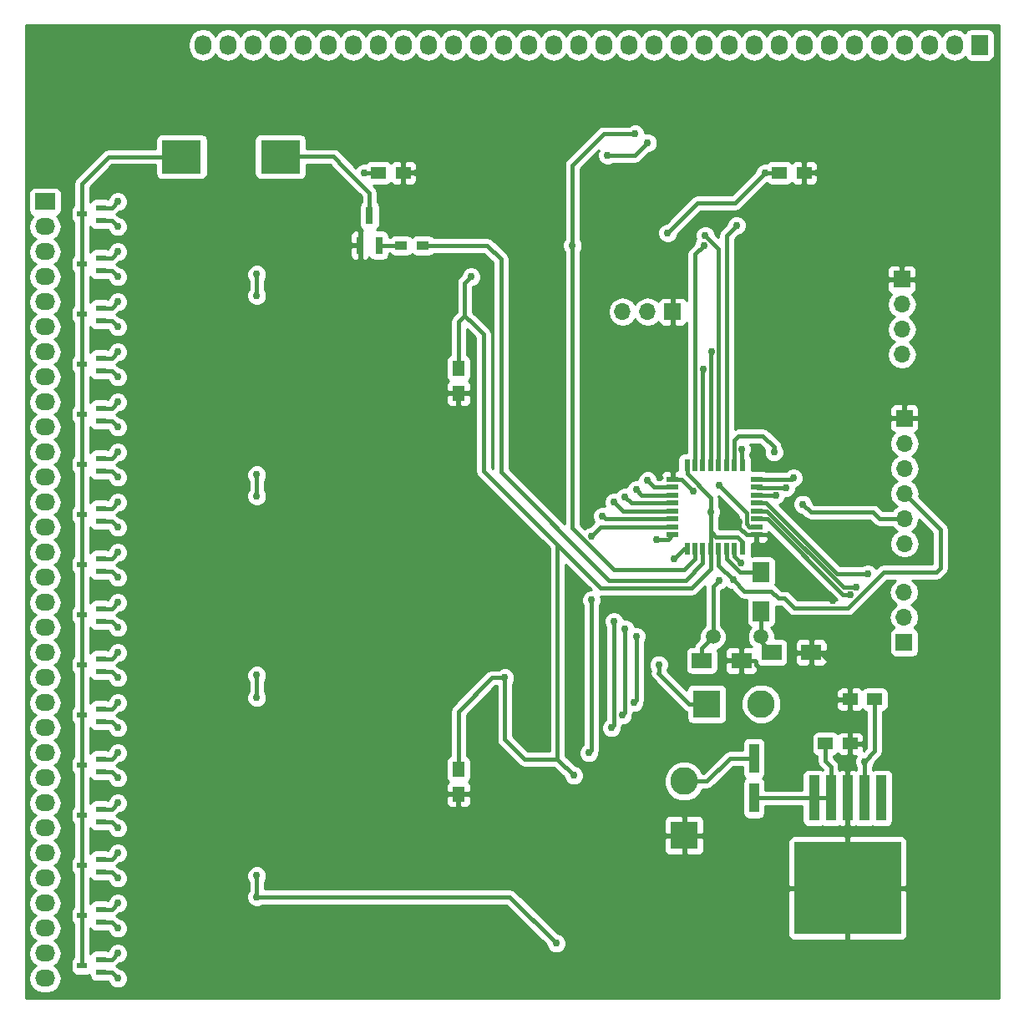
<source format=gbl>
G04 #@! TF.FileFunction,Copper,L2,Bot,Signal*
%FSLAX46Y46*%
G04 Gerber Fmt 4.6, Leading zero omitted, Abs format (unit mm)*
G04 Created by KiCad (PCBNEW 4.0.2+dfsg1-stable) date ven. 05 janv. 2018 23:32:36 CET*
%MOMM*%
G01*
G04 APERTURE LIST*
%ADD10C,0.100000*%
%ADD11R,0.600000X1.200000*%
%ADD12R,1.200000X0.600000*%
%ADD13R,2.800000X2.800000*%
%ADD14C,2.800000*%
%ADD15R,1.250000X1.500000*%
%ADD16R,1.500000X1.250000*%
%ADD17R,2.032000X1.727200*%
%ADD18O,2.032000X1.727200*%
%ADD19R,0.800100X1.800860*%
%ADD20R,4.000000X3.400000*%
%ADD21R,1.200000X0.900000*%
%ADD22R,1.727200X2.032000*%
%ADD23O,1.727200X2.032000*%
%ADD24R,1.000760X0.599440*%
%ADD25R,1.000000X3.000000*%
%ADD26R,1.100000X4.600000*%
%ADD27R,10.800000X9.400000*%
%ADD28R,1.700000X1.700000*%
%ADD29O,1.700000X1.700000*%
%ADD30R,2.000000X1.600000*%
%ADD31R,1.700000X2.000000*%
%ADD32C,1.500000*%
%ADD33C,0.762000*%
%ADD34C,0.381000*%
%ADD35C,0.254000*%
G04 APERTURE END LIST*
D10*
D11*
X175330000Y-109750000D03*
X174530000Y-109750000D03*
X173730000Y-109750000D03*
X172930000Y-109750000D03*
X172130000Y-109750000D03*
X171330000Y-109750000D03*
X170530000Y-109750000D03*
X169730000Y-109750000D03*
D12*
X168280000Y-108300000D03*
X168280000Y-107500000D03*
X168280000Y-106700000D03*
X168280000Y-105900000D03*
X168280000Y-105100000D03*
X168280000Y-104300000D03*
X168280000Y-103500000D03*
X168280000Y-102700000D03*
D11*
X169730000Y-101250000D03*
X170530000Y-101250000D03*
X171330000Y-101250000D03*
X172130000Y-101250000D03*
X172930000Y-101250000D03*
X173730000Y-101250000D03*
X174530000Y-101250000D03*
X175330000Y-101250000D03*
D12*
X176780000Y-102700000D03*
X176780000Y-103500000D03*
X176780000Y-104300000D03*
X176780000Y-105100000D03*
X176780000Y-105900000D03*
X176780000Y-106700000D03*
X176780000Y-107500000D03*
X176780000Y-108300000D03*
D13*
X169430000Y-138810000D03*
D14*
X169430000Y-133310000D03*
D15*
X146558000Y-134600000D03*
X146558000Y-132100000D03*
X146558000Y-93960000D03*
X146558000Y-91460000D03*
D16*
X183750000Y-129500000D03*
X186250000Y-129500000D03*
X188750000Y-125000000D03*
X186250000Y-125000000D03*
X179090000Y-71628000D03*
X181590000Y-71628000D03*
X138450000Y-71628000D03*
X140950000Y-71628000D03*
D17*
X104648000Y-74549000D03*
D18*
X104648000Y-77089000D03*
X104648000Y-79629000D03*
X104648000Y-82169000D03*
X104648000Y-84709000D03*
X104648000Y-87249000D03*
X104648000Y-89789000D03*
X104648000Y-92329000D03*
X104648000Y-94869000D03*
X104648000Y-97409000D03*
X104648000Y-99949000D03*
X104648000Y-102489000D03*
X104648000Y-105029000D03*
X104648000Y-107569000D03*
X104648000Y-110109000D03*
X104648000Y-112649000D03*
X104648000Y-115189000D03*
X104648000Y-117729000D03*
X104648000Y-120269000D03*
X104648000Y-122809000D03*
X104648000Y-125349000D03*
X104648000Y-127889000D03*
X104648000Y-130429000D03*
X104648000Y-132969000D03*
X104648000Y-135509000D03*
X104648000Y-138049000D03*
X104648000Y-140589000D03*
X104648000Y-143129000D03*
X104648000Y-145669000D03*
X104648000Y-148209000D03*
X104648000Y-150749000D03*
X104648000Y-153289000D03*
D13*
X171730000Y-125470000D03*
D14*
X177230000Y-125470000D03*
D19*
X138491000Y-78971140D03*
X136591000Y-78971140D03*
X137541000Y-75968860D03*
D20*
X118500000Y-70000000D03*
X128500000Y-70000000D03*
D21*
X140759000Y-78994000D03*
X142959000Y-78994000D03*
D22*
X199390000Y-58674000D03*
D23*
X196850000Y-58674000D03*
X194310000Y-58674000D03*
X191770000Y-58674000D03*
X189230000Y-58674000D03*
X186690000Y-58674000D03*
X184150000Y-58674000D03*
X181610000Y-58674000D03*
X179070000Y-58674000D03*
X176530000Y-58674000D03*
X173990000Y-58674000D03*
X171450000Y-58674000D03*
X168910000Y-58674000D03*
X166370000Y-58674000D03*
X163830000Y-58674000D03*
X161290000Y-58674000D03*
X158750000Y-58674000D03*
X156210000Y-58674000D03*
X153670000Y-58674000D03*
X151130000Y-58674000D03*
X148590000Y-58674000D03*
X146050000Y-58674000D03*
X143510000Y-58674000D03*
X140970000Y-58674000D03*
X138430000Y-58674000D03*
X135890000Y-58674000D03*
X133350000Y-58674000D03*
X130810000Y-58674000D03*
X128270000Y-58674000D03*
X125730000Y-58674000D03*
X123190000Y-58674000D03*
X120650000Y-58674000D03*
D24*
X110296960Y-76469240D03*
X110296960Y-75168760D03*
X108397040Y-75819000D03*
X110296960Y-81549240D03*
X110296960Y-80248760D03*
X108397040Y-80899000D03*
X110296960Y-86629240D03*
X110296960Y-85328760D03*
X108397040Y-85979000D03*
X110296960Y-91709240D03*
X110296960Y-90408760D03*
X108397040Y-91059000D03*
X110296960Y-96789240D03*
X110296960Y-95488760D03*
X108397040Y-96139000D03*
X110296960Y-101869240D03*
X110296960Y-100568760D03*
X108397040Y-101219000D03*
X110296960Y-106949240D03*
X110296960Y-105648760D03*
X108397040Y-106299000D03*
X110296960Y-112029240D03*
X110296960Y-110728760D03*
X108397040Y-111379000D03*
X110296960Y-117109240D03*
X110296960Y-115808760D03*
X108397040Y-116459000D03*
X110296960Y-122189240D03*
X110296960Y-120888760D03*
X108397040Y-121539000D03*
X110296960Y-127269240D03*
X110296960Y-125968760D03*
X108397040Y-126619000D03*
X110296960Y-132349240D03*
X110296960Y-131048760D03*
X108397040Y-131699000D03*
X110296960Y-137429240D03*
X110296960Y-136128760D03*
X108397040Y-136779000D03*
X110296960Y-142509240D03*
X110296960Y-141208760D03*
X108397040Y-141859000D03*
X110296960Y-147589240D03*
X110296960Y-146288760D03*
X108397040Y-146939000D03*
X110296960Y-152669240D03*
X110296960Y-151368760D03*
X108397040Y-152019000D03*
D25*
X176500000Y-135000000D03*
X176500000Y-131000000D03*
D26*
X189400000Y-135000000D03*
X187700000Y-135000000D03*
X184300000Y-135000000D03*
D27*
X186000000Y-144150000D03*
D26*
X186000000Y-135000000D03*
X182600000Y-135000000D03*
D28*
X191770000Y-96520000D03*
D29*
X191770000Y-99060000D03*
X191770000Y-101600000D03*
X191770000Y-104140000D03*
X191770000Y-106680000D03*
X191770000Y-109220000D03*
D30*
X178320000Y-120260000D03*
X182320000Y-120260000D03*
X171230000Y-121070000D03*
X175230000Y-121070000D03*
D28*
X168270000Y-85700000D03*
D29*
X165730000Y-85700000D03*
X163190000Y-85700000D03*
D28*
X191720000Y-119230000D03*
D29*
X191720000Y-116690000D03*
X191720000Y-114150000D03*
D31*
X177250000Y-112100000D03*
X177250000Y-116100000D03*
D32*
X172350000Y-118660000D03*
X177230000Y-118660000D03*
D28*
X191500000Y-82420000D03*
D29*
X191500000Y-84960000D03*
X191500000Y-87500000D03*
X191500000Y-90040000D03*
D33*
X184500000Y-115000000D03*
X175050000Y-107060000D03*
X170370000Y-103870000D03*
X184500000Y-121500000D03*
X154813000Y-118745000D03*
X134620000Y-74041000D03*
X147320000Y-116967000D03*
X140335000Y-76581000D03*
X178689000Y-75692000D03*
X156210000Y-80645000D03*
X161417000Y-80645000D03*
X142367000Y-71628000D03*
X183007000Y-71628000D03*
X145669000Y-96139000D03*
X145669000Y-136779000D03*
X172130000Y-106000000D03*
X156464000Y-149733000D03*
X187700000Y-131318000D03*
X158242000Y-132715000D03*
X167767000Y-77724000D03*
X137033000Y-71628000D03*
X177673000Y-71628000D03*
X147828000Y-82169000D03*
X151257000Y-122809000D03*
X126111000Y-142875000D03*
X126111000Y-145034000D03*
X126111000Y-124841000D03*
X126111000Y-122555000D03*
X126111000Y-104394000D03*
X126111000Y-102235000D03*
X126111000Y-84074000D03*
X126111000Y-81915000D03*
X171430000Y-78994000D03*
X171577000Y-77978000D03*
X174740000Y-76962000D03*
X164465000Y-67691000D03*
X158115000Y-78994000D03*
X161163000Y-106426000D03*
X160020000Y-108480000D03*
X159766000Y-130429000D03*
X160020000Y-114935000D03*
X162306000Y-104990000D03*
X162052000Y-127889000D03*
X162306000Y-117094000D03*
X163449000Y-104470000D03*
X163195000Y-126619000D03*
X163449000Y-117856000D03*
X164592000Y-103750000D03*
X164338000Y-125349000D03*
X164592000Y-118618000D03*
X165735000Y-102830000D03*
X174400000Y-112910000D03*
X168390000Y-110760000D03*
X166860000Y-121470000D03*
X166600000Y-108800000D03*
X171406090Y-91550000D03*
X172206090Y-89750000D03*
X178540000Y-99960000D03*
X175270000Y-99630000D03*
X180520000Y-102560000D03*
X179770000Y-103570000D03*
X181440000Y-105210000D03*
X112014000Y-74549000D03*
X112014000Y-79629000D03*
X112014000Y-84709000D03*
X112014000Y-89789000D03*
X112014000Y-94869000D03*
X112014000Y-99949000D03*
X112014000Y-105029000D03*
X112014000Y-110109000D03*
X112014000Y-115189000D03*
X112014000Y-120269000D03*
X112014000Y-125349000D03*
X112014000Y-130429000D03*
X112014000Y-135509000D03*
X112014000Y-140589000D03*
X112014000Y-145669000D03*
X112014000Y-150749000D03*
X161671000Y-69850000D03*
X165735000Y-68580000D03*
X112014000Y-77089000D03*
X112014000Y-82169000D03*
X112014000Y-87249000D03*
X112014000Y-92329000D03*
X112014000Y-97409000D03*
X112014000Y-102489000D03*
X112014000Y-107569000D03*
X112014000Y-112649000D03*
X112014000Y-117729000D03*
X112014000Y-122809000D03*
X112014000Y-127889000D03*
X112014000Y-132969000D03*
X112014000Y-138049000D03*
X112014000Y-143129000D03*
X112014000Y-148209000D03*
X112014000Y-153289000D03*
X175226381Y-111203619D03*
X172980000Y-112950000D03*
X186270000Y-114400000D03*
X186830000Y-113650000D03*
X188050000Y-112290000D03*
X172960000Y-103280000D03*
X178710000Y-104340000D03*
D34*
X171958000Y-75692000D02*
X168280000Y-79370000D01*
X168280000Y-79370000D02*
X167005000Y-80645000D01*
X168270000Y-85700000D02*
X168270000Y-84469000D01*
X168270000Y-84469000D02*
X168280000Y-84459000D01*
X168280000Y-84459000D02*
X168280000Y-79370000D01*
X176780000Y-108300000D02*
X177800000Y-108300000D01*
X177800000Y-108300000D02*
X184500000Y-115000000D01*
X169430000Y-138810000D02*
X169430000Y-140591000D01*
X169430000Y-140591000D02*
X172150000Y-143311000D01*
X172150000Y-143311000D02*
X172150000Y-144150000D01*
X175230000Y-121070000D02*
X176611000Y-121070000D01*
X176611000Y-121070000D02*
X176720000Y-121179000D01*
X176720000Y-121490000D02*
X177450000Y-122220000D01*
X177450000Y-122220000D02*
X178979000Y-122220000D01*
X176720000Y-121179000D02*
X176720000Y-121490000D01*
X178979000Y-122220000D02*
X178989000Y-122210000D01*
X178989000Y-122210000D02*
X181551000Y-122210000D01*
X181551000Y-122210000D02*
X182320000Y-121441000D01*
X182320000Y-121441000D02*
X182320000Y-120260000D01*
X182320000Y-120260000D02*
X183260000Y-120260000D01*
X183260000Y-120260000D02*
X184500000Y-121500000D01*
X175050000Y-107060000D02*
X175050000Y-107598815D01*
X175050000Y-107598815D02*
X175751185Y-108300000D01*
X175751185Y-108300000D02*
X175799000Y-108300000D01*
X175799000Y-108300000D02*
X176780000Y-108300000D01*
X168280000Y-102700000D02*
X169200000Y-102700000D01*
X169200000Y-102700000D02*
X170370000Y-103870000D01*
X186250000Y-125000000D02*
X186250000Y-123250000D01*
X186250000Y-123250000D02*
X184500000Y-121500000D01*
X156445000Y-147555000D02*
X168745000Y-147555000D01*
X168745000Y-147555000D02*
X172150000Y-144150000D01*
X172150000Y-144150000D02*
X186000000Y-144150000D01*
X186000000Y-135000000D02*
X186000000Y-144150000D01*
X186250000Y-129500000D02*
X186250000Y-125000000D01*
X186000000Y-135000000D02*
X186000000Y-132000000D01*
X186250000Y-131750000D02*
X186250000Y-129500000D01*
X186000000Y-132000000D02*
X186250000Y-131750000D01*
X147320000Y-116967000D02*
X153035000Y-116967000D01*
X153035000Y-116967000D02*
X154813000Y-118745000D01*
X136591000Y-78971140D02*
X135105140Y-78971140D01*
X134620000Y-78486000D02*
X134620000Y-74041000D01*
X135105140Y-78971140D02*
X134620000Y-78486000D01*
X145669000Y-96139000D02*
X144018000Y-96139000D01*
X136591000Y-88712000D02*
X136591000Y-78971140D01*
X144018000Y-96139000D02*
X136591000Y-88712000D01*
X146177000Y-96139000D02*
X146558000Y-96520000D01*
X146558000Y-116205000D02*
X147320000Y-116967000D01*
X146558000Y-96520000D02*
X146558000Y-116205000D01*
X156464000Y-147574000D02*
X156445000Y-147555000D01*
X156445000Y-147555000D02*
X145669000Y-136779000D01*
X142494000Y-76581000D02*
X144907000Y-74168000D01*
X142367000Y-76581000D02*
X142494000Y-76581000D01*
X140335000Y-76581000D02*
X142367000Y-76581000D01*
X181590000Y-71628000D02*
X181590000Y-73934000D01*
X144907000Y-74168000D02*
X142367000Y-71628000D01*
X149733000Y-74168000D02*
X144907000Y-74168000D01*
X156210000Y-80645000D02*
X149733000Y-74168000D01*
X167005000Y-80645000D02*
X161417000Y-80645000D01*
X179832000Y-75692000D02*
X178689000Y-75692000D01*
X178689000Y-75692000D02*
X171958000Y-75692000D01*
X181590000Y-73934000D02*
X179832000Y-75692000D01*
X142367000Y-71628000D02*
X140950000Y-71628000D01*
X183007000Y-71628000D02*
X181590000Y-71628000D01*
X146558000Y-95758000D02*
X146558000Y-93960000D01*
X146177000Y-96139000D02*
X146558000Y-95758000D01*
X145669000Y-96139000D02*
X146177000Y-96139000D01*
X146558000Y-134600000D02*
X146558000Y-136271000D01*
X146558000Y-136271000D02*
X146050000Y-136779000D01*
X146050000Y-136779000D02*
X145669000Y-136779000D01*
X170190000Y-113740000D02*
X172130000Y-111800000D01*
X172130000Y-111800000D02*
X172130000Y-109750000D01*
X156591000Y-109347000D02*
X160984000Y-113740000D01*
X160984000Y-113740000D02*
X170190000Y-113740000D01*
X156591000Y-109347000D02*
X156591000Y-109601000D01*
X172130000Y-107970000D02*
X172130000Y-106000000D01*
X172130000Y-106000000D02*
X172130000Y-104558626D01*
X172130000Y-109750000D02*
X172130000Y-107970000D01*
X175330000Y-109750000D02*
X175330000Y-109032778D01*
X175330000Y-109032778D02*
X174811123Y-108513901D01*
X174811123Y-108513901D02*
X172673901Y-108513901D01*
X172673901Y-108513901D02*
X172130000Y-107970000D01*
X172130000Y-104558626D02*
X169730000Y-102158626D01*
X169730000Y-102158626D02*
X169730000Y-101250000D01*
X131191000Y-145034000D02*
X151765000Y-145034000D01*
X151765000Y-145034000D02*
X156464000Y-149733000D01*
X158242000Y-132715000D02*
X156591000Y-131064000D01*
X187700000Y-135000000D02*
X187700000Y-131318000D01*
X187700000Y-131318000D02*
X187700000Y-131300000D01*
X187700000Y-131300000D02*
X188750000Y-130250000D01*
X188750000Y-130250000D02*
X188750000Y-125000000D01*
X174625000Y-74676000D02*
X177673000Y-71628000D01*
X170815000Y-74676000D02*
X174625000Y-74676000D01*
X167767000Y-77724000D02*
X170815000Y-74676000D01*
X156591000Y-131064000D02*
X153289000Y-131064000D01*
X151257000Y-129032000D02*
X151257000Y-122809000D01*
X153289000Y-131064000D02*
X151257000Y-129032000D01*
X147193000Y-86106000D02*
X148082000Y-86995000D01*
X149098000Y-88011000D02*
X149098000Y-88138000D01*
X148082000Y-86995000D02*
X149098000Y-88011000D01*
X146558000Y-91460000D02*
X146558000Y-86741000D01*
X147193000Y-86106000D02*
X147193000Y-82804000D01*
X146558000Y-86741000D02*
X147193000Y-86106000D01*
X156591000Y-131064000D02*
X156591000Y-109347000D01*
X156591000Y-109347000D02*
X149098000Y-101854000D01*
X149098000Y-101854000D02*
X149098000Y-88138000D01*
X137033000Y-71628000D02*
X138450000Y-71628000D01*
X177673000Y-71628000D02*
X179090000Y-71628000D01*
X147193000Y-82804000D02*
X147828000Y-82169000D01*
X146558000Y-126238000D02*
X146558000Y-132100000D01*
X149987000Y-122809000D02*
X146558000Y-126238000D01*
X151257000Y-122809000D02*
X149987000Y-122809000D01*
X131191000Y-145034000D02*
X126111000Y-145034000D01*
X126111000Y-142875000D02*
X126111000Y-145034000D01*
X126111000Y-122555000D02*
X126111000Y-124841000D01*
X126111000Y-102235000D02*
X126111000Y-104394000D01*
X126111000Y-81915000D02*
X126111000Y-84074000D01*
X184300000Y-135000000D02*
X184300000Y-131800000D01*
X183750000Y-131250000D02*
X183750000Y-129500000D01*
X184300000Y-131800000D02*
X183750000Y-131250000D01*
X184300000Y-135000000D02*
X182600000Y-135000000D01*
X176500000Y-135000000D02*
X182600000Y-135000000D01*
X170530000Y-101250000D02*
X170530000Y-79894000D01*
X170530000Y-79894000D02*
X171430000Y-78994000D01*
X172930000Y-101250000D02*
X172930000Y-79331000D01*
X172930000Y-79331000D02*
X171577000Y-77978000D01*
X173730000Y-101250000D02*
X173730000Y-77972000D01*
X173730000Y-77972000D02*
X174740000Y-76962000D01*
X158115000Y-78994000D02*
X158115000Y-107646374D01*
X158115000Y-107646374D02*
X162298626Y-111830000D01*
X162298626Y-111830000D02*
X169431000Y-111830000D01*
X169431000Y-111830000D02*
X170530000Y-110731000D01*
X170530000Y-110731000D02*
X170530000Y-109750000D01*
X158115000Y-78994000D02*
X158115000Y-70866000D01*
X158115000Y-70866000D02*
X161290000Y-67691000D01*
X161290000Y-67691000D02*
X164465000Y-67691000D01*
X168280000Y-106700000D02*
X161437000Y-106700000D01*
X161437000Y-106700000D02*
X161163000Y-106426000D01*
X168280000Y-107500000D02*
X161000000Y-107500000D01*
X161000000Y-107500000D02*
X160020000Y-108480000D01*
X160020000Y-119888000D02*
X160020000Y-114935000D01*
X160020000Y-122047000D02*
X160020000Y-130175000D01*
X160020000Y-122047000D02*
X160020000Y-119888000D01*
X160020000Y-130175000D02*
X159766000Y-130429000D01*
X168280000Y-105900000D02*
X163216000Y-105900000D01*
X163216000Y-105900000D02*
X162306000Y-104990000D01*
X162306000Y-121158000D02*
X162306000Y-117094000D01*
X162306000Y-127635000D02*
X162052000Y-127889000D01*
X162306000Y-121158000D02*
X162306000Y-123571000D01*
X162306000Y-123571000D02*
X162306000Y-127635000D01*
X168280000Y-105100000D02*
X164079000Y-105100000D01*
X164079000Y-105100000D02*
X163449000Y-104470000D01*
X163449000Y-126365000D02*
X163195000Y-126619000D01*
X163449000Y-121793000D02*
X163449000Y-123698000D01*
X163449000Y-123698000D02*
X163449000Y-126365000D01*
X163449000Y-121920000D02*
X163449000Y-121793000D01*
X163449000Y-117856000D02*
X163449000Y-121920000D01*
X168280000Y-104300000D02*
X165142000Y-104300000D01*
X165142000Y-104300000D02*
X164592000Y-103750000D01*
X164592000Y-122428000D02*
X164592000Y-118618000D01*
X164592000Y-125095000D02*
X164338000Y-125349000D01*
X164592000Y-122428000D02*
X164592000Y-124460000D01*
X164592000Y-124460000D02*
X164592000Y-125095000D01*
X168280000Y-103500000D02*
X166405000Y-103500000D01*
X166405000Y-103500000D02*
X165735000Y-102830000D01*
X178250000Y-114050000D02*
X175540000Y-114050000D01*
X175540000Y-114050000D02*
X174400000Y-112910000D01*
X178957099Y-114757099D02*
X178250000Y-114050000D01*
X180593901Y-115723901D02*
X179627099Y-114757099D01*
X179627099Y-114757099D02*
X178957099Y-114757099D01*
X189650000Y-112120000D02*
X186046099Y-115723901D01*
X186046099Y-115723901D02*
X180593901Y-115723901D01*
X194980000Y-112120000D02*
X189650000Y-112120000D01*
X195430000Y-111670000D02*
X194980000Y-112120000D01*
X191770000Y-104140000D02*
X195430000Y-107800000D01*
X195430000Y-107800000D02*
X195430000Y-111670000D01*
X172930000Y-109750000D02*
X172930000Y-111440000D01*
X172930000Y-111440000D02*
X174400000Y-112910000D01*
X169730000Y-109750000D02*
X169400000Y-109750000D01*
X169400000Y-109750000D02*
X168390000Y-110760000D01*
X166860000Y-121470000D02*
X166860000Y-122261000D01*
X166860000Y-122261000D02*
X166800000Y-122321000D01*
X166600000Y-108800000D02*
X167780000Y-108800000D01*
X167780000Y-108800000D02*
X168280000Y-108300000D01*
X171730000Y-125470000D02*
X169949000Y-125470000D01*
X169949000Y-125470000D02*
X166800000Y-122321000D01*
X171330000Y-101250000D02*
X171330000Y-91626090D01*
X171330000Y-91626090D02*
X171406090Y-91550000D01*
X172130000Y-101250000D02*
X172130000Y-89826090D01*
X172130000Y-89826090D02*
X172206090Y-89750000D01*
X174970000Y-98290000D02*
X174530000Y-98730000D01*
X174530000Y-98730000D02*
X174530000Y-101250000D01*
X177408815Y-98290000D02*
X174970000Y-98290000D01*
X178540000Y-99960000D02*
X178540000Y-99421185D01*
X178540000Y-99421185D02*
X177408815Y-98290000D01*
X175270000Y-99630000D02*
X175270000Y-101190000D01*
X175270000Y-101190000D02*
X175330000Y-101250000D01*
X176780000Y-102700000D02*
X180380000Y-102700000D01*
X180380000Y-102700000D02*
X180520000Y-102560000D01*
X179770000Y-103570000D02*
X176850000Y-103570000D01*
X176850000Y-103570000D02*
X176780000Y-103500000D01*
X188595000Y-106045000D02*
X182275000Y-106045000D01*
X182275000Y-106045000D02*
X181440000Y-105210000D01*
X189230000Y-106680000D02*
X191770000Y-106680000D01*
X188595000Y-106045000D02*
X189230000Y-106680000D01*
X110296960Y-75168760D02*
X111394240Y-75168760D01*
X111394240Y-75168760D02*
X112014000Y-74549000D01*
X118500000Y-70000000D02*
X111102000Y-70000000D01*
X109982000Y-71120000D02*
X108397040Y-72704960D01*
X108397040Y-72704960D02*
X108397040Y-75819000D01*
X111102000Y-70000000D02*
X109982000Y-71120000D01*
X108397040Y-85979000D02*
X108397040Y-91059000D01*
X108397040Y-91059000D02*
X108397040Y-96139000D01*
X108397040Y-96139000D02*
X108397040Y-101219000D01*
X108397040Y-101219000D02*
X108397040Y-106299000D01*
X108397040Y-106299000D02*
X108397040Y-111379000D01*
X108397040Y-111379000D02*
X108397040Y-116459000D01*
X108397040Y-116459000D02*
X108397040Y-121539000D01*
X108397040Y-121539000D02*
X108397040Y-126619000D01*
X108397040Y-126619000D02*
X108397040Y-131699000D01*
X108397040Y-131699000D02*
X108397040Y-136779000D01*
X108397040Y-136779000D02*
X108397040Y-141859000D01*
X108397040Y-141859000D02*
X108397040Y-146939000D01*
X108397040Y-146939000D02*
X108397040Y-152019000D01*
X108397040Y-75819000D02*
X108397040Y-80899000D01*
X108397040Y-80899000D02*
X108397040Y-85979000D01*
X110296960Y-80248760D02*
X111394240Y-80248760D01*
X111394240Y-80248760D02*
X112014000Y-79629000D01*
X111394240Y-85328760D02*
X112014000Y-84709000D01*
X110296960Y-85328760D02*
X111394240Y-85328760D01*
X111394240Y-90408760D02*
X112014000Y-89789000D01*
X110296960Y-90408760D02*
X111394240Y-90408760D01*
X111394240Y-95488760D02*
X112014000Y-94869000D01*
X110296960Y-95488760D02*
X111394240Y-95488760D01*
X111394240Y-100568760D02*
X112014000Y-99949000D01*
X110296960Y-100568760D02*
X111394240Y-100568760D01*
X110296960Y-105648760D02*
X111394240Y-105648760D01*
X111394240Y-105648760D02*
X112014000Y-105029000D01*
X110296960Y-110728760D02*
X111394240Y-110728760D01*
X111394240Y-110728760D02*
X112014000Y-110109000D01*
X111394240Y-115808760D02*
X112014000Y-115189000D01*
X110296960Y-115808760D02*
X111394240Y-115808760D01*
X111394240Y-120888760D02*
X112014000Y-120269000D01*
X110296960Y-120888760D02*
X111394240Y-120888760D01*
X110296960Y-125968760D02*
X111394240Y-125968760D01*
X111394240Y-125968760D02*
X112014000Y-125349000D01*
X110296960Y-131048760D02*
X111394240Y-131048760D01*
X111394240Y-131048760D02*
X112014000Y-130429000D01*
X110296960Y-136128760D02*
X111394240Y-136128760D01*
X111394240Y-136128760D02*
X112014000Y-135509000D01*
X110296960Y-141208760D02*
X111394240Y-141208760D01*
X111394240Y-141208760D02*
X112014000Y-140589000D01*
X111394240Y-146288760D02*
X112014000Y-145669000D01*
X110296960Y-146288760D02*
X111394240Y-146288760D01*
X111394240Y-151368760D02*
X112014000Y-150749000D01*
X110296960Y-151368760D02*
X111394240Y-151368760D01*
X138491000Y-78971140D02*
X140736140Y-78971140D01*
X140736140Y-78971140D02*
X140759000Y-78994000D01*
X135001000Y-71120000D02*
X133858000Y-69977000D01*
X135001000Y-71120000D02*
X137541000Y-73660000D01*
X137541000Y-75968860D02*
X137541000Y-73660000D01*
X133858000Y-69977000D02*
X128523000Y-69977000D01*
X128523000Y-69977000D02*
X128500000Y-70000000D01*
X171330000Y-109750000D02*
X171330000Y-111170000D01*
X171330000Y-111170000D02*
X169580000Y-112920000D01*
X169580000Y-112920000D02*
X161830000Y-112920000D01*
X149479000Y-78994000D02*
X142959000Y-78994000D01*
X161830000Y-112920000D02*
X150876000Y-101966000D01*
X150876000Y-80391000D02*
X149479000Y-78994000D01*
X150876000Y-101966000D02*
X150876000Y-80391000D01*
X164465000Y-69850000D02*
X161671000Y-69850000D01*
X165735000Y-68580000D02*
X164465000Y-69850000D01*
X110296960Y-76469240D02*
X111394240Y-76469240D01*
X111394240Y-76469240D02*
X112014000Y-77089000D01*
X110296960Y-81549240D02*
X111394240Y-81549240D01*
X111394240Y-81549240D02*
X112014000Y-82169000D01*
X111394240Y-86629240D02*
X112014000Y-87249000D01*
X110296960Y-86629240D02*
X111394240Y-86629240D01*
X111394240Y-91709240D02*
X112014000Y-92329000D01*
X110296960Y-91709240D02*
X111394240Y-91709240D01*
X111394240Y-96789240D02*
X112014000Y-97409000D01*
X110296960Y-96789240D02*
X111394240Y-96789240D01*
X111394240Y-101869240D02*
X112014000Y-102489000D01*
X110296960Y-101869240D02*
X111394240Y-101869240D01*
X110296960Y-106949240D02*
X111394240Y-106949240D01*
X111394240Y-106949240D02*
X112014000Y-107569000D01*
X110296960Y-112029240D02*
X111394240Y-112029240D01*
X111394240Y-112029240D02*
X112014000Y-112649000D01*
X111394240Y-117109240D02*
X112014000Y-117729000D01*
X110296960Y-117109240D02*
X111394240Y-117109240D01*
X111394240Y-122189240D02*
X112014000Y-122809000D01*
X110296960Y-122189240D02*
X111394240Y-122189240D01*
X110296960Y-127269240D02*
X111394240Y-127269240D01*
X111394240Y-127269240D02*
X112014000Y-127889000D01*
X110296960Y-132349240D02*
X111394240Y-132349240D01*
X111394240Y-132349240D02*
X112014000Y-132969000D01*
X110296960Y-137429240D02*
X111394240Y-137429240D01*
X111394240Y-137429240D02*
X112014000Y-138049000D01*
X110296960Y-142509240D02*
X111394240Y-142509240D01*
X111394240Y-142509240D02*
X112014000Y-143129000D01*
X111394240Y-147589240D02*
X112014000Y-148209000D01*
X110296960Y-147589240D02*
X111394240Y-147589240D01*
X111394240Y-152669240D02*
X112014000Y-153289000D01*
X110296960Y-152669240D02*
X111394240Y-152669240D01*
X171750000Y-133310000D02*
X174060000Y-131000000D01*
X174060000Y-131000000D02*
X176500000Y-131000000D01*
X169430000Y-133310000D02*
X171750000Y-133310000D01*
X177230000Y-118660000D02*
X177230000Y-119170000D01*
X177230000Y-119170000D02*
X178320000Y-120260000D01*
X177250000Y-116100000D02*
X177250000Y-118640000D01*
X177250000Y-118640000D02*
X177230000Y-118660000D01*
X175226381Y-111203619D02*
X174530000Y-110507238D01*
X174530000Y-110507238D02*
X174530000Y-109750000D01*
X172350000Y-118660000D02*
X172350000Y-113580000D01*
X172350000Y-113580000D02*
X172980000Y-112950000D01*
X171230000Y-121070000D02*
X171230000Y-119780000D01*
X171230000Y-119780000D02*
X172350000Y-118660000D01*
X176780000Y-106700000D02*
X177852292Y-106700000D01*
X177852292Y-106700000D02*
X185552292Y-114400000D01*
X185552292Y-114400000D02*
X186270000Y-114400000D01*
X176780000Y-105900000D02*
X177806646Y-105900000D01*
X177806646Y-105900000D02*
X185556646Y-113650000D01*
X185556646Y-113650000D02*
X186830000Y-113650000D01*
X176780000Y-105100000D02*
X177761000Y-105100000D01*
X177761000Y-105100000D02*
X184951000Y-112290000D01*
X184951000Y-112290000D02*
X188050000Y-112290000D01*
X173730000Y-109750000D02*
X173730000Y-110731000D01*
X173730000Y-110731000D02*
X175099000Y-112100000D01*
X176019000Y-112100000D02*
X177250000Y-112100000D01*
X175099000Y-112100000D02*
X176019000Y-112100000D01*
X176780000Y-107500000D02*
X176062778Y-107500000D01*
X176062778Y-107500000D02*
X175773901Y-107211123D01*
X175773901Y-107211123D02*
X175773901Y-106093901D01*
X175773901Y-106093901D02*
X172960000Y-103280000D01*
X178710000Y-104340000D02*
X177801000Y-104340000D01*
X177801000Y-104340000D02*
X177761000Y-104300000D01*
X177761000Y-104300000D02*
X176780000Y-104300000D01*
D35*
G36*
X201315000Y-155315000D02*
X102685000Y-155315000D01*
X102685000Y-77089000D01*
X102964655Y-77089000D01*
X103078729Y-77662489D01*
X103403585Y-78148670D01*
X103718366Y-78359000D01*
X103403585Y-78569330D01*
X103078729Y-79055511D01*
X102964655Y-79629000D01*
X103078729Y-80202489D01*
X103403585Y-80688670D01*
X103718366Y-80899000D01*
X103403585Y-81109330D01*
X103078729Y-81595511D01*
X102964655Y-82169000D01*
X103078729Y-82742489D01*
X103403585Y-83228670D01*
X103718366Y-83439000D01*
X103403585Y-83649330D01*
X103078729Y-84135511D01*
X102964655Y-84709000D01*
X103078729Y-85282489D01*
X103403585Y-85768670D01*
X103718366Y-85979000D01*
X103403585Y-86189330D01*
X103078729Y-86675511D01*
X102964655Y-87249000D01*
X103078729Y-87822489D01*
X103403585Y-88308670D01*
X103718366Y-88519000D01*
X103403585Y-88729330D01*
X103078729Y-89215511D01*
X102964655Y-89789000D01*
X103078729Y-90362489D01*
X103403585Y-90848670D01*
X103718366Y-91059000D01*
X103403585Y-91269330D01*
X103078729Y-91755511D01*
X102964655Y-92329000D01*
X103078729Y-92902489D01*
X103403585Y-93388670D01*
X103718366Y-93599000D01*
X103403585Y-93809330D01*
X103078729Y-94295511D01*
X102964655Y-94869000D01*
X103078729Y-95442489D01*
X103403585Y-95928670D01*
X103718366Y-96139000D01*
X103403585Y-96349330D01*
X103078729Y-96835511D01*
X102964655Y-97409000D01*
X103078729Y-97982489D01*
X103403585Y-98468670D01*
X103718366Y-98679000D01*
X103403585Y-98889330D01*
X103078729Y-99375511D01*
X102964655Y-99949000D01*
X103078729Y-100522489D01*
X103403585Y-101008670D01*
X103718366Y-101219000D01*
X103403585Y-101429330D01*
X103078729Y-101915511D01*
X102964655Y-102489000D01*
X103078729Y-103062489D01*
X103403585Y-103548670D01*
X103718366Y-103759000D01*
X103403585Y-103969330D01*
X103078729Y-104455511D01*
X102964655Y-105029000D01*
X103078729Y-105602489D01*
X103403585Y-106088670D01*
X103718366Y-106299000D01*
X103403585Y-106509330D01*
X103078729Y-106995511D01*
X102964655Y-107569000D01*
X103078729Y-108142489D01*
X103403585Y-108628670D01*
X103718366Y-108839000D01*
X103403585Y-109049330D01*
X103078729Y-109535511D01*
X102964655Y-110109000D01*
X103078729Y-110682489D01*
X103403585Y-111168670D01*
X103718366Y-111379000D01*
X103403585Y-111589330D01*
X103078729Y-112075511D01*
X102964655Y-112649000D01*
X103078729Y-113222489D01*
X103403585Y-113708670D01*
X103718366Y-113919000D01*
X103403585Y-114129330D01*
X103078729Y-114615511D01*
X102964655Y-115189000D01*
X103078729Y-115762489D01*
X103403585Y-116248670D01*
X103718366Y-116459000D01*
X103403585Y-116669330D01*
X103078729Y-117155511D01*
X102964655Y-117729000D01*
X103078729Y-118302489D01*
X103403585Y-118788670D01*
X103718366Y-118999000D01*
X103403585Y-119209330D01*
X103078729Y-119695511D01*
X102964655Y-120269000D01*
X103078729Y-120842489D01*
X103403585Y-121328670D01*
X103718366Y-121539000D01*
X103403585Y-121749330D01*
X103078729Y-122235511D01*
X102964655Y-122809000D01*
X103078729Y-123382489D01*
X103403585Y-123868670D01*
X103718366Y-124079000D01*
X103403585Y-124289330D01*
X103078729Y-124775511D01*
X102964655Y-125349000D01*
X103078729Y-125922489D01*
X103403585Y-126408670D01*
X103718366Y-126619000D01*
X103403585Y-126829330D01*
X103078729Y-127315511D01*
X102964655Y-127889000D01*
X103078729Y-128462489D01*
X103403585Y-128948670D01*
X103718366Y-129159000D01*
X103403585Y-129369330D01*
X103078729Y-129855511D01*
X102964655Y-130429000D01*
X103078729Y-131002489D01*
X103403585Y-131488670D01*
X103718366Y-131699000D01*
X103403585Y-131909330D01*
X103078729Y-132395511D01*
X102964655Y-132969000D01*
X103078729Y-133542489D01*
X103403585Y-134028670D01*
X103718366Y-134239000D01*
X103403585Y-134449330D01*
X103078729Y-134935511D01*
X102964655Y-135509000D01*
X103078729Y-136082489D01*
X103403585Y-136568670D01*
X103718366Y-136779000D01*
X103403585Y-136989330D01*
X103078729Y-137475511D01*
X102964655Y-138049000D01*
X103078729Y-138622489D01*
X103403585Y-139108670D01*
X103718366Y-139319000D01*
X103403585Y-139529330D01*
X103078729Y-140015511D01*
X102964655Y-140589000D01*
X103078729Y-141162489D01*
X103403585Y-141648670D01*
X103718366Y-141859000D01*
X103403585Y-142069330D01*
X103078729Y-142555511D01*
X102964655Y-143129000D01*
X103078729Y-143702489D01*
X103403585Y-144188670D01*
X103718366Y-144399000D01*
X103403585Y-144609330D01*
X103078729Y-145095511D01*
X102964655Y-145669000D01*
X103078729Y-146242489D01*
X103403585Y-146728670D01*
X103718366Y-146939000D01*
X103403585Y-147149330D01*
X103078729Y-147635511D01*
X102964655Y-148209000D01*
X103078729Y-148782489D01*
X103403585Y-149268670D01*
X103718366Y-149479000D01*
X103403585Y-149689330D01*
X103078729Y-150175511D01*
X102964655Y-150749000D01*
X103078729Y-151322489D01*
X103403585Y-151808670D01*
X103718366Y-152019000D01*
X103403585Y-152229330D01*
X103078729Y-152715511D01*
X102964655Y-153289000D01*
X103078729Y-153862489D01*
X103403585Y-154348670D01*
X103889766Y-154673526D01*
X104463255Y-154787600D01*
X104832745Y-154787600D01*
X105406234Y-154673526D01*
X105892415Y-154348670D01*
X106217271Y-153862489D01*
X106331345Y-153289000D01*
X106217271Y-152715511D01*
X105892415Y-152229330D01*
X105577634Y-152019000D01*
X105892415Y-151808670D01*
X106217271Y-151322489D01*
X106331345Y-150749000D01*
X106217271Y-150175511D01*
X105892415Y-149689330D01*
X105577634Y-149479000D01*
X105892415Y-149268670D01*
X106217271Y-148782489D01*
X106331345Y-148209000D01*
X106217271Y-147635511D01*
X105892415Y-147149330D01*
X105577634Y-146939000D01*
X105892415Y-146728670D01*
X106217271Y-146242489D01*
X106331345Y-145669000D01*
X106217271Y-145095511D01*
X105892415Y-144609330D01*
X105577634Y-144399000D01*
X105892415Y-144188670D01*
X106217271Y-143702489D01*
X106331345Y-143129000D01*
X106217271Y-142555511D01*
X105892415Y-142069330D01*
X105577634Y-141859000D01*
X105892415Y-141648670D01*
X106217271Y-141162489D01*
X106331345Y-140589000D01*
X106217271Y-140015511D01*
X105892415Y-139529330D01*
X105577634Y-139319000D01*
X105892415Y-139108670D01*
X106217271Y-138622489D01*
X106331345Y-138049000D01*
X106217271Y-137475511D01*
X105892415Y-136989330D01*
X105577634Y-136779000D01*
X105892415Y-136568670D01*
X106217271Y-136082489D01*
X106331345Y-135509000D01*
X106217271Y-134935511D01*
X105892415Y-134449330D01*
X105577634Y-134239000D01*
X105892415Y-134028670D01*
X106217271Y-133542489D01*
X106331345Y-132969000D01*
X106217271Y-132395511D01*
X105892415Y-131909330D01*
X105577634Y-131699000D01*
X105892415Y-131488670D01*
X106217271Y-131002489D01*
X106331345Y-130429000D01*
X106217271Y-129855511D01*
X105892415Y-129369330D01*
X105577634Y-129159000D01*
X105892415Y-128948670D01*
X106217271Y-128462489D01*
X106331345Y-127889000D01*
X106217271Y-127315511D01*
X105892415Y-126829330D01*
X105577634Y-126619000D01*
X105892415Y-126408670D01*
X106217271Y-125922489D01*
X106331345Y-125349000D01*
X106217271Y-124775511D01*
X105892415Y-124289330D01*
X105577634Y-124079000D01*
X105892415Y-123868670D01*
X106217271Y-123382489D01*
X106331345Y-122809000D01*
X106217271Y-122235511D01*
X105892415Y-121749330D01*
X105577634Y-121539000D01*
X105892415Y-121328670D01*
X106217271Y-120842489D01*
X106331345Y-120269000D01*
X106217271Y-119695511D01*
X105892415Y-119209330D01*
X105577634Y-118999000D01*
X105892415Y-118788670D01*
X106217271Y-118302489D01*
X106331345Y-117729000D01*
X106217271Y-117155511D01*
X105892415Y-116669330D01*
X105577634Y-116459000D01*
X105892415Y-116248670D01*
X106217271Y-115762489D01*
X106331345Y-115189000D01*
X106217271Y-114615511D01*
X105892415Y-114129330D01*
X105577634Y-113919000D01*
X105892415Y-113708670D01*
X106217271Y-113222489D01*
X106331345Y-112649000D01*
X106217271Y-112075511D01*
X105892415Y-111589330D01*
X105577634Y-111379000D01*
X105892415Y-111168670D01*
X106217271Y-110682489D01*
X106331345Y-110109000D01*
X106217271Y-109535511D01*
X105892415Y-109049330D01*
X105577634Y-108839000D01*
X105892415Y-108628670D01*
X106217271Y-108142489D01*
X106331345Y-107569000D01*
X106217271Y-106995511D01*
X105892415Y-106509330D01*
X105577634Y-106299000D01*
X105892415Y-106088670D01*
X106217271Y-105602489D01*
X106331345Y-105029000D01*
X106217271Y-104455511D01*
X105892415Y-103969330D01*
X105577634Y-103759000D01*
X105892415Y-103548670D01*
X106217271Y-103062489D01*
X106331345Y-102489000D01*
X106217271Y-101915511D01*
X105892415Y-101429330D01*
X105577634Y-101219000D01*
X105892415Y-101008670D01*
X106217271Y-100522489D01*
X106331345Y-99949000D01*
X106217271Y-99375511D01*
X105892415Y-98889330D01*
X105577634Y-98679000D01*
X105892415Y-98468670D01*
X106217271Y-97982489D01*
X106331345Y-97409000D01*
X106217271Y-96835511D01*
X105892415Y-96349330D01*
X105577634Y-96139000D01*
X105892415Y-95928670D01*
X106217271Y-95442489D01*
X106331345Y-94869000D01*
X106217271Y-94295511D01*
X105892415Y-93809330D01*
X105577634Y-93599000D01*
X105892415Y-93388670D01*
X106217271Y-92902489D01*
X106331345Y-92329000D01*
X106217271Y-91755511D01*
X105892415Y-91269330D01*
X105577634Y-91059000D01*
X105892415Y-90848670D01*
X106217271Y-90362489D01*
X106331345Y-89789000D01*
X106217271Y-89215511D01*
X105892415Y-88729330D01*
X105577634Y-88519000D01*
X105892415Y-88308670D01*
X106217271Y-87822489D01*
X106331345Y-87249000D01*
X106217271Y-86675511D01*
X105892415Y-86189330D01*
X105577634Y-85979000D01*
X105892415Y-85768670D01*
X106217271Y-85282489D01*
X106331345Y-84709000D01*
X106217271Y-84135511D01*
X105892415Y-83649330D01*
X105577634Y-83439000D01*
X105892415Y-83228670D01*
X106217271Y-82742489D01*
X106331345Y-82169000D01*
X106217271Y-81595511D01*
X105892415Y-81109330D01*
X105577634Y-80899000D01*
X105892415Y-80688670D01*
X106217271Y-80202489D01*
X106331345Y-79629000D01*
X106217271Y-79055511D01*
X105892415Y-78569330D01*
X105577634Y-78359000D01*
X105892415Y-78148670D01*
X106217271Y-77662489D01*
X106331345Y-77089000D01*
X106217271Y-76515511D01*
X105892415Y-76029330D01*
X105878087Y-76019757D01*
X105899317Y-76015762D01*
X106115441Y-75876690D01*
X106260431Y-75664490D01*
X106289836Y-75519280D01*
X107249220Y-75519280D01*
X107249220Y-76118720D01*
X107293498Y-76354037D01*
X107432570Y-76570161D01*
X107571540Y-76665115D01*
X107571540Y-80053905D01*
X107445219Y-80135190D01*
X107300229Y-80347390D01*
X107249220Y-80599280D01*
X107249220Y-81198720D01*
X107293498Y-81434037D01*
X107432570Y-81650161D01*
X107571540Y-81745115D01*
X107571540Y-85133905D01*
X107445219Y-85215190D01*
X107300229Y-85427390D01*
X107249220Y-85679280D01*
X107249220Y-86278720D01*
X107293498Y-86514037D01*
X107432570Y-86730161D01*
X107571540Y-86825115D01*
X107571540Y-90213905D01*
X107445219Y-90295190D01*
X107300229Y-90507390D01*
X107249220Y-90759280D01*
X107249220Y-91358720D01*
X107293498Y-91594037D01*
X107432570Y-91810161D01*
X107571540Y-91905115D01*
X107571540Y-95293905D01*
X107445219Y-95375190D01*
X107300229Y-95587390D01*
X107249220Y-95839280D01*
X107249220Y-96438720D01*
X107293498Y-96674037D01*
X107432570Y-96890161D01*
X107571540Y-96985115D01*
X107571540Y-100373905D01*
X107445219Y-100455190D01*
X107300229Y-100667390D01*
X107249220Y-100919280D01*
X107249220Y-101518720D01*
X107293498Y-101754037D01*
X107432570Y-101970161D01*
X107571540Y-102065115D01*
X107571540Y-105453905D01*
X107445219Y-105535190D01*
X107300229Y-105747390D01*
X107249220Y-105999280D01*
X107249220Y-106598720D01*
X107293498Y-106834037D01*
X107432570Y-107050161D01*
X107571540Y-107145115D01*
X107571540Y-110533905D01*
X107445219Y-110615190D01*
X107300229Y-110827390D01*
X107249220Y-111079280D01*
X107249220Y-111678720D01*
X107293498Y-111914037D01*
X107432570Y-112130161D01*
X107571540Y-112225115D01*
X107571540Y-115613905D01*
X107445219Y-115695190D01*
X107300229Y-115907390D01*
X107249220Y-116159280D01*
X107249220Y-116758720D01*
X107293498Y-116994037D01*
X107432570Y-117210161D01*
X107571540Y-117305115D01*
X107571540Y-120693905D01*
X107445219Y-120775190D01*
X107300229Y-120987390D01*
X107249220Y-121239280D01*
X107249220Y-121838720D01*
X107293498Y-122074037D01*
X107432570Y-122290161D01*
X107571540Y-122385115D01*
X107571540Y-125773905D01*
X107445219Y-125855190D01*
X107300229Y-126067390D01*
X107249220Y-126319280D01*
X107249220Y-126918720D01*
X107293498Y-127154037D01*
X107432570Y-127370161D01*
X107571540Y-127465115D01*
X107571540Y-130853905D01*
X107445219Y-130935190D01*
X107300229Y-131147390D01*
X107249220Y-131399280D01*
X107249220Y-131998720D01*
X107293498Y-132234037D01*
X107432570Y-132450161D01*
X107571540Y-132545115D01*
X107571540Y-135933905D01*
X107445219Y-136015190D01*
X107300229Y-136227390D01*
X107249220Y-136479280D01*
X107249220Y-137078720D01*
X107293498Y-137314037D01*
X107432570Y-137530161D01*
X107571540Y-137625115D01*
X107571540Y-141013905D01*
X107445219Y-141095190D01*
X107300229Y-141307390D01*
X107249220Y-141559280D01*
X107249220Y-142158720D01*
X107293498Y-142394037D01*
X107432570Y-142610161D01*
X107571540Y-142705115D01*
X107571540Y-146093905D01*
X107445219Y-146175190D01*
X107300229Y-146387390D01*
X107249220Y-146639280D01*
X107249220Y-147238720D01*
X107293498Y-147474037D01*
X107432570Y-147690161D01*
X107571540Y-147785115D01*
X107571540Y-151173905D01*
X107445219Y-151255190D01*
X107300229Y-151467390D01*
X107249220Y-151719280D01*
X107249220Y-152318720D01*
X107293498Y-152554037D01*
X107432570Y-152770161D01*
X107644770Y-152915151D01*
X107896660Y-152966160D01*
X108897420Y-152966160D01*
X109132737Y-152921882D01*
X109149140Y-152911327D01*
X109149140Y-152968960D01*
X109193418Y-153204277D01*
X109332490Y-153420401D01*
X109544690Y-153565391D01*
X109796580Y-153616400D01*
X110797340Y-153616400D01*
X111031741Y-153572294D01*
X111152175Y-153863766D01*
X111437731Y-154149821D01*
X111811018Y-154304824D01*
X112215208Y-154305176D01*
X112588766Y-154150825D01*
X112874821Y-153865269D01*
X113029824Y-153491982D01*
X113030176Y-153087792D01*
X112875825Y-152714234D01*
X112590269Y-152428179D01*
X112216982Y-152273176D01*
X112165565Y-152273131D01*
X111977957Y-152085523D01*
X111878399Y-152019000D01*
X111977957Y-151952477D01*
X112165301Y-151765133D01*
X112215208Y-151765176D01*
X112588766Y-151610825D01*
X112874821Y-151325269D01*
X113029824Y-150951982D01*
X113030176Y-150547792D01*
X112875825Y-150174234D01*
X112590269Y-149888179D01*
X112216982Y-149733176D01*
X111812792Y-149732824D01*
X111439234Y-149887175D01*
X111153179Y-150172731D01*
X111030254Y-150468766D01*
X110797340Y-150421600D01*
X109796580Y-150421600D01*
X109561263Y-150465878D01*
X109345139Y-150604950D01*
X109222540Y-150784380D01*
X109222540Y-148169534D01*
X109332490Y-148340401D01*
X109544690Y-148485391D01*
X109796580Y-148536400D01*
X110797340Y-148536400D01*
X111031741Y-148492294D01*
X111152175Y-148783766D01*
X111437731Y-149069821D01*
X111811018Y-149224824D01*
X112215208Y-149225176D01*
X112588766Y-149070825D01*
X112874821Y-148785269D01*
X113029824Y-148411982D01*
X113030176Y-148007792D01*
X112875825Y-147634234D01*
X112590269Y-147348179D01*
X112216982Y-147193176D01*
X112165565Y-147193131D01*
X111977957Y-147005523D01*
X111878399Y-146939000D01*
X111977957Y-146872477D01*
X112165301Y-146685133D01*
X112215208Y-146685176D01*
X112588766Y-146530825D01*
X112874821Y-146245269D01*
X113029824Y-145871982D01*
X113030176Y-145467792D01*
X112875825Y-145094234D01*
X112590269Y-144808179D01*
X112216982Y-144653176D01*
X111812792Y-144652824D01*
X111439234Y-144807175D01*
X111153179Y-145092731D01*
X111030254Y-145388766D01*
X110797340Y-145341600D01*
X109796580Y-145341600D01*
X109561263Y-145385878D01*
X109345139Y-145524950D01*
X109222540Y-145704380D01*
X109222540Y-143089534D01*
X109332490Y-143260401D01*
X109544690Y-143405391D01*
X109796580Y-143456400D01*
X110797340Y-143456400D01*
X111031741Y-143412294D01*
X111152175Y-143703766D01*
X111437731Y-143989821D01*
X111811018Y-144144824D01*
X112215208Y-144145176D01*
X112588766Y-143990825D01*
X112874821Y-143705269D01*
X113029824Y-143331982D01*
X113030046Y-143076208D01*
X125094824Y-143076208D01*
X125249175Y-143449766D01*
X125285500Y-143486154D01*
X125285500Y-144422472D01*
X125250179Y-144457731D01*
X125095176Y-144831018D01*
X125094824Y-145235208D01*
X125249175Y-145608766D01*
X125534731Y-145894821D01*
X125908018Y-146049824D01*
X126312208Y-146050176D01*
X126685766Y-145895825D01*
X126722154Y-145859500D01*
X151423066Y-145859500D01*
X155447867Y-149884301D01*
X155447824Y-149934208D01*
X155602175Y-150307766D01*
X155887731Y-150593821D01*
X156261018Y-150748824D01*
X156665208Y-150749176D01*
X157038766Y-150594825D01*
X157324821Y-150309269D01*
X157479824Y-149935982D01*
X157480176Y-149531792D01*
X157325825Y-149158234D01*
X157040269Y-148872179D01*
X156666982Y-148717176D01*
X156615564Y-148717131D01*
X152348717Y-144450283D01*
X152326967Y-144435750D01*
X179965000Y-144435750D01*
X179965000Y-148976309D01*
X180061673Y-149209698D01*
X180240301Y-149388327D01*
X180473690Y-149485000D01*
X185714250Y-149485000D01*
X185873000Y-149326250D01*
X185873000Y-144277000D01*
X186127000Y-144277000D01*
X186127000Y-149326250D01*
X186285750Y-149485000D01*
X191526310Y-149485000D01*
X191759699Y-149388327D01*
X191938327Y-149209698D01*
X192035000Y-148976309D01*
X192035000Y-144435750D01*
X191876250Y-144277000D01*
X186127000Y-144277000D01*
X185873000Y-144277000D01*
X180123750Y-144277000D01*
X179965000Y-144435750D01*
X152326967Y-144435750D01*
X152080906Y-144271337D01*
X151765000Y-144208500D01*
X126936500Y-144208500D01*
X126936500Y-143486528D01*
X126971821Y-143451269D01*
X127126824Y-143077982D01*
X127127176Y-142673792D01*
X126972825Y-142300234D01*
X126687269Y-142014179D01*
X126313982Y-141859176D01*
X125909792Y-141858824D01*
X125536234Y-142013175D01*
X125250179Y-142298731D01*
X125095176Y-142672018D01*
X125094824Y-143076208D01*
X113030046Y-143076208D01*
X113030176Y-142927792D01*
X112875825Y-142554234D01*
X112590269Y-142268179D01*
X112216982Y-142113176D01*
X112165565Y-142113131D01*
X111977957Y-141925523D01*
X111878399Y-141859000D01*
X111977957Y-141792477D01*
X112165301Y-141605133D01*
X112215208Y-141605176D01*
X112588766Y-141450825D01*
X112874821Y-141165269D01*
X113029824Y-140791982D01*
X113030176Y-140387792D01*
X112875825Y-140014234D01*
X112590269Y-139728179D01*
X112216982Y-139573176D01*
X111812792Y-139572824D01*
X111439234Y-139727175D01*
X111153179Y-140012731D01*
X111030254Y-140308766D01*
X110797340Y-140261600D01*
X109796580Y-140261600D01*
X109561263Y-140305878D01*
X109345139Y-140444950D01*
X109222540Y-140624380D01*
X109222540Y-139095750D01*
X167395000Y-139095750D01*
X167395000Y-140336310D01*
X167491673Y-140569699D01*
X167670302Y-140748327D01*
X167903691Y-140845000D01*
X169144250Y-140845000D01*
X169303000Y-140686250D01*
X169303000Y-138937000D01*
X169557000Y-138937000D01*
X169557000Y-140686250D01*
X169715750Y-140845000D01*
X170956309Y-140845000D01*
X171189698Y-140748327D01*
X171368327Y-140569699D01*
X171465000Y-140336310D01*
X171465000Y-139323691D01*
X179965000Y-139323691D01*
X179965000Y-143864250D01*
X180123750Y-144023000D01*
X185873000Y-144023000D01*
X185873000Y-138973750D01*
X186127000Y-138973750D01*
X186127000Y-144023000D01*
X191876250Y-144023000D01*
X192035000Y-143864250D01*
X192035000Y-139323691D01*
X191938327Y-139090302D01*
X191759699Y-138911673D01*
X191526310Y-138815000D01*
X186285750Y-138815000D01*
X186127000Y-138973750D01*
X185873000Y-138973750D01*
X185714250Y-138815000D01*
X180473690Y-138815000D01*
X180240301Y-138911673D01*
X180061673Y-139090302D01*
X179965000Y-139323691D01*
X171465000Y-139323691D01*
X171465000Y-139095750D01*
X171306250Y-138937000D01*
X169557000Y-138937000D01*
X169303000Y-138937000D01*
X167553750Y-138937000D01*
X167395000Y-139095750D01*
X109222540Y-139095750D01*
X109222540Y-138009534D01*
X109332490Y-138180401D01*
X109544690Y-138325391D01*
X109796580Y-138376400D01*
X110797340Y-138376400D01*
X111031741Y-138332294D01*
X111152175Y-138623766D01*
X111437731Y-138909821D01*
X111811018Y-139064824D01*
X112215208Y-139065176D01*
X112588766Y-138910825D01*
X112874821Y-138625269D01*
X113029824Y-138251982D01*
X113030176Y-137847792D01*
X112875825Y-137474234D01*
X112685614Y-137283690D01*
X167395000Y-137283690D01*
X167395000Y-138524250D01*
X167553750Y-138683000D01*
X169303000Y-138683000D01*
X169303000Y-136933750D01*
X169557000Y-136933750D01*
X169557000Y-138683000D01*
X171306250Y-138683000D01*
X171465000Y-138524250D01*
X171465000Y-137283690D01*
X171368327Y-137050301D01*
X171189698Y-136871673D01*
X170956309Y-136775000D01*
X169715750Y-136775000D01*
X169557000Y-136933750D01*
X169303000Y-136933750D01*
X169144250Y-136775000D01*
X167903691Y-136775000D01*
X167670302Y-136871673D01*
X167491673Y-137050301D01*
X167395000Y-137283690D01*
X112685614Y-137283690D01*
X112590269Y-137188179D01*
X112216982Y-137033176D01*
X112165565Y-137033131D01*
X111977957Y-136845523D01*
X111878399Y-136779000D01*
X111977957Y-136712477D01*
X112165301Y-136525133D01*
X112215208Y-136525176D01*
X112588766Y-136370825D01*
X112874821Y-136085269D01*
X113029824Y-135711982D01*
X113030176Y-135307792D01*
X112875825Y-134934234D01*
X112827426Y-134885750D01*
X145298000Y-134885750D01*
X145298000Y-135476309D01*
X145394673Y-135709698D01*
X145573301Y-135888327D01*
X145806690Y-135985000D01*
X146272250Y-135985000D01*
X146431000Y-135826250D01*
X146431000Y-134727000D01*
X146685000Y-134727000D01*
X146685000Y-135826250D01*
X146843750Y-135985000D01*
X147309310Y-135985000D01*
X147542699Y-135888327D01*
X147721327Y-135709698D01*
X147818000Y-135476309D01*
X147818000Y-134885750D01*
X147659250Y-134727000D01*
X146685000Y-134727000D01*
X146431000Y-134727000D01*
X145456750Y-134727000D01*
X145298000Y-134885750D01*
X112827426Y-134885750D01*
X112590269Y-134648179D01*
X112216982Y-134493176D01*
X111812792Y-134492824D01*
X111439234Y-134647175D01*
X111153179Y-134932731D01*
X111030254Y-135228766D01*
X110797340Y-135181600D01*
X109796580Y-135181600D01*
X109561263Y-135225878D01*
X109345139Y-135364950D01*
X109222540Y-135544380D01*
X109222540Y-132929534D01*
X109332490Y-133100401D01*
X109544690Y-133245391D01*
X109796580Y-133296400D01*
X110797340Y-133296400D01*
X111031741Y-133252294D01*
X111152175Y-133543766D01*
X111437731Y-133829821D01*
X111811018Y-133984824D01*
X112215208Y-133985176D01*
X112588766Y-133830825D01*
X112874821Y-133545269D01*
X113029824Y-133171982D01*
X113030176Y-132767792D01*
X112875825Y-132394234D01*
X112590269Y-132108179D01*
X112216982Y-131953176D01*
X112165565Y-131953131D01*
X111977957Y-131765523D01*
X111878399Y-131699000D01*
X111977957Y-131632477D01*
X112165301Y-131445133D01*
X112215208Y-131445176D01*
X112588766Y-131290825D01*
X112874821Y-131005269D01*
X113029824Y-130631982D01*
X113030176Y-130227792D01*
X112875825Y-129854234D01*
X112590269Y-129568179D01*
X112216982Y-129413176D01*
X111812792Y-129412824D01*
X111439234Y-129567175D01*
X111153179Y-129852731D01*
X111030254Y-130148766D01*
X110797340Y-130101600D01*
X109796580Y-130101600D01*
X109561263Y-130145878D01*
X109345139Y-130284950D01*
X109222540Y-130464380D01*
X109222540Y-127849534D01*
X109332490Y-128020401D01*
X109544690Y-128165391D01*
X109796580Y-128216400D01*
X110797340Y-128216400D01*
X111031741Y-128172294D01*
X111152175Y-128463766D01*
X111437731Y-128749821D01*
X111811018Y-128904824D01*
X112215208Y-128905176D01*
X112588766Y-128750825D01*
X112874821Y-128465269D01*
X113029824Y-128091982D01*
X113030176Y-127687792D01*
X112875825Y-127314234D01*
X112590269Y-127028179D01*
X112216982Y-126873176D01*
X112165565Y-126873131D01*
X111977957Y-126685523D01*
X111878399Y-126619000D01*
X111977957Y-126552477D01*
X112165301Y-126365133D01*
X112215208Y-126365176D01*
X112588766Y-126210825D01*
X112874821Y-125925269D01*
X113029824Y-125551982D01*
X113030176Y-125147792D01*
X112875825Y-124774234D01*
X112590269Y-124488179D01*
X112216982Y-124333176D01*
X111812792Y-124332824D01*
X111439234Y-124487175D01*
X111153179Y-124772731D01*
X111030254Y-125068766D01*
X110797340Y-125021600D01*
X109796580Y-125021600D01*
X109561263Y-125065878D01*
X109345139Y-125204950D01*
X109222540Y-125384380D01*
X109222540Y-122769534D01*
X109332490Y-122940401D01*
X109544690Y-123085391D01*
X109796580Y-123136400D01*
X110797340Y-123136400D01*
X111031741Y-123092294D01*
X111152175Y-123383766D01*
X111437731Y-123669821D01*
X111811018Y-123824824D01*
X112215208Y-123825176D01*
X112588766Y-123670825D01*
X112874821Y-123385269D01*
X113029824Y-123011982D01*
X113030046Y-122756208D01*
X125094824Y-122756208D01*
X125249175Y-123129766D01*
X125285500Y-123166154D01*
X125285500Y-124229472D01*
X125250179Y-124264731D01*
X125095176Y-124638018D01*
X125094824Y-125042208D01*
X125249175Y-125415766D01*
X125534731Y-125701821D01*
X125908018Y-125856824D01*
X126312208Y-125857176D01*
X126685766Y-125702825D01*
X126971821Y-125417269D01*
X127126824Y-125043982D01*
X127127176Y-124639792D01*
X126972825Y-124266234D01*
X126936500Y-124229846D01*
X126936500Y-123166528D01*
X126971821Y-123131269D01*
X127126824Y-122757982D01*
X127127176Y-122353792D01*
X126972825Y-121980234D01*
X126687269Y-121694179D01*
X126313982Y-121539176D01*
X125909792Y-121538824D01*
X125536234Y-121693175D01*
X125250179Y-121978731D01*
X125095176Y-122352018D01*
X125094824Y-122756208D01*
X113030046Y-122756208D01*
X113030176Y-122607792D01*
X112875825Y-122234234D01*
X112590269Y-121948179D01*
X112216982Y-121793176D01*
X112165565Y-121793131D01*
X111977957Y-121605523D01*
X111878399Y-121539000D01*
X111977957Y-121472477D01*
X112165301Y-121285133D01*
X112215208Y-121285176D01*
X112588766Y-121130825D01*
X112874821Y-120845269D01*
X113029824Y-120471982D01*
X113030176Y-120067792D01*
X112875825Y-119694234D01*
X112590269Y-119408179D01*
X112216982Y-119253176D01*
X111812792Y-119252824D01*
X111439234Y-119407175D01*
X111153179Y-119692731D01*
X111030254Y-119988766D01*
X110797340Y-119941600D01*
X109796580Y-119941600D01*
X109561263Y-119985878D01*
X109345139Y-120124950D01*
X109222540Y-120304380D01*
X109222540Y-117689534D01*
X109332490Y-117860401D01*
X109544690Y-118005391D01*
X109796580Y-118056400D01*
X110797340Y-118056400D01*
X111031741Y-118012294D01*
X111152175Y-118303766D01*
X111437731Y-118589821D01*
X111811018Y-118744824D01*
X112215208Y-118745176D01*
X112588766Y-118590825D01*
X112874821Y-118305269D01*
X113029824Y-117931982D01*
X113030176Y-117527792D01*
X112875825Y-117154234D01*
X112590269Y-116868179D01*
X112216982Y-116713176D01*
X112165565Y-116713131D01*
X111977957Y-116525523D01*
X111878399Y-116459000D01*
X111977957Y-116392477D01*
X112165301Y-116205133D01*
X112215208Y-116205176D01*
X112588766Y-116050825D01*
X112874821Y-115765269D01*
X113029824Y-115391982D01*
X113030176Y-114987792D01*
X112875825Y-114614234D01*
X112590269Y-114328179D01*
X112216982Y-114173176D01*
X111812792Y-114172824D01*
X111439234Y-114327175D01*
X111153179Y-114612731D01*
X111030254Y-114908766D01*
X110797340Y-114861600D01*
X109796580Y-114861600D01*
X109561263Y-114905878D01*
X109345139Y-115044950D01*
X109222540Y-115224380D01*
X109222540Y-112609534D01*
X109332490Y-112780401D01*
X109544690Y-112925391D01*
X109796580Y-112976400D01*
X110797340Y-112976400D01*
X111031741Y-112932294D01*
X111152175Y-113223766D01*
X111437731Y-113509821D01*
X111811018Y-113664824D01*
X112215208Y-113665176D01*
X112588766Y-113510825D01*
X112874821Y-113225269D01*
X113029824Y-112851982D01*
X113030176Y-112447792D01*
X112875825Y-112074234D01*
X112590269Y-111788179D01*
X112216982Y-111633176D01*
X112165565Y-111633131D01*
X111977957Y-111445523D01*
X111878399Y-111379000D01*
X111977957Y-111312477D01*
X112165301Y-111125133D01*
X112215208Y-111125176D01*
X112588766Y-110970825D01*
X112874821Y-110685269D01*
X113029824Y-110311982D01*
X113030176Y-109907792D01*
X112875825Y-109534234D01*
X112590269Y-109248179D01*
X112216982Y-109093176D01*
X111812792Y-109092824D01*
X111439234Y-109247175D01*
X111153179Y-109532731D01*
X111030254Y-109828766D01*
X110797340Y-109781600D01*
X109796580Y-109781600D01*
X109561263Y-109825878D01*
X109345139Y-109964950D01*
X109222540Y-110144380D01*
X109222540Y-107529534D01*
X109332490Y-107700401D01*
X109544690Y-107845391D01*
X109796580Y-107896400D01*
X110797340Y-107896400D01*
X111031741Y-107852294D01*
X111152175Y-108143766D01*
X111437731Y-108429821D01*
X111811018Y-108584824D01*
X112215208Y-108585176D01*
X112588766Y-108430825D01*
X112874821Y-108145269D01*
X113029824Y-107771982D01*
X113030176Y-107367792D01*
X112875825Y-106994234D01*
X112590269Y-106708179D01*
X112216982Y-106553176D01*
X112165565Y-106553131D01*
X111977957Y-106365523D01*
X111878399Y-106299000D01*
X111977957Y-106232477D01*
X112165301Y-106045133D01*
X112215208Y-106045176D01*
X112588766Y-105890825D01*
X112874821Y-105605269D01*
X113029824Y-105231982D01*
X113030176Y-104827792D01*
X112875825Y-104454234D01*
X112590269Y-104168179D01*
X112216982Y-104013176D01*
X111812792Y-104012824D01*
X111439234Y-104167175D01*
X111153179Y-104452731D01*
X111030254Y-104748766D01*
X110797340Y-104701600D01*
X109796580Y-104701600D01*
X109561263Y-104745878D01*
X109345139Y-104884950D01*
X109222540Y-105064380D01*
X109222540Y-102449534D01*
X109332490Y-102620401D01*
X109544690Y-102765391D01*
X109796580Y-102816400D01*
X110797340Y-102816400D01*
X111031741Y-102772294D01*
X111152175Y-103063766D01*
X111437731Y-103349821D01*
X111811018Y-103504824D01*
X112215208Y-103505176D01*
X112588766Y-103350825D01*
X112874821Y-103065269D01*
X113029824Y-102691982D01*
X113030046Y-102436208D01*
X125094824Y-102436208D01*
X125249175Y-102809766D01*
X125285500Y-102846154D01*
X125285500Y-103782472D01*
X125250179Y-103817731D01*
X125095176Y-104191018D01*
X125094824Y-104595208D01*
X125249175Y-104968766D01*
X125534731Y-105254821D01*
X125908018Y-105409824D01*
X126312208Y-105410176D01*
X126685766Y-105255825D01*
X126971821Y-104970269D01*
X127126824Y-104596982D01*
X127127176Y-104192792D01*
X126972825Y-103819234D01*
X126936500Y-103782846D01*
X126936500Y-102846528D01*
X126971821Y-102811269D01*
X127126824Y-102437982D01*
X127127176Y-102033792D01*
X126972825Y-101660234D01*
X126687269Y-101374179D01*
X126313982Y-101219176D01*
X125909792Y-101218824D01*
X125536234Y-101373175D01*
X125250179Y-101658731D01*
X125095176Y-102032018D01*
X125094824Y-102436208D01*
X113030046Y-102436208D01*
X113030176Y-102287792D01*
X112875825Y-101914234D01*
X112590269Y-101628179D01*
X112216982Y-101473176D01*
X112165565Y-101473131D01*
X111977957Y-101285523D01*
X111878399Y-101219000D01*
X111977957Y-101152477D01*
X112165301Y-100965133D01*
X112215208Y-100965176D01*
X112588766Y-100810825D01*
X112874821Y-100525269D01*
X113029824Y-100151982D01*
X113030176Y-99747792D01*
X112875825Y-99374234D01*
X112590269Y-99088179D01*
X112216982Y-98933176D01*
X111812792Y-98932824D01*
X111439234Y-99087175D01*
X111153179Y-99372731D01*
X111030254Y-99668766D01*
X110797340Y-99621600D01*
X109796580Y-99621600D01*
X109561263Y-99665878D01*
X109345139Y-99804950D01*
X109222540Y-99984380D01*
X109222540Y-97369534D01*
X109332490Y-97540401D01*
X109544690Y-97685391D01*
X109796580Y-97736400D01*
X110797340Y-97736400D01*
X111031741Y-97692294D01*
X111152175Y-97983766D01*
X111437731Y-98269821D01*
X111811018Y-98424824D01*
X112215208Y-98425176D01*
X112588766Y-98270825D01*
X112874821Y-97985269D01*
X113029824Y-97611982D01*
X113030176Y-97207792D01*
X112875825Y-96834234D01*
X112590269Y-96548179D01*
X112216982Y-96393176D01*
X112165565Y-96393131D01*
X111977957Y-96205523D01*
X111878399Y-96139000D01*
X111977957Y-96072477D01*
X112165301Y-95885133D01*
X112215208Y-95885176D01*
X112588766Y-95730825D01*
X112874821Y-95445269D01*
X113029824Y-95071982D01*
X113030176Y-94667792D01*
X112875825Y-94294234D01*
X112827426Y-94245750D01*
X145298000Y-94245750D01*
X145298000Y-94836309D01*
X145394673Y-95069698D01*
X145573301Y-95248327D01*
X145806690Y-95345000D01*
X146272250Y-95345000D01*
X146431000Y-95186250D01*
X146431000Y-94087000D01*
X146685000Y-94087000D01*
X146685000Y-95186250D01*
X146843750Y-95345000D01*
X147309310Y-95345000D01*
X147542699Y-95248327D01*
X147721327Y-95069698D01*
X147818000Y-94836309D01*
X147818000Y-94245750D01*
X147659250Y-94087000D01*
X146685000Y-94087000D01*
X146431000Y-94087000D01*
X145456750Y-94087000D01*
X145298000Y-94245750D01*
X112827426Y-94245750D01*
X112590269Y-94008179D01*
X112216982Y-93853176D01*
X111812792Y-93852824D01*
X111439234Y-94007175D01*
X111153179Y-94292731D01*
X111030254Y-94588766D01*
X110797340Y-94541600D01*
X109796580Y-94541600D01*
X109561263Y-94585878D01*
X109345139Y-94724950D01*
X109222540Y-94904380D01*
X109222540Y-92289534D01*
X109332490Y-92460401D01*
X109544690Y-92605391D01*
X109796580Y-92656400D01*
X110797340Y-92656400D01*
X111031741Y-92612294D01*
X111152175Y-92903766D01*
X111437731Y-93189821D01*
X111811018Y-93344824D01*
X112215208Y-93345176D01*
X112588766Y-93190825D01*
X112874821Y-92905269D01*
X113029824Y-92531982D01*
X113030176Y-92127792D01*
X112875825Y-91754234D01*
X112590269Y-91468179D01*
X112216982Y-91313176D01*
X112165565Y-91313131D01*
X111977957Y-91125523D01*
X111878399Y-91059000D01*
X111977957Y-90992477D01*
X112165301Y-90805133D01*
X112215208Y-90805176D01*
X112588766Y-90650825D01*
X112874821Y-90365269D01*
X113029824Y-89991982D01*
X113030176Y-89587792D01*
X112875825Y-89214234D01*
X112590269Y-88928179D01*
X112216982Y-88773176D01*
X111812792Y-88772824D01*
X111439234Y-88927175D01*
X111153179Y-89212731D01*
X111030254Y-89508766D01*
X110797340Y-89461600D01*
X109796580Y-89461600D01*
X109561263Y-89505878D01*
X109345139Y-89644950D01*
X109222540Y-89824380D01*
X109222540Y-87209534D01*
X109332490Y-87380401D01*
X109544690Y-87525391D01*
X109796580Y-87576400D01*
X110797340Y-87576400D01*
X111031741Y-87532294D01*
X111152175Y-87823766D01*
X111437731Y-88109821D01*
X111811018Y-88264824D01*
X112215208Y-88265176D01*
X112588766Y-88110825D01*
X112874821Y-87825269D01*
X113029824Y-87451982D01*
X113030176Y-87047792D01*
X112875825Y-86674234D01*
X112590269Y-86388179D01*
X112216982Y-86233176D01*
X112165565Y-86233131D01*
X111977957Y-86045523D01*
X111878399Y-85979000D01*
X111977957Y-85912477D01*
X112165301Y-85725133D01*
X112215208Y-85725176D01*
X112588766Y-85570825D01*
X112874821Y-85285269D01*
X113029824Y-84911982D01*
X113030176Y-84507792D01*
X112875825Y-84134234D01*
X112590269Y-83848179D01*
X112216982Y-83693176D01*
X111812792Y-83692824D01*
X111439234Y-83847175D01*
X111153179Y-84132731D01*
X111030254Y-84428766D01*
X110797340Y-84381600D01*
X109796580Y-84381600D01*
X109561263Y-84425878D01*
X109345139Y-84564950D01*
X109222540Y-84744380D01*
X109222540Y-82129534D01*
X109332490Y-82300401D01*
X109544690Y-82445391D01*
X109796580Y-82496400D01*
X110797340Y-82496400D01*
X111031741Y-82452294D01*
X111152175Y-82743766D01*
X111437731Y-83029821D01*
X111811018Y-83184824D01*
X112215208Y-83185176D01*
X112588766Y-83030825D01*
X112874821Y-82745269D01*
X113029824Y-82371982D01*
X113030046Y-82116208D01*
X125094824Y-82116208D01*
X125249175Y-82489766D01*
X125285500Y-82526154D01*
X125285500Y-83462472D01*
X125250179Y-83497731D01*
X125095176Y-83871018D01*
X125094824Y-84275208D01*
X125249175Y-84648766D01*
X125534731Y-84934821D01*
X125908018Y-85089824D01*
X126312208Y-85090176D01*
X126685766Y-84935825D01*
X126971821Y-84650269D01*
X127126824Y-84276982D01*
X127127176Y-83872792D01*
X126972825Y-83499234D01*
X126936500Y-83462846D01*
X126936500Y-82526528D01*
X126971821Y-82491269D01*
X127126824Y-82117982D01*
X127127176Y-81713792D01*
X126972825Y-81340234D01*
X126687269Y-81054179D01*
X126313982Y-80899176D01*
X125909792Y-80898824D01*
X125536234Y-81053175D01*
X125250179Y-81338731D01*
X125095176Y-81712018D01*
X125094824Y-82116208D01*
X113030046Y-82116208D01*
X113030176Y-81967792D01*
X112875825Y-81594234D01*
X112590269Y-81308179D01*
X112216982Y-81153176D01*
X112165565Y-81153131D01*
X111977957Y-80965523D01*
X111878399Y-80899000D01*
X111977957Y-80832477D01*
X112165301Y-80645133D01*
X112215208Y-80645176D01*
X112588766Y-80490825D01*
X112874821Y-80205269D01*
X113029824Y-79831982D01*
X113030176Y-79427792D01*
X112959561Y-79256890D01*
X135555950Y-79256890D01*
X135555950Y-79997880D01*
X135652623Y-80231269D01*
X135831252Y-80409897D01*
X136064641Y-80506570D01*
X136305250Y-80506570D01*
X136464000Y-80347820D01*
X136464000Y-79098140D01*
X135714700Y-79098140D01*
X135555950Y-79256890D01*
X112959561Y-79256890D01*
X112875825Y-79054234D01*
X112590269Y-78768179D01*
X112216982Y-78613176D01*
X111812792Y-78612824D01*
X111439234Y-78767175D01*
X111153179Y-79052731D01*
X111030254Y-79348766D01*
X110797340Y-79301600D01*
X109796580Y-79301600D01*
X109561263Y-79345878D01*
X109345139Y-79484950D01*
X109222540Y-79664380D01*
X109222540Y-77049534D01*
X109332490Y-77220401D01*
X109544690Y-77365391D01*
X109796580Y-77416400D01*
X110797340Y-77416400D01*
X111031741Y-77372294D01*
X111152175Y-77663766D01*
X111437731Y-77949821D01*
X111811018Y-78104824D01*
X112215208Y-78105176D01*
X112588766Y-77950825D01*
X112595202Y-77944400D01*
X135555950Y-77944400D01*
X135555950Y-78685390D01*
X135714700Y-78844140D01*
X136464000Y-78844140D01*
X136464000Y-77594460D01*
X136305250Y-77435710D01*
X136064641Y-77435710D01*
X135831252Y-77532383D01*
X135652623Y-77711011D01*
X135555950Y-77944400D01*
X112595202Y-77944400D01*
X112874821Y-77665269D01*
X113029824Y-77291982D01*
X113030176Y-76887792D01*
X112875825Y-76514234D01*
X112590269Y-76228179D01*
X112216982Y-76073176D01*
X112165565Y-76073131D01*
X111977957Y-75885523D01*
X111878399Y-75819000D01*
X111977957Y-75752477D01*
X112165301Y-75565133D01*
X112215208Y-75565176D01*
X112588766Y-75410825D01*
X112874821Y-75125269D01*
X113029824Y-74751982D01*
X113030176Y-74347792D01*
X112875825Y-73974234D01*
X112590269Y-73688179D01*
X112216982Y-73533176D01*
X111812792Y-73532824D01*
X111439234Y-73687175D01*
X111153179Y-73972731D01*
X111030254Y-74268766D01*
X110797340Y-74221600D01*
X109796580Y-74221600D01*
X109561263Y-74265878D01*
X109345139Y-74404950D01*
X109222540Y-74584380D01*
X109222540Y-73046894D01*
X111443934Y-70825500D01*
X115852560Y-70825500D01*
X115852560Y-71700000D01*
X115896838Y-71935317D01*
X116035910Y-72151441D01*
X116248110Y-72296431D01*
X116500000Y-72347440D01*
X120500000Y-72347440D01*
X120735317Y-72303162D01*
X120951441Y-72164090D01*
X121096431Y-71951890D01*
X121147440Y-71700000D01*
X121147440Y-68300000D01*
X125852560Y-68300000D01*
X125852560Y-71700000D01*
X125896838Y-71935317D01*
X126035910Y-72151441D01*
X126248110Y-72296431D01*
X126500000Y-72347440D01*
X130500000Y-72347440D01*
X130735317Y-72303162D01*
X130951441Y-72164090D01*
X131096431Y-71951890D01*
X131147440Y-71700000D01*
X131147440Y-70802500D01*
X133516066Y-70802500D01*
X134417283Y-71703717D01*
X136715500Y-74001933D01*
X136715500Y-74587615D01*
X136689509Y-74604340D01*
X136544519Y-74816540D01*
X136493510Y-75068430D01*
X136493510Y-76869290D01*
X136537788Y-77104607D01*
X136676860Y-77320731D01*
X136863918Y-77448542D01*
X136718000Y-77594460D01*
X136718000Y-78844140D01*
X136738000Y-78844140D01*
X136738000Y-79098140D01*
X136718000Y-79098140D01*
X136718000Y-80347820D01*
X136876750Y-80506570D01*
X137117359Y-80506570D01*
X137350748Y-80409897D01*
X137529377Y-80231269D01*
X137544434Y-80194918D01*
X137626860Y-80323011D01*
X137839060Y-80468001D01*
X138090950Y-80519010D01*
X138891050Y-80519010D01*
X139126367Y-80474732D01*
X139342491Y-80335660D01*
X139487481Y-80123460D01*
X139538490Y-79871570D01*
X139538490Y-79796640D01*
X139631333Y-79796640D01*
X139694910Y-79895441D01*
X139907110Y-80040431D01*
X140159000Y-80091440D01*
X141359000Y-80091440D01*
X141594317Y-80047162D01*
X141810441Y-79908090D01*
X141858134Y-79838289D01*
X141894910Y-79895441D01*
X142107110Y-80040431D01*
X142359000Y-80091440D01*
X143559000Y-80091440D01*
X143794317Y-80047162D01*
X144010441Y-79908090D01*
X144070972Y-79819500D01*
X149137066Y-79819500D01*
X150050500Y-80732933D01*
X150050500Y-101639066D01*
X149923500Y-101512066D01*
X149923500Y-88011005D01*
X149923501Y-88011000D01*
X149860663Y-87695094D01*
X149681717Y-87427283D01*
X148018500Y-85764066D01*
X148018500Y-83185167D01*
X148029208Y-83185176D01*
X148402766Y-83030825D01*
X148688821Y-82745269D01*
X148843824Y-82371982D01*
X148844176Y-81967792D01*
X148689825Y-81594234D01*
X148404269Y-81308179D01*
X148030982Y-81153176D01*
X147626792Y-81152824D01*
X147253234Y-81307175D01*
X146967179Y-81592731D01*
X146812176Y-81966018D01*
X146812131Y-82017435D01*
X146609283Y-82220283D01*
X146430337Y-82488094D01*
X146428685Y-82496400D01*
X146367500Y-82804000D01*
X146367500Y-85764067D01*
X145974283Y-86157283D01*
X145795337Y-86425094D01*
X145790394Y-86449946D01*
X145732500Y-86741000D01*
X145732500Y-90100287D01*
X145697683Y-90106838D01*
X145481559Y-90245910D01*
X145336569Y-90458110D01*
X145285560Y-90710000D01*
X145285560Y-92210000D01*
X145329838Y-92445317D01*
X145468910Y-92661441D01*
X145537006Y-92707969D01*
X145394673Y-92850302D01*
X145298000Y-93083691D01*
X145298000Y-93674250D01*
X145456750Y-93833000D01*
X146431000Y-93833000D01*
X146431000Y-93813000D01*
X146685000Y-93813000D01*
X146685000Y-93833000D01*
X147659250Y-93833000D01*
X147818000Y-93674250D01*
X147818000Y-93083691D01*
X147721327Y-92850302D01*
X147580090Y-92709064D01*
X147634441Y-92674090D01*
X147779431Y-92461890D01*
X147830440Y-92210000D01*
X147830440Y-90710000D01*
X147786162Y-90474683D01*
X147647090Y-90258559D01*
X147434890Y-90113569D01*
X147383500Y-90103162D01*
X147383500Y-87463934D01*
X148272500Y-88352934D01*
X148272500Y-101854000D01*
X148335337Y-102169906D01*
X148514283Y-102437717D01*
X155765500Y-109688933D01*
X155765500Y-130238500D01*
X153630934Y-130238500D01*
X152082500Y-128690066D01*
X152082500Y-123420528D01*
X152117821Y-123385269D01*
X152272824Y-123011982D01*
X152273176Y-122607792D01*
X152118825Y-122234234D01*
X151833269Y-121948179D01*
X151459982Y-121793176D01*
X151055792Y-121792824D01*
X150682234Y-121947175D01*
X150645846Y-121983500D01*
X149987000Y-121983500D01*
X149671094Y-122046337D01*
X149582825Y-122105317D01*
X149403283Y-122225283D01*
X149403281Y-122225286D01*
X145974283Y-125654283D01*
X145795337Y-125922094D01*
X145793224Y-125932717D01*
X145732500Y-126238000D01*
X145732500Y-130740287D01*
X145697683Y-130746838D01*
X145481559Y-130885910D01*
X145336569Y-131098110D01*
X145285560Y-131350000D01*
X145285560Y-132850000D01*
X145329838Y-133085317D01*
X145468910Y-133301441D01*
X145537006Y-133347969D01*
X145394673Y-133490302D01*
X145298000Y-133723691D01*
X145298000Y-134314250D01*
X145456750Y-134473000D01*
X146431000Y-134473000D01*
X146431000Y-134453000D01*
X146685000Y-134453000D01*
X146685000Y-134473000D01*
X147659250Y-134473000D01*
X147818000Y-134314250D01*
X147818000Y-133723691D01*
X147721327Y-133490302D01*
X147580090Y-133349064D01*
X147634441Y-133314090D01*
X147779431Y-133101890D01*
X147830440Y-132850000D01*
X147830440Y-131350000D01*
X147786162Y-131114683D01*
X147647090Y-130898559D01*
X147434890Y-130753569D01*
X147383500Y-130743162D01*
X147383500Y-126579934D01*
X150328933Y-123634500D01*
X150431500Y-123634500D01*
X150431500Y-129032000D01*
X150494337Y-129347906D01*
X150673283Y-129615717D01*
X152705283Y-131647717D01*
X152973094Y-131826663D01*
X153289000Y-131889501D01*
X153289005Y-131889500D01*
X156249066Y-131889500D01*
X157225867Y-132866301D01*
X157225824Y-132916208D01*
X157380175Y-133289766D01*
X157665731Y-133575821D01*
X158039018Y-133730824D01*
X158443208Y-133731176D01*
X158487170Y-133713011D01*
X167394648Y-133713011D01*
X167703805Y-134461229D01*
X168275760Y-135034183D01*
X169023438Y-135344646D01*
X169833011Y-135345352D01*
X170581229Y-135036195D01*
X171154183Y-134464240D01*
X171290688Y-134135500D01*
X171750000Y-134135500D01*
X172065906Y-134072663D01*
X172333717Y-133893717D01*
X174401933Y-131825500D01*
X175352560Y-131825500D01*
X175352560Y-132500000D01*
X175396838Y-132735317D01*
X175535910Y-132951441D01*
X175605711Y-132999134D01*
X175548559Y-133035910D01*
X175403569Y-133248110D01*
X175352560Y-133500000D01*
X175352560Y-136500000D01*
X175396838Y-136735317D01*
X175535910Y-136951441D01*
X175748110Y-137096431D01*
X176000000Y-137147440D01*
X177000000Y-137147440D01*
X177235317Y-137103162D01*
X177451441Y-136964090D01*
X177596431Y-136751890D01*
X177647440Y-136500000D01*
X177647440Y-135825500D01*
X181402560Y-135825500D01*
X181402560Y-137300000D01*
X181446838Y-137535317D01*
X181585910Y-137751441D01*
X181798110Y-137896431D01*
X182050000Y-137947440D01*
X183150000Y-137947440D01*
X183385317Y-137903162D01*
X183448478Y-137862519D01*
X183498110Y-137896431D01*
X183750000Y-137947440D01*
X184850000Y-137947440D01*
X185085317Y-137903162D01*
X185148567Y-137862462D01*
X185323690Y-137935000D01*
X185714250Y-137935000D01*
X185873000Y-137776250D01*
X185873000Y-135127000D01*
X185853000Y-135127000D01*
X185853000Y-134873000D01*
X185873000Y-134873000D01*
X185873000Y-132223750D01*
X186127000Y-132223750D01*
X186127000Y-134873000D01*
X186147000Y-134873000D01*
X186147000Y-135127000D01*
X186127000Y-135127000D01*
X186127000Y-137776250D01*
X186285750Y-137935000D01*
X186676310Y-137935000D01*
X186849541Y-137863245D01*
X186898110Y-137896431D01*
X187150000Y-137947440D01*
X188250000Y-137947440D01*
X188485317Y-137903162D01*
X188548478Y-137862519D01*
X188598110Y-137896431D01*
X188850000Y-137947440D01*
X189950000Y-137947440D01*
X190185317Y-137903162D01*
X190401441Y-137764090D01*
X190546431Y-137551890D01*
X190597440Y-137300000D01*
X190597440Y-132700000D01*
X190553162Y-132464683D01*
X190414090Y-132248559D01*
X190201890Y-132103569D01*
X189950000Y-132052560D01*
X188850000Y-132052560D01*
X188614683Y-132096838D01*
X188551522Y-132137481D01*
X188525500Y-132119701D01*
X188525500Y-131929528D01*
X188560821Y-131894269D01*
X188715824Y-131520982D01*
X188715884Y-131451549D01*
X189333714Y-130833719D01*
X189333717Y-130833717D01*
X189469697Y-130630208D01*
X189512663Y-130565906D01*
X189575500Y-130250000D01*
X189575500Y-126258234D01*
X189735317Y-126228162D01*
X189951441Y-126089090D01*
X190096431Y-125876890D01*
X190147440Y-125625000D01*
X190147440Y-124375000D01*
X190103162Y-124139683D01*
X189964090Y-123923559D01*
X189751890Y-123778569D01*
X189500000Y-123727560D01*
X188000000Y-123727560D01*
X187764683Y-123771838D01*
X187548559Y-123910910D01*
X187502031Y-123979006D01*
X187359698Y-123836673D01*
X187126309Y-123740000D01*
X186535750Y-123740000D01*
X186377000Y-123898750D01*
X186377000Y-124873000D01*
X186397000Y-124873000D01*
X186397000Y-125127000D01*
X186377000Y-125127000D01*
X186377000Y-126101250D01*
X186535750Y-126260000D01*
X187126309Y-126260000D01*
X187359698Y-126163327D01*
X187500936Y-126022090D01*
X187535910Y-126076441D01*
X187748110Y-126221431D01*
X187924500Y-126257151D01*
X187924500Y-129908067D01*
X187635000Y-130197566D01*
X187635000Y-129785750D01*
X187476250Y-129627000D01*
X186377000Y-129627000D01*
X186377000Y-130601250D01*
X186535750Y-130760000D01*
X186831593Y-130760000D01*
X186684176Y-131115018D01*
X186683824Y-131519208D01*
X186838175Y-131892766D01*
X186874500Y-131929154D01*
X186874500Y-132122695D01*
X186851433Y-132137538D01*
X186676310Y-132065000D01*
X186285750Y-132065000D01*
X186127000Y-132223750D01*
X185873000Y-132223750D01*
X185714250Y-132065000D01*
X185323690Y-132065000D01*
X185150459Y-132136755D01*
X185125500Y-132119701D01*
X185125500Y-131800000D01*
X185062663Y-131484095D01*
X184883717Y-131216283D01*
X184883714Y-131216281D01*
X184575500Y-130908066D01*
X184575500Y-130758234D01*
X184735317Y-130728162D01*
X184951441Y-130589090D01*
X184997969Y-130520994D01*
X185140302Y-130663327D01*
X185373691Y-130760000D01*
X185964250Y-130760000D01*
X186123000Y-130601250D01*
X186123000Y-129627000D01*
X186103000Y-129627000D01*
X186103000Y-129373000D01*
X186123000Y-129373000D01*
X186123000Y-128398750D01*
X186377000Y-128398750D01*
X186377000Y-129373000D01*
X187476250Y-129373000D01*
X187635000Y-129214250D01*
X187635000Y-128748690D01*
X187538327Y-128515301D01*
X187359698Y-128336673D01*
X187126309Y-128240000D01*
X186535750Y-128240000D01*
X186377000Y-128398750D01*
X186123000Y-128398750D01*
X185964250Y-128240000D01*
X185373691Y-128240000D01*
X185140302Y-128336673D01*
X184999064Y-128477910D01*
X184964090Y-128423559D01*
X184751890Y-128278569D01*
X184500000Y-128227560D01*
X183000000Y-128227560D01*
X182764683Y-128271838D01*
X182548559Y-128410910D01*
X182403569Y-128623110D01*
X182352560Y-128875000D01*
X182352560Y-130125000D01*
X182396838Y-130360317D01*
X182535910Y-130576441D01*
X182748110Y-130721431D01*
X182924500Y-130757151D01*
X182924500Y-131250000D01*
X182987337Y-131565906D01*
X183166283Y-131833717D01*
X183462794Y-132130228D01*
X183451522Y-132137481D01*
X183401890Y-132103569D01*
X183150000Y-132052560D01*
X182050000Y-132052560D01*
X181814683Y-132096838D01*
X181598559Y-132235910D01*
X181453569Y-132448110D01*
X181402560Y-132700000D01*
X181402560Y-134174500D01*
X177647440Y-134174500D01*
X177647440Y-133500000D01*
X177603162Y-133264683D01*
X177464090Y-133048559D01*
X177394289Y-133000866D01*
X177451441Y-132964090D01*
X177596431Y-132751890D01*
X177647440Y-132500000D01*
X177647440Y-129500000D01*
X177603162Y-129264683D01*
X177464090Y-129048559D01*
X177251890Y-128903569D01*
X177000000Y-128852560D01*
X176000000Y-128852560D01*
X175764683Y-128896838D01*
X175548559Y-129035910D01*
X175403569Y-129248110D01*
X175352560Y-129500000D01*
X175352560Y-130174500D01*
X174060000Y-130174500D01*
X173744094Y-130237337D01*
X173672837Y-130284950D01*
X173476283Y-130416283D01*
X173476281Y-130416286D01*
X171408066Y-132484500D01*
X171290783Y-132484500D01*
X171156195Y-132158771D01*
X170584240Y-131585817D01*
X169836562Y-131275354D01*
X169026989Y-131274648D01*
X168278771Y-131583805D01*
X167705817Y-132155760D01*
X167395354Y-132903438D01*
X167394648Y-133713011D01*
X158487170Y-133713011D01*
X158816766Y-133576825D01*
X159102821Y-133291269D01*
X159257824Y-132917982D01*
X159258176Y-132513792D01*
X159103825Y-132140234D01*
X158818269Y-131854179D01*
X158444982Y-131699176D01*
X158393564Y-131699131D01*
X157416500Y-130722066D01*
X157416500Y-111339934D01*
X159995544Y-113918978D01*
X159818792Y-113918824D01*
X159445234Y-114073175D01*
X159159179Y-114358731D01*
X159004176Y-114732018D01*
X159003824Y-115136208D01*
X159158175Y-115509766D01*
X159194500Y-115546154D01*
X159194500Y-129565826D01*
X159191234Y-129567175D01*
X158905179Y-129852731D01*
X158750176Y-130226018D01*
X158749824Y-130630208D01*
X158904175Y-131003766D01*
X159189731Y-131289821D01*
X159563018Y-131444824D01*
X159967208Y-131445176D01*
X160340766Y-131290825D01*
X160626821Y-131005269D01*
X160781824Y-130631982D01*
X160781946Y-130491979D01*
X160782663Y-130490906D01*
X160845500Y-130175000D01*
X160845500Y-128090208D01*
X161035824Y-128090208D01*
X161190175Y-128463766D01*
X161475731Y-128749821D01*
X161849018Y-128904824D01*
X162253208Y-128905176D01*
X162626766Y-128750825D01*
X162912821Y-128465269D01*
X163067824Y-128091982D01*
X163067946Y-127951979D01*
X163068663Y-127950906D01*
X163131500Y-127635000D01*
X163131500Y-127634945D01*
X163396208Y-127635176D01*
X163769766Y-127480825D01*
X164055821Y-127195269D01*
X164210824Y-126821982D01*
X164210946Y-126681979D01*
X164211663Y-126680906D01*
X164274500Y-126365000D01*
X164274500Y-126364945D01*
X164539208Y-126365176D01*
X164912766Y-126210825D01*
X165198821Y-125925269D01*
X165353824Y-125551982D01*
X165353946Y-125411979D01*
X165354663Y-125410906D01*
X165417500Y-125095000D01*
X165417500Y-121671208D01*
X165843824Y-121671208D01*
X165998175Y-122044766D01*
X166024250Y-122070887D01*
X165974500Y-122321000D01*
X166037337Y-122636906D01*
X166216283Y-122904717D01*
X169365281Y-126053714D01*
X169365283Y-126053717D01*
X169600412Y-126210825D01*
X169633095Y-126232663D01*
X169682560Y-126242502D01*
X169682560Y-126870000D01*
X169726838Y-127105317D01*
X169865910Y-127321441D01*
X170078110Y-127466431D01*
X170330000Y-127517440D01*
X173130000Y-127517440D01*
X173365317Y-127473162D01*
X173581441Y-127334090D01*
X173726431Y-127121890D01*
X173777440Y-126870000D01*
X173777440Y-125873011D01*
X175194648Y-125873011D01*
X175503805Y-126621229D01*
X176075760Y-127194183D01*
X176823438Y-127504646D01*
X177633011Y-127505352D01*
X178381229Y-127196195D01*
X178954183Y-126624240D01*
X179264646Y-125876562D01*
X179265161Y-125285750D01*
X184865000Y-125285750D01*
X184865000Y-125751310D01*
X184961673Y-125984699D01*
X185140302Y-126163327D01*
X185373691Y-126260000D01*
X185964250Y-126260000D01*
X186123000Y-126101250D01*
X186123000Y-125127000D01*
X185023750Y-125127000D01*
X184865000Y-125285750D01*
X179265161Y-125285750D01*
X179265352Y-125066989D01*
X178956195Y-124318771D01*
X178886237Y-124248690D01*
X184865000Y-124248690D01*
X184865000Y-124714250D01*
X185023750Y-124873000D01*
X186123000Y-124873000D01*
X186123000Y-123898750D01*
X185964250Y-123740000D01*
X185373691Y-123740000D01*
X185140302Y-123836673D01*
X184961673Y-124015301D01*
X184865000Y-124248690D01*
X178886237Y-124248690D01*
X178384240Y-123745817D01*
X177636562Y-123435354D01*
X176826989Y-123434648D01*
X176078771Y-123743805D01*
X175505817Y-124315760D01*
X175195354Y-125063438D01*
X175194648Y-125873011D01*
X173777440Y-125873011D01*
X173777440Y-124070000D01*
X173733162Y-123834683D01*
X173594090Y-123618559D01*
X173381890Y-123473569D01*
X173130000Y-123422560D01*
X170330000Y-123422560D01*
X170094683Y-123466838D01*
X169878559Y-123605910D01*
X169733569Y-123818110D01*
X169688264Y-124041831D01*
X167706750Y-122060316D01*
X167720821Y-122046269D01*
X167875824Y-121672982D01*
X167876176Y-121268792D01*
X167721825Y-120895234D01*
X167436269Y-120609179D01*
X167062982Y-120454176D01*
X166658792Y-120453824D01*
X166285234Y-120608175D01*
X165999179Y-120893731D01*
X165844176Y-121267018D01*
X165843824Y-121671208D01*
X165417500Y-121671208D01*
X165417500Y-119229528D01*
X165452821Y-119194269D01*
X165607824Y-118820982D01*
X165608176Y-118416792D01*
X165453825Y-118043234D01*
X165168269Y-117757179D01*
X164794982Y-117602176D01*
X164443309Y-117601870D01*
X164310825Y-117281234D01*
X164025269Y-116995179D01*
X163651982Y-116840176D01*
X163300309Y-116839870D01*
X163167825Y-116519234D01*
X162882269Y-116233179D01*
X162508982Y-116078176D01*
X162104792Y-116077824D01*
X161731234Y-116232175D01*
X161445179Y-116517731D01*
X161290176Y-116891018D01*
X161289824Y-117295208D01*
X161444175Y-117668766D01*
X161480500Y-117705154D01*
X161480500Y-127025826D01*
X161477234Y-127027175D01*
X161191179Y-127312731D01*
X161036176Y-127686018D01*
X161035824Y-128090208D01*
X160845500Y-128090208D01*
X160845500Y-115546528D01*
X160880821Y-115511269D01*
X161035824Y-115137982D01*
X161036176Y-114733792D01*
X160965085Y-114561738D01*
X160984000Y-114565500D01*
X170190000Y-114565500D01*
X170505906Y-114502663D01*
X170773717Y-114323717D01*
X171526255Y-113571179D01*
X171524500Y-113580000D01*
X171524500Y-117527081D01*
X171176539Y-117874436D01*
X170965241Y-118383298D01*
X170964809Y-118877757D01*
X170646283Y-119196283D01*
X170467337Y-119464094D01*
X170435816Y-119622560D01*
X170230000Y-119622560D01*
X169994683Y-119666838D01*
X169778559Y-119805910D01*
X169633569Y-120018110D01*
X169582560Y-120270000D01*
X169582560Y-121870000D01*
X169626838Y-122105317D01*
X169765910Y-122321441D01*
X169978110Y-122466431D01*
X170230000Y-122517440D01*
X172230000Y-122517440D01*
X172465317Y-122473162D01*
X172681441Y-122334090D01*
X172826431Y-122121890D01*
X172877440Y-121870000D01*
X172877440Y-121355750D01*
X173595000Y-121355750D01*
X173595000Y-121996310D01*
X173691673Y-122229699D01*
X173870302Y-122408327D01*
X174103691Y-122505000D01*
X174944250Y-122505000D01*
X175103000Y-122346250D01*
X175103000Y-121197000D01*
X173753750Y-121197000D01*
X173595000Y-121355750D01*
X172877440Y-121355750D01*
X172877440Y-120270000D01*
X172853674Y-120143690D01*
X173595000Y-120143690D01*
X173595000Y-120784250D01*
X173753750Y-120943000D01*
X175103000Y-120943000D01*
X175103000Y-119793750D01*
X174944250Y-119635000D01*
X174103691Y-119635000D01*
X173870302Y-119731673D01*
X173691673Y-119910301D01*
X173595000Y-120143690D01*
X172853674Y-120143690D01*
X172833162Y-120034683D01*
X172794657Y-119974844D01*
X173133515Y-119834831D01*
X173523461Y-119445564D01*
X173734759Y-118936702D01*
X173735240Y-118385715D01*
X173524831Y-117876485D01*
X173175500Y-117526545D01*
X173175500Y-113966171D01*
X173181208Y-113966176D01*
X173554766Y-113811825D01*
X173709985Y-113656877D01*
X173823731Y-113770821D01*
X174197018Y-113925824D01*
X174248435Y-113925869D01*
X174956281Y-114633714D01*
X174956283Y-114633717D01*
X175224095Y-114812663D01*
X175540000Y-114875500D01*
X175798022Y-114875500D01*
X175752560Y-115100000D01*
X175752560Y-117100000D01*
X175796838Y-117335317D01*
X175935910Y-117551441D01*
X176148110Y-117696431D01*
X176220225Y-117711035D01*
X176056539Y-117874436D01*
X175845241Y-118383298D01*
X175844760Y-118934285D01*
X176055169Y-119443515D01*
X176246321Y-119635000D01*
X175515750Y-119635000D01*
X175357000Y-119793750D01*
X175357000Y-120943000D01*
X175377000Y-120943000D01*
X175377000Y-121197000D01*
X175357000Y-121197000D01*
X175357000Y-122346250D01*
X175515750Y-122505000D01*
X176356309Y-122505000D01*
X176589698Y-122408327D01*
X176768327Y-122229699D01*
X176865000Y-121996310D01*
X176865000Y-121517652D01*
X177068110Y-121656431D01*
X177320000Y-121707440D01*
X179320000Y-121707440D01*
X179555317Y-121663162D01*
X179771441Y-121524090D01*
X179916431Y-121311890D01*
X179967440Y-121060000D01*
X179967440Y-120545750D01*
X180685000Y-120545750D01*
X180685000Y-121186310D01*
X180781673Y-121419699D01*
X180960302Y-121598327D01*
X181193691Y-121695000D01*
X182034250Y-121695000D01*
X182193000Y-121536250D01*
X182193000Y-120387000D01*
X182447000Y-120387000D01*
X182447000Y-121536250D01*
X182605750Y-121695000D01*
X183446309Y-121695000D01*
X183679698Y-121598327D01*
X183858327Y-121419699D01*
X183955000Y-121186310D01*
X183955000Y-120545750D01*
X183796250Y-120387000D01*
X182447000Y-120387000D01*
X182193000Y-120387000D01*
X180843750Y-120387000D01*
X180685000Y-120545750D01*
X179967440Y-120545750D01*
X179967440Y-119460000D01*
X179943674Y-119333690D01*
X180685000Y-119333690D01*
X180685000Y-119974250D01*
X180843750Y-120133000D01*
X182193000Y-120133000D01*
X182193000Y-118983750D01*
X182447000Y-118983750D01*
X182447000Y-120133000D01*
X183796250Y-120133000D01*
X183955000Y-119974250D01*
X183955000Y-119333690D01*
X183858327Y-119100301D01*
X183679698Y-118921673D01*
X183446309Y-118825000D01*
X182605750Y-118825000D01*
X182447000Y-118983750D01*
X182193000Y-118983750D01*
X182034250Y-118825000D01*
X181193691Y-118825000D01*
X180960302Y-118921673D01*
X180781673Y-119100301D01*
X180685000Y-119333690D01*
X179943674Y-119333690D01*
X179923162Y-119224683D01*
X179784090Y-119008559D01*
X179571890Y-118863569D01*
X179320000Y-118812560D01*
X178614867Y-118812560D01*
X178615240Y-118385715D01*
X178404831Y-117876485D01*
X178248178Y-117719558D01*
X178335317Y-117703162D01*
X178551441Y-117564090D01*
X178696431Y-117351890D01*
X178747440Y-117100000D01*
X178747440Y-115540896D01*
X178957099Y-115582600D01*
X178957104Y-115582599D01*
X179285165Y-115582599D01*
X180010182Y-116307615D01*
X180010184Y-116307618D01*
X180277996Y-116486564D01*
X180593901Y-116549402D01*
X180593906Y-116549401D01*
X186046099Y-116549401D01*
X186362005Y-116486564D01*
X186629816Y-116307618D01*
X189991933Y-112945500D01*
X190871998Y-112945500D01*
X190640853Y-113099946D01*
X190318946Y-113581715D01*
X190205907Y-114150000D01*
X190318946Y-114718285D01*
X190640853Y-115200054D01*
X190970026Y-115420000D01*
X190640853Y-115639946D01*
X190318946Y-116121715D01*
X190205907Y-116690000D01*
X190318946Y-117258285D01*
X190640853Y-117740054D01*
X190682452Y-117767850D01*
X190634683Y-117776838D01*
X190418559Y-117915910D01*
X190273569Y-118128110D01*
X190222560Y-118380000D01*
X190222560Y-120080000D01*
X190266838Y-120315317D01*
X190405910Y-120531441D01*
X190618110Y-120676431D01*
X190870000Y-120727440D01*
X192570000Y-120727440D01*
X192805317Y-120683162D01*
X193021441Y-120544090D01*
X193166431Y-120331890D01*
X193217440Y-120080000D01*
X193217440Y-118380000D01*
X193173162Y-118144683D01*
X193034090Y-117928559D01*
X192821890Y-117783569D01*
X192754459Y-117769914D01*
X192799147Y-117740054D01*
X193121054Y-117258285D01*
X193234093Y-116690000D01*
X193121054Y-116121715D01*
X192799147Y-115639946D01*
X192469974Y-115420000D01*
X192799147Y-115200054D01*
X193121054Y-114718285D01*
X193234093Y-114150000D01*
X193121054Y-113581715D01*
X192799147Y-113099946D01*
X192568002Y-112945500D01*
X194980000Y-112945500D01*
X195295906Y-112882663D01*
X195563717Y-112703717D01*
X196013717Y-112253717D01*
X196192663Y-111985906D01*
X196255500Y-111670000D01*
X196255500Y-107800005D01*
X196255501Y-107800000D01*
X196192663Y-107484095D01*
X196114952Y-107367792D01*
X196013717Y-107216283D01*
X196013714Y-107216281D01*
X193226578Y-104429145D01*
X193284093Y-104140000D01*
X193171054Y-103571715D01*
X192849147Y-103089946D01*
X192519974Y-102870000D01*
X192849147Y-102650054D01*
X193171054Y-102168285D01*
X193284093Y-101600000D01*
X193171054Y-101031715D01*
X192849147Y-100549946D01*
X192519974Y-100330000D01*
X192849147Y-100110054D01*
X193171054Y-99628285D01*
X193284093Y-99060000D01*
X193171054Y-98491715D01*
X192849147Y-98009946D01*
X192805223Y-97980597D01*
X192979698Y-97908327D01*
X193158327Y-97729699D01*
X193255000Y-97496310D01*
X193255000Y-96805750D01*
X193096250Y-96647000D01*
X191897000Y-96647000D01*
X191897000Y-96667000D01*
X191643000Y-96667000D01*
X191643000Y-96647000D01*
X190443750Y-96647000D01*
X190285000Y-96805750D01*
X190285000Y-97496310D01*
X190381673Y-97729699D01*
X190560302Y-97908327D01*
X190734777Y-97980597D01*
X190690853Y-98009946D01*
X190368946Y-98491715D01*
X190255907Y-99060000D01*
X190368946Y-99628285D01*
X190690853Y-100110054D01*
X191020026Y-100330000D01*
X190690853Y-100549946D01*
X190368946Y-101031715D01*
X190255907Y-101600000D01*
X190368946Y-102168285D01*
X190690853Y-102650054D01*
X191020026Y-102870000D01*
X190690853Y-103089946D01*
X190368946Y-103571715D01*
X190255907Y-104140000D01*
X190368946Y-104708285D01*
X190690853Y-105190054D01*
X191020026Y-105410000D01*
X190690853Y-105629946D01*
X190540811Y-105854500D01*
X189571933Y-105854500D01*
X189178717Y-105461283D01*
X188910906Y-105282337D01*
X188595000Y-105219500D01*
X182616933Y-105219500D01*
X182456133Y-105058699D01*
X182456176Y-105008792D01*
X182301825Y-104635234D01*
X182016269Y-104349179D01*
X181642982Y-104194176D01*
X181238792Y-104193824D01*
X180865234Y-104348175D01*
X180579179Y-104633731D01*
X180424176Y-105007018D01*
X180423824Y-105411208D01*
X180578175Y-105784766D01*
X180863731Y-106070821D01*
X181237018Y-106225824D01*
X181288435Y-106225869D01*
X181691281Y-106628714D01*
X181691283Y-106628717D01*
X181836129Y-106725500D01*
X181959094Y-106807663D01*
X182275000Y-106870500D01*
X188253066Y-106870500D01*
X188646281Y-107263714D01*
X188646283Y-107263717D01*
X188845513Y-107396838D01*
X188914095Y-107442663D01*
X189230000Y-107505501D01*
X189230005Y-107505500D01*
X190540811Y-107505500D01*
X190690853Y-107730054D01*
X191020026Y-107950000D01*
X190690853Y-108169946D01*
X190368946Y-108651715D01*
X190255907Y-109220000D01*
X190368946Y-109788285D01*
X190690853Y-110270054D01*
X191172622Y-110591961D01*
X191740907Y-110705000D01*
X191799093Y-110705000D01*
X192367378Y-110591961D01*
X192849147Y-110270054D01*
X193171054Y-109788285D01*
X193284093Y-109220000D01*
X193171054Y-108651715D01*
X192849147Y-108169946D01*
X192519974Y-107950000D01*
X192849147Y-107730054D01*
X193171054Y-107248285D01*
X193260612Y-106798046D01*
X194604500Y-108141933D01*
X194604500Y-111294500D01*
X189650005Y-111294500D01*
X189650000Y-111294499D01*
X189350399Y-111354094D01*
X189334095Y-111357337D01*
X189066283Y-111536283D01*
X189066281Y-111536286D01*
X188899590Y-111702977D01*
X188626269Y-111429179D01*
X188252982Y-111274176D01*
X187848792Y-111273824D01*
X187475234Y-111428175D01*
X187438846Y-111464500D01*
X185292933Y-111464500D01*
X179104672Y-105276238D01*
X179284766Y-105201825D01*
X179570821Y-104916269D01*
X179707983Y-104585947D01*
X179971208Y-104586176D01*
X180344766Y-104431825D01*
X180630821Y-104146269D01*
X180785824Y-103772982D01*
X180786019Y-103549397D01*
X181094766Y-103421825D01*
X181380821Y-103136269D01*
X181535824Y-102762982D01*
X181536176Y-102358792D01*
X181381825Y-101985234D01*
X181096269Y-101699179D01*
X180722982Y-101544176D01*
X180318792Y-101543824D01*
X179945234Y-101698175D01*
X179768601Y-101874500D01*
X177735701Y-101874500D01*
X177631890Y-101803569D01*
X177380000Y-101752560D01*
X176277440Y-101752560D01*
X176277440Y-100650000D01*
X176233162Y-100414683D01*
X176111477Y-100225579D01*
X176130821Y-100206269D01*
X176285824Y-99832982D01*
X176286176Y-99428792D01*
X176156726Y-99115500D01*
X177066881Y-99115500D01*
X177578228Y-99626847D01*
X177524176Y-99757018D01*
X177523824Y-100161208D01*
X177678175Y-100534766D01*
X177963731Y-100820821D01*
X178337018Y-100975824D01*
X178741208Y-100976176D01*
X179114766Y-100821825D01*
X179400821Y-100536269D01*
X179555824Y-100162982D01*
X179556176Y-99758792D01*
X179401825Y-99385234D01*
X179347530Y-99330844D01*
X179302663Y-99105279D01*
X179123717Y-98837468D01*
X177992532Y-97706283D01*
X177724721Y-97527337D01*
X177408815Y-97464500D01*
X174970005Y-97464500D01*
X174970000Y-97464499D01*
X174654094Y-97527337D01*
X174555500Y-97593216D01*
X174555500Y-95543690D01*
X190285000Y-95543690D01*
X190285000Y-96234250D01*
X190443750Y-96393000D01*
X191643000Y-96393000D01*
X191643000Y-95193750D01*
X191897000Y-95193750D01*
X191897000Y-96393000D01*
X193096250Y-96393000D01*
X193255000Y-96234250D01*
X193255000Y-95543690D01*
X193158327Y-95310301D01*
X192979698Y-95131673D01*
X192746309Y-95035000D01*
X192055750Y-95035000D01*
X191897000Y-95193750D01*
X191643000Y-95193750D01*
X191484250Y-95035000D01*
X190793691Y-95035000D01*
X190560302Y-95131673D01*
X190381673Y-95310301D01*
X190285000Y-95543690D01*
X174555500Y-95543690D01*
X174555500Y-84960000D01*
X189985907Y-84960000D01*
X190098946Y-85528285D01*
X190420853Y-86010054D01*
X190750026Y-86230000D01*
X190420853Y-86449946D01*
X190098946Y-86931715D01*
X189985907Y-87500000D01*
X190098946Y-88068285D01*
X190420853Y-88550054D01*
X190750026Y-88770000D01*
X190420853Y-88989946D01*
X190098946Y-89471715D01*
X189985907Y-90040000D01*
X190098946Y-90608285D01*
X190420853Y-91090054D01*
X190902622Y-91411961D01*
X191470907Y-91525000D01*
X191529093Y-91525000D01*
X192097378Y-91411961D01*
X192579147Y-91090054D01*
X192901054Y-90608285D01*
X193014093Y-90040000D01*
X192901054Y-89471715D01*
X192579147Y-88989946D01*
X192249974Y-88770000D01*
X192579147Y-88550054D01*
X192901054Y-88068285D01*
X193014093Y-87500000D01*
X192901054Y-86931715D01*
X192579147Y-86449946D01*
X192249974Y-86230000D01*
X192579147Y-86010054D01*
X192901054Y-85528285D01*
X193014093Y-84960000D01*
X192901054Y-84391715D01*
X192579147Y-83909946D01*
X192535223Y-83880597D01*
X192709698Y-83808327D01*
X192888327Y-83629699D01*
X192985000Y-83396310D01*
X192985000Y-82705750D01*
X192826250Y-82547000D01*
X191627000Y-82547000D01*
X191627000Y-82567000D01*
X191373000Y-82567000D01*
X191373000Y-82547000D01*
X190173750Y-82547000D01*
X190015000Y-82705750D01*
X190015000Y-83396310D01*
X190111673Y-83629699D01*
X190290302Y-83808327D01*
X190464777Y-83880597D01*
X190420853Y-83909946D01*
X190098946Y-84391715D01*
X189985907Y-84960000D01*
X174555500Y-84960000D01*
X174555500Y-81443690D01*
X190015000Y-81443690D01*
X190015000Y-82134250D01*
X190173750Y-82293000D01*
X191373000Y-82293000D01*
X191373000Y-81093750D01*
X191627000Y-81093750D01*
X191627000Y-82293000D01*
X192826250Y-82293000D01*
X192985000Y-82134250D01*
X192985000Y-81443690D01*
X192888327Y-81210301D01*
X192709698Y-81031673D01*
X192476309Y-80935000D01*
X191785750Y-80935000D01*
X191627000Y-81093750D01*
X191373000Y-81093750D01*
X191214250Y-80935000D01*
X190523691Y-80935000D01*
X190290302Y-81031673D01*
X190111673Y-81210301D01*
X190015000Y-81443690D01*
X174555500Y-81443690D01*
X174555500Y-78313934D01*
X174891301Y-77978133D01*
X174941208Y-77978176D01*
X175314766Y-77823825D01*
X175600821Y-77538269D01*
X175755824Y-77164982D01*
X175756176Y-76760792D01*
X175601825Y-76387234D01*
X175316269Y-76101179D01*
X174942982Y-75946176D01*
X174538792Y-75945824D01*
X174165234Y-76100175D01*
X173879179Y-76385731D01*
X173724176Y-76759018D01*
X173724131Y-76810435D01*
X173146283Y-77388283D01*
X172967337Y-77656094D01*
X172953830Y-77724000D01*
X172904500Y-77972000D01*
X172904500Y-78138066D01*
X172593133Y-77826699D01*
X172593176Y-77776792D01*
X172438825Y-77403234D01*
X172153269Y-77117179D01*
X171779982Y-76962176D01*
X171375792Y-76961824D01*
X171002234Y-77116175D01*
X170716179Y-77401731D01*
X170561176Y-77775018D01*
X170560824Y-78179208D01*
X170633039Y-78353982D01*
X170569179Y-78417731D01*
X170414176Y-78791018D01*
X170414131Y-78842435D01*
X169946283Y-79310283D01*
X169767337Y-79578094D01*
X169767337Y-79578095D01*
X169704500Y-79894000D01*
X169704500Y-84601773D01*
X169658327Y-84490302D01*
X169479699Y-84311673D01*
X169246310Y-84215000D01*
X168555750Y-84215000D01*
X168397000Y-84373750D01*
X168397000Y-85573000D01*
X168417000Y-85573000D01*
X168417000Y-85827000D01*
X168397000Y-85827000D01*
X168397000Y-87026250D01*
X168555750Y-87185000D01*
X169246310Y-87185000D01*
X169479699Y-87088327D01*
X169658327Y-86909698D01*
X169704500Y-86798227D01*
X169704500Y-100002560D01*
X169430000Y-100002560D01*
X169194683Y-100046838D01*
X168978559Y-100185910D01*
X168833569Y-100398110D01*
X168782560Y-100650000D01*
X168782560Y-101765000D01*
X168565750Y-101765000D01*
X168407000Y-101923750D01*
X168407000Y-102552560D01*
X168153000Y-102552560D01*
X168153000Y-101923750D01*
X167994250Y-101765000D01*
X167553691Y-101765000D01*
X167320302Y-101861673D01*
X167141673Y-102040301D01*
X167045000Y-102273690D01*
X167045000Y-102414250D01*
X167203748Y-102572998D01*
X167045000Y-102572998D01*
X167045000Y-102674500D01*
X166751136Y-102674500D01*
X166751176Y-102628792D01*
X166596825Y-102255234D01*
X166311269Y-101969179D01*
X165937982Y-101814176D01*
X165533792Y-101813824D01*
X165160234Y-101968175D01*
X164874179Y-102253731D01*
X164719176Y-102627018D01*
X164719083Y-102734110D01*
X164390792Y-102733824D01*
X164017234Y-102888175D01*
X163731179Y-103173731D01*
X163614741Y-103454144D01*
X163247792Y-103453824D01*
X162874234Y-103608175D01*
X162588179Y-103893731D01*
X162548041Y-103990395D01*
X162508982Y-103974176D01*
X162104792Y-103973824D01*
X161731234Y-104128175D01*
X161445179Y-104413731D01*
X161290176Y-104787018D01*
X161289824Y-105191208D01*
X161383265Y-105417353D01*
X161365982Y-105410176D01*
X160961792Y-105409824D01*
X160588234Y-105564175D01*
X160302179Y-105849731D01*
X160147176Y-106223018D01*
X160146824Y-106627208D01*
X160301175Y-107000766D01*
X160316475Y-107016092D01*
X159868699Y-107463867D01*
X159818792Y-107463824D01*
X159445234Y-107618175D01*
X159349651Y-107713591D01*
X158940500Y-107304440D01*
X158940500Y-85670907D01*
X161705000Y-85670907D01*
X161705000Y-85729093D01*
X161818039Y-86297378D01*
X162139946Y-86779147D01*
X162621715Y-87101054D01*
X163190000Y-87214093D01*
X163758285Y-87101054D01*
X164240054Y-86779147D01*
X164460000Y-86449974D01*
X164679946Y-86779147D01*
X165161715Y-87101054D01*
X165730000Y-87214093D01*
X166298285Y-87101054D01*
X166780054Y-86779147D01*
X166809403Y-86735223D01*
X166881673Y-86909698D01*
X167060301Y-87088327D01*
X167293690Y-87185000D01*
X167984250Y-87185000D01*
X168143000Y-87026250D01*
X168143000Y-85827000D01*
X168123000Y-85827000D01*
X168123000Y-85573000D01*
X168143000Y-85573000D01*
X168143000Y-84373750D01*
X167984250Y-84215000D01*
X167293690Y-84215000D01*
X167060301Y-84311673D01*
X166881673Y-84490302D01*
X166809403Y-84664777D01*
X166780054Y-84620853D01*
X166298285Y-84298946D01*
X165730000Y-84185907D01*
X165161715Y-84298946D01*
X164679946Y-84620853D01*
X164460000Y-84950026D01*
X164240054Y-84620853D01*
X163758285Y-84298946D01*
X163190000Y-84185907D01*
X162621715Y-84298946D01*
X162139946Y-84620853D01*
X161818039Y-85102622D01*
X161705000Y-85670907D01*
X158940500Y-85670907D01*
X158940500Y-79605528D01*
X158975821Y-79570269D01*
X159130824Y-79196982D01*
X159131176Y-78792792D01*
X158976825Y-78419234D01*
X158940500Y-78382846D01*
X158940500Y-77925208D01*
X166750824Y-77925208D01*
X166905175Y-78298766D01*
X167190731Y-78584821D01*
X167564018Y-78739824D01*
X167968208Y-78740176D01*
X168341766Y-78585825D01*
X168627821Y-78300269D01*
X168782824Y-77926982D01*
X168782869Y-77875565D01*
X171156934Y-75501500D01*
X174625000Y-75501500D01*
X174940906Y-75438663D01*
X175208717Y-75259717D01*
X177824301Y-72644133D01*
X177837110Y-72644144D01*
X177875910Y-72704441D01*
X178088110Y-72849431D01*
X178340000Y-72900440D01*
X179840000Y-72900440D01*
X180075317Y-72856162D01*
X180291441Y-72717090D01*
X180337969Y-72648994D01*
X180480302Y-72791327D01*
X180713691Y-72888000D01*
X181304250Y-72888000D01*
X181463000Y-72729250D01*
X181463000Y-71755000D01*
X181717000Y-71755000D01*
X181717000Y-72729250D01*
X181875750Y-72888000D01*
X182466309Y-72888000D01*
X182699698Y-72791327D01*
X182878327Y-72612699D01*
X182975000Y-72379310D01*
X182975000Y-71913750D01*
X182816250Y-71755000D01*
X181717000Y-71755000D01*
X181463000Y-71755000D01*
X181443000Y-71755000D01*
X181443000Y-71501000D01*
X181463000Y-71501000D01*
X181463000Y-70526750D01*
X181717000Y-70526750D01*
X181717000Y-71501000D01*
X182816250Y-71501000D01*
X182975000Y-71342250D01*
X182975000Y-70876690D01*
X182878327Y-70643301D01*
X182699698Y-70464673D01*
X182466309Y-70368000D01*
X181875750Y-70368000D01*
X181717000Y-70526750D01*
X181463000Y-70526750D01*
X181304250Y-70368000D01*
X180713691Y-70368000D01*
X180480302Y-70464673D01*
X180339064Y-70605910D01*
X180304090Y-70551559D01*
X180091890Y-70406569D01*
X179840000Y-70355560D01*
X178340000Y-70355560D01*
X178104683Y-70399838D01*
X177888559Y-70538910D01*
X177838521Y-70612143D01*
X177471792Y-70611824D01*
X177098234Y-70766175D01*
X176812179Y-71051731D01*
X176657176Y-71425018D01*
X176657131Y-71476435D01*
X174283066Y-73850500D01*
X170815005Y-73850500D01*
X170815000Y-73850499D01*
X170499094Y-73913337D01*
X170231283Y-74092283D01*
X167615699Y-76707867D01*
X167565792Y-76707824D01*
X167192234Y-76862175D01*
X166906179Y-77147731D01*
X166751176Y-77521018D01*
X166750824Y-77925208D01*
X158940500Y-77925208D01*
X158940500Y-71207934D01*
X160764361Y-69384073D01*
X160655176Y-69647018D01*
X160654824Y-70051208D01*
X160809175Y-70424766D01*
X161094731Y-70710821D01*
X161468018Y-70865824D01*
X161872208Y-70866176D01*
X162245766Y-70711825D01*
X162282154Y-70675500D01*
X164465000Y-70675500D01*
X164780906Y-70612663D01*
X165048717Y-70433717D01*
X165886301Y-69596133D01*
X165936208Y-69596176D01*
X166309766Y-69441825D01*
X166595821Y-69156269D01*
X166750824Y-68782982D01*
X166751176Y-68378792D01*
X166596825Y-68005234D01*
X166311269Y-67719179D01*
X165937982Y-67564176D01*
X165533792Y-67563824D01*
X165481093Y-67585599D01*
X165481176Y-67489792D01*
X165326825Y-67116234D01*
X165041269Y-66830179D01*
X164667982Y-66675176D01*
X164263792Y-66674824D01*
X163890234Y-66829175D01*
X163853846Y-66865500D01*
X161290000Y-66865500D01*
X160974094Y-66928337D01*
X160706283Y-67107283D01*
X157531283Y-70282283D01*
X157352337Y-70550094D01*
X157320367Y-70710821D01*
X157289500Y-70866000D01*
X157289500Y-78382472D01*
X157254179Y-78417731D01*
X157099176Y-78791018D01*
X157098824Y-79195208D01*
X157253175Y-79568766D01*
X157289500Y-79605154D01*
X157289500Y-107212067D01*
X151701500Y-101624066D01*
X151701500Y-80391000D01*
X151692911Y-80347820D01*
X151638663Y-80075094D01*
X151554436Y-79949040D01*
X151459717Y-79807283D01*
X151459714Y-79807281D01*
X150062717Y-78410283D01*
X149794906Y-78231337D01*
X149479000Y-78168500D01*
X144071957Y-78168500D01*
X144023090Y-78092559D01*
X143810890Y-77947569D01*
X143559000Y-77896560D01*
X142359000Y-77896560D01*
X142123683Y-77940838D01*
X141907559Y-78079910D01*
X141859866Y-78149711D01*
X141823090Y-78092559D01*
X141610890Y-77947569D01*
X141359000Y-77896560D01*
X140159000Y-77896560D01*
X139923683Y-77940838D01*
X139707559Y-78079910D01*
X139662648Y-78145640D01*
X139538490Y-78145640D01*
X139538490Y-78070710D01*
X139494212Y-77835393D01*
X139355140Y-77619269D01*
X139142940Y-77474279D01*
X138891050Y-77423270D01*
X138252798Y-77423270D01*
X138392491Y-77333380D01*
X138537481Y-77121180D01*
X138588490Y-76869290D01*
X138588490Y-75068430D01*
X138544212Y-74833113D01*
X138405140Y-74616989D01*
X138366500Y-74590587D01*
X138366500Y-73660000D01*
X138303663Y-73344095D01*
X138124717Y-73076283D01*
X138124714Y-73076281D01*
X137948873Y-72900440D01*
X139200000Y-72900440D01*
X139435317Y-72856162D01*
X139651441Y-72717090D01*
X139697969Y-72648994D01*
X139840302Y-72791327D01*
X140073691Y-72888000D01*
X140664250Y-72888000D01*
X140823000Y-72729250D01*
X140823000Y-71755000D01*
X141077000Y-71755000D01*
X141077000Y-72729250D01*
X141235750Y-72888000D01*
X141826309Y-72888000D01*
X142059698Y-72791327D01*
X142238327Y-72612699D01*
X142335000Y-72379310D01*
X142335000Y-71913750D01*
X142176250Y-71755000D01*
X141077000Y-71755000D01*
X140823000Y-71755000D01*
X140803000Y-71755000D01*
X140803000Y-71501000D01*
X140823000Y-71501000D01*
X140823000Y-70526750D01*
X141077000Y-70526750D01*
X141077000Y-71501000D01*
X142176250Y-71501000D01*
X142335000Y-71342250D01*
X142335000Y-70876690D01*
X142238327Y-70643301D01*
X142059698Y-70464673D01*
X141826309Y-70368000D01*
X141235750Y-70368000D01*
X141077000Y-70526750D01*
X140823000Y-70526750D01*
X140664250Y-70368000D01*
X140073691Y-70368000D01*
X139840302Y-70464673D01*
X139699064Y-70605910D01*
X139664090Y-70551559D01*
X139451890Y-70406569D01*
X139200000Y-70355560D01*
X137700000Y-70355560D01*
X137464683Y-70399838D01*
X137248559Y-70538910D01*
X137198521Y-70612143D01*
X136831792Y-70611824D01*
X136458234Y-70766175D01*
X136172179Y-71051731D01*
X136151050Y-71102616D01*
X134441717Y-69393283D01*
X134173906Y-69214337D01*
X133858000Y-69151500D01*
X131147440Y-69151500D01*
X131147440Y-68300000D01*
X131103162Y-68064683D01*
X130964090Y-67848559D01*
X130751890Y-67703569D01*
X130500000Y-67652560D01*
X126500000Y-67652560D01*
X126264683Y-67696838D01*
X126048559Y-67835910D01*
X125903569Y-68048110D01*
X125852560Y-68300000D01*
X121147440Y-68300000D01*
X121103162Y-68064683D01*
X120964090Y-67848559D01*
X120751890Y-67703569D01*
X120500000Y-67652560D01*
X116500000Y-67652560D01*
X116264683Y-67696838D01*
X116048559Y-67835910D01*
X115903569Y-68048110D01*
X115852560Y-68300000D01*
X115852560Y-69174500D01*
X111102000Y-69174500D01*
X110786094Y-69237337D01*
X110518283Y-69416283D01*
X107813323Y-72121243D01*
X107634377Y-72389054D01*
X107634377Y-72389055D01*
X107571540Y-72704960D01*
X107571540Y-74973905D01*
X107445219Y-75055190D01*
X107300229Y-75267390D01*
X107249220Y-75519280D01*
X106289836Y-75519280D01*
X106311440Y-75412600D01*
X106311440Y-73685400D01*
X106267162Y-73450083D01*
X106128090Y-73233959D01*
X105915890Y-73088969D01*
X105664000Y-73037960D01*
X103632000Y-73037960D01*
X103396683Y-73082238D01*
X103180559Y-73221310D01*
X103035569Y-73433510D01*
X102984560Y-73685400D01*
X102984560Y-75412600D01*
X103028838Y-75647917D01*
X103167910Y-75864041D01*
X103380110Y-76009031D01*
X103421439Y-76017400D01*
X103403585Y-76029330D01*
X103078729Y-76515511D01*
X102964655Y-77089000D01*
X102685000Y-77089000D01*
X102685000Y-58489255D01*
X119151400Y-58489255D01*
X119151400Y-58858745D01*
X119265474Y-59432234D01*
X119590330Y-59918415D01*
X120076511Y-60243271D01*
X120650000Y-60357345D01*
X121223489Y-60243271D01*
X121709670Y-59918415D01*
X121920000Y-59603634D01*
X122130330Y-59918415D01*
X122616511Y-60243271D01*
X123190000Y-60357345D01*
X123763489Y-60243271D01*
X124249670Y-59918415D01*
X124460000Y-59603634D01*
X124670330Y-59918415D01*
X125156511Y-60243271D01*
X125730000Y-60357345D01*
X126303489Y-60243271D01*
X126789670Y-59918415D01*
X127000000Y-59603634D01*
X127210330Y-59918415D01*
X127696511Y-60243271D01*
X128270000Y-60357345D01*
X128843489Y-60243271D01*
X129329670Y-59918415D01*
X129540000Y-59603634D01*
X129750330Y-59918415D01*
X130236511Y-60243271D01*
X130810000Y-60357345D01*
X131383489Y-60243271D01*
X131869670Y-59918415D01*
X132080000Y-59603634D01*
X132290330Y-59918415D01*
X132776511Y-60243271D01*
X133350000Y-60357345D01*
X133923489Y-60243271D01*
X134409670Y-59918415D01*
X134620000Y-59603634D01*
X134830330Y-59918415D01*
X135316511Y-60243271D01*
X135890000Y-60357345D01*
X136463489Y-60243271D01*
X136949670Y-59918415D01*
X137160000Y-59603634D01*
X137370330Y-59918415D01*
X137856511Y-60243271D01*
X138430000Y-60357345D01*
X139003489Y-60243271D01*
X139489670Y-59918415D01*
X139700000Y-59603634D01*
X139910330Y-59918415D01*
X140396511Y-60243271D01*
X140970000Y-60357345D01*
X141543489Y-60243271D01*
X142029670Y-59918415D01*
X142240000Y-59603634D01*
X142450330Y-59918415D01*
X142936511Y-60243271D01*
X143510000Y-60357345D01*
X144083489Y-60243271D01*
X144569670Y-59918415D01*
X144780000Y-59603634D01*
X144990330Y-59918415D01*
X145476511Y-60243271D01*
X146050000Y-60357345D01*
X146623489Y-60243271D01*
X147109670Y-59918415D01*
X147320000Y-59603634D01*
X147530330Y-59918415D01*
X148016511Y-60243271D01*
X148590000Y-60357345D01*
X149163489Y-60243271D01*
X149649670Y-59918415D01*
X149860000Y-59603634D01*
X150070330Y-59918415D01*
X150556511Y-60243271D01*
X151130000Y-60357345D01*
X151703489Y-60243271D01*
X152189670Y-59918415D01*
X152400000Y-59603634D01*
X152610330Y-59918415D01*
X153096511Y-60243271D01*
X153670000Y-60357345D01*
X154243489Y-60243271D01*
X154729670Y-59918415D01*
X154940000Y-59603634D01*
X155150330Y-59918415D01*
X155636511Y-60243271D01*
X156210000Y-60357345D01*
X156783489Y-60243271D01*
X157269670Y-59918415D01*
X157480000Y-59603634D01*
X157690330Y-59918415D01*
X158176511Y-60243271D01*
X158750000Y-60357345D01*
X159323489Y-60243271D01*
X159809670Y-59918415D01*
X160020000Y-59603634D01*
X160230330Y-59918415D01*
X160716511Y-60243271D01*
X161290000Y-60357345D01*
X161863489Y-60243271D01*
X162349670Y-59918415D01*
X162560000Y-59603634D01*
X162770330Y-59918415D01*
X163256511Y-60243271D01*
X163830000Y-60357345D01*
X164403489Y-60243271D01*
X164889670Y-59918415D01*
X165100000Y-59603634D01*
X165310330Y-59918415D01*
X165796511Y-60243271D01*
X166370000Y-60357345D01*
X166943489Y-60243271D01*
X167429670Y-59918415D01*
X167640000Y-59603634D01*
X167850330Y-59918415D01*
X168336511Y-60243271D01*
X168910000Y-60357345D01*
X169483489Y-60243271D01*
X169969670Y-59918415D01*
X170180000Y-59603634D01*
X170390330Y-59918415D01*
X170876511Y-60243271D01*
X171450000Y-60357345D01*
X172023489Y-60243271D01*
X172509670Y-59918415D01*
X172720000Y-59603634D01*
X172930330Y-59918415D01*
X173416511Y-60243271D01*
X173990000Y-60357345D01*
X174563489Y-60243271D01*
X175049670Y-59918415D01*
X175260000Y-59603634D01*
X175470330Y-59918415D01*
X175956511Y-60243271D01*
X176530000Y-60357345D01*
X177103489Y-60243271D01*
X177589670Y-59918415D01*
X177800000Y-59603634D01*
X178010330Y-59918415D01*
X178496511Y-60243271D01*
X179070000Y-60357345D01*
X179643489Y-60243271D01*
X180129670Y-59918415D01*
X180340000Y-59603634D01*
X180550330Y-59918415D01*
X181036511Y-60243271D01*
X181610000Y-60357345D01*
X182183489Y-60243271D01*
X182669670Y-59918415D01*
X182880000Y-59603634D01*
X183090330Y-59918415D01*
X183576511Y-60243271D01*
X184150000Y-60357345D01*
X184723489Y-60243271D01*
X185209670Y-59918415D01*
X185420000Y-59603634D01*
X185630330Y-59918415D01*
X186116511Y-60243271D01*
X186690000Y-60357345D01*
X187263489Y-60243271D01*
X187749670Y-59918415D01*
X187960000Y-59603634D01*
X188170330Y-59918415D01*
X188656511Y-60243271D01*
X189230000Y-60357345D01*
X189803489Y-60243271D01*
X190289670Y-59918415D01*
X190500000Y-59603634D01*
X190710330Y-59918415D01*
X191196511Y-60243271D01*
X191770000Y-60357345D01*
X192343489Y-60243271D01*
X192829670Y-59918415D01*
X193040000Y-59603634D01*
X193250330Y-59918415D01*
X193736511Y-60243271D01*
X194310000Y-60357345D01*
X194883489Y-60243271D01*
X195369670Y-59918415D01*
X195580000Y-59603634D01*
X195790330Y-59918415D01*
X196276511Y-60243271D01*
X196850000Y-60357345D01*
X197423489Y-60243271D01*
X197909670Y-59918415D01*
X197919243Y-59904087D01*
X197923238Y-59925317D01*
X198062310Y-60141441D01*
X198274510Y-60286431D01*
X198526400Y-60337440D01*
X200253600Y-60337440D01*
X200488917Y-60293162D01*
X200705041Y-60154090D01*
X200850031Y-59941890D01*
X200901040Y-59690000D01*
X200901040Y-57658000D01*
X200856762Y-57422683D01*
X200717690Y-57206559D01*
X200505490Y-57061569D01*
X200253600Y-57010560D01*
X198526400Y-57010560D01*
X198291083Y-57054838D01*
X198074959Y-57193910D01*
X197929969Y-57406110D01*
X197921600Y-57447439D01*
X197909670Y-57429585D01*
X197423489Y-57104729D01*
X196850000Y-56990655D01*
X196276511Y-57104729D01*
X195790330Y-57429585D01*
X195580000Y-57744366D01*
X195369670Y-57429585D01*
X194883489Y-57104729D01*
X194310000Y-56990655D01*
X193736511Y-57104729D01*
X193250330Y-57429585D01*
X193040000Y-57744366D01*
X192829670Y-57429585D01*
X192343489Y-57104729D01*
X191770000Y-56990655D01*
X191196511Y-57104729D01*
X190710330Y-57429585D01*
X190500000Y-57744366D01*
X190289670Y-57429585D01*
X189803489Y-57104729D01*
X189230000Y-56990655D01*
X188656511Y-57104729D01*
X188170330Y-57429585D01*
X187960000Y-57744366D01*
X187749670Y-57429585D01*
X187263489Y-57104729D01*
X186690000Y-56990655D01*
X186116511Y-57104729D01*
X185630330Y-57429585D01*
X185420000Y-57744366D01*
X185209670Y-57429585D01*
X184723489Y-57104729D01*
X184150000Y-56990655D01*
X183576511Y-57104729D01*
X183090330Y-57429585D01*
X182880000Y-57744366D01*
X182669670Y-57429585D01*
X182183489Y-57104729D01*
X181610000Y-56990655D01*
X181036511Y-57104729D01*
X180550330Y-57429585D01*
X180340000Y-57744366D01*
X180129670Y-57429585D01*
X179643489Y-57104729D01*
X179070000Y-56990655D01*
X178496511Y-57104729D01*
X178010330Y-57429585D01*
X177800000Y-57744366D01*
X177589670Y-57429585D01*
X177103489Y-57104729D01*
X176530000Y-56990655D01*
X175956511Y-57104729D01*
X175470330Y-57429585D01*
X175260000Y-57744366D01*
X175049670Y-57429585D01*
X174563489Y-57104729D01*
X173990000Y-56990655D01*
X173416511Y-57104729D01*
X172930330Y-57429585D01*
X172720000Y-57744366D01*
X172509670Y-57429585D01*
X172023489Y-57104729D01*
X171450000Y-56990655D01*
X170876511Y-57104729D01*
X170390330Y-57429585D01*
X170180000Y-57744366D01*
X169969670Y-57429585D01*
X169483489Y-57104729D01*
X168910000Y-56990655D01*
X168336511Y-57104729D01*
X167850330Y-57429585D01*
X167640000Y-57744366D01*
X167429670Y-57429585D01*
X166943489Y-57104729D01*
X166370000Y-56990655D01*
X165796511Y-57104729D01*
X165310330Y-57429585D01*
X165100000Y-57744366D01*
X164889670Y-57429585D01*
X164403489Y-57104729D01*
X163830000Y-56990655D01*
X163256511Y-57104729D01*
X162770330Y-57429585D01*
X162560000Y-57744366D01*
X162349670Y-57429585D01*
X161863489Y-57104729D01*
X161290000Y-56990655D01*
X160716511Y-57104729D01*
X160230330Y-57429585D01*
X160020000Y-57744366D01*
X159809670Y-57429585D01*
X159323489Y-57104729D01*
X158750000Y-56990655D01*
X158176511Y-57104729D01*
X157690330Y-57429585D01*
X157480000Y-57744366D01*
X157269670Y-57429585D01*
X156783489Y-57104729D01*
X156210000Y-56990655D01*
X155636511Y-57104729D01*
X155150330Y-57429585D01*
X154940000Y-57744366D01*
X154729670Y-57429585D01*
X154243489Y-57104729D01*
X153670000Y-56990655D01*
X153096511Y-57104729D01*
X152610330Y-57429585D01*
X152400000Y-57744366D01*
X152189670Y-57429585D01*
X151703489Y-57104729D01*
X151130000Y-56990655D01*
X150556511Y-57104729D01*
X150070330Y-57429585D01*
X149860000Y-57744366D01*
X149649670Y-57429585D01*
X149163489Y-57104729D01*
X148590000Y-56990655D01*
X148016511Y-57104729D01*
X147530330Y-57429585D01*
X147320000Y-57744366D01*
X147109670Y-57429585D01*
X146623489Y-57104729D01*
X146050000Y-56990655D01*
X145476511Y-57104729D01*
X144990330Y-57429585D01*
X144780000Y-57744366D01*
X144569670Y-57429585D01*
X144083489Y-57104729D01*
X143510000Y-56990655D01*
X142936511Y-57104729D01*
X142450330Y-57429585D01*
X142240000Y-57744366D01*
X142029670Y-57429585D01*
X141543489Y-57104729D01*
X140970000Y-56990655D01*
X140396511Y-57104729D01*
X139910330Y-57429585D01*
X139700000Y-57744366D01*
X139489670Y-57429585D01*
X139003489Y-57104729D01*
X138430000Y-56990655D01*
X137856511Y-57104729D01*
X137370330Y-57429585D01*
X137160000Y-57744366D01*
X136949670Y-57429585D01*
X136463489Y-57104729D01*
X135890000Y-56990655D01*
X135316511Y-57104729D01*
X134830330Y-57429585D01*
X134620000Y-57744366D01*
X134409670Y-57429585D01*
X133923489Y-57104729D01*
X133350000Y-56990655D01*
X132776511Y-57104729D01*
X132290330Y-57429585D01*
X132080000Y-57744366D01*
X131869670Y-57429585D01*
X131383489Y-57104729D01*
X130810000Y-56990655D01*
X130236511Y-57104729D01*
X129750330Y-57429585D01*
X129540000Y-57744366D01*
X129329670Y-57429585D01*
X128843489Y-57104729D01*
X128270000Y-56990655D01*
X127696511Y-57104729D01*
X127210330Y-57429585D01*
X127000000Y-57744366D01*
X126789670Y-57429585D01*
X126303489Y-57104729D01*
X125730000Y-56990655D01*
X125156511Y-57104729D01*
X124670330Y-57429585D01*
X124460000Y-57744366D01*
X124249670Y-57429585D01*
X123763489Y-57104729D01*
X123190000Y-56990655D01*
X122616511Y-57104729D01*
X122130330Y-57429585D01*
X121920000Y-57744366D01*
X121709670Y-57429585D01*
X121223489Y-57104729D01*
X120650000Y-56990655D01*
X120076511Y-57104729D01*
X119590330Y-57429585D01*
X119265474Y-57915766D01*
X119151400Y-58489255D01*
X102685000Y-58489255D01*
X102685000Y-56685000D01*
X201315000Y-56685000D01*
X201315000Y-155315000D01*
X201315000Y-155315000D01*
G37*
X201315000Y-155315000D02*
X102685000Y-155315000D01*
X102685000Y-77089000D01*
X102964655Y-77089000D01*
X103078729Y-77662489D01*
X103403585Y-78148670D01*
X103718366Y-78359000D01*
X103403585Y-78569330D01*
X103078729Y-79055511D01*
X102964655Y-79629000D01*
X103078729Y-80202489D01*
X103403585Y-80688670D01*
X103718366Y-80899000D01*
X103403585Y-81109330D01*
X103078729Y-81595511D01*
X102964655Y-82169000D01*
X103078729Y-82742489D01*
X103403585Y-83228670D01*
X103718366Y-83439000D01*
X103403585Y-83649330D01*
X103078729Y-84135511D01*
X102964655Y-84709000D01*
X103078729Y-85282489D01*
X103403585Y-85768670D01*
X103718366Y-85979000D01*
X103403585Y-86189330D01*
X103078729Y-86675511D01*
X102964655Y-87249000D01*
X103078729Y-87822489D01*
X103403585Y-88308670D01*
X103718366Y-88519000D01*
X103403585Y-88729330D01*
X103078729Y-89215511D01*
X102964655Y-89789000D01*
X103078729Y-90362489D01*
X103403585Y-90848670D01*
X103718366Y-91059000D01*
X103403585Y-91269330D01*
X103078729Y-91755511D01*
X102964655Y-92329000D01*
X103078729Y-92902489D01*
X103403585Y-93388670D01*
X103718366Y-93599000D01*
X103403585Y-93809330D01*
X103078729Y-94295511D01*
X102964655Y-94869000D01*
X103078729Y-95442489D01*
X103403585Y-95928670D01*
X103718366Y-96139000D01*
X103403585Y-96349330D01*
X103078729Y-96835511D01*
X102964655Y-97409000D01*
X103078729Y-97982489D01*
X103403585Y-98468670D01*
X103718366Y-98679000D01*
X103403585Y-98889330D01*
X103078729Y-99375511D01*
X102964655Y-99949000D01*
X103078729Y-100522489D01*
X103403585Y-101008670D01*
X103718366Y-101219000D01*
X103403585Y-101429330D01*
X103078729Y-101915511D01*
X102964655Y-102489000D01*
X103078729Y-103062489D01*
X103403585Y-103548670D01*
X103718366Y-103759000D01*
X103403585Y-103969330D01*
X103078729Y-104455511D01*
X102964655Y-105029000D01*
X103078729Y-105602489D01*
X103403585Y-106088670D01*
X103718366Y-106299000D01*
X103403585Y-106509330D01*
X103078729Y-106995511D01*
X102964655Y-107569000D01*
X103078729Y-108142489D01*
X103403585Y-108628670D01*
X103718366Y-108839000D01*
X103403585Y-109049330D01*
X103078729Y-109535511D01*
X102964655Y-110109000D01*
X103078729Y-110682489D01*
X103403585Y-111168670D01*
X103718366Y-111379000D01*
X103403585Y-111589330D01*
X103078729Y-112075511D01*
X102964655Y-112649000D01*
X103078729Y-113222489D01*
X103403585Y-113708670D01*
X103718366Y-113919000D01*
X103403585Y-114129330D01*
X103078729Y-114615511D01*
X102964655Y-115189000D01*
X103078729Y-115762489D01*
X103403585Y-116248670D01*
X103718366Y-116459000D01*
X103403585Y-116669330D01*
X103078729Y-117155511D01*
X102964655Y-117729000D01*
X103078729Y-118302489D01*
X103403585Y-118788670D01*
X103718366Y-118999000D01*
X103403585Y-119209330D01*
X103078729Y-119695511D01*
X102964655Y-120269000D01*
X103078729Y-120842489D01*
X103403585Y-121328670D01*
X103718366Y-121539000D01*
X103403585Y-121749330D01*
X103078729Y-122235511D01*
X102964655Y-122809000D01*
X103078729Y-123382489D01*
X103403585Y-123868670D01*
X103718366Y-124079000D01*
X103403585Y-124289330D01*
X103078729Y-124775511D01*
X102964655Y-125349000D01*
X103078729Y-125922489D01*
X103403585Y-126408670D01*
X103718366Y-126619000D01*
X103403585Y-126829330D01*
X103078729Y-127315511D01*
X102964655Y-127889000D01*
X103078729Y-128462489D01*
X103403585Y-128948670D01*
X103718366Y-129159000D01*
X103403585Y-129369330D01*
X103078729Y-129855511D01*
X102964655Y-130429000D01*
X103078729Y-131002489D01*
X103403585Y-131488670D01*
X103718366Y-131699000D01*
X103403585Y-131909330D01*
X103078729Y-132395511D01*
X102964655Y-132969000D01*
X103078729Y-133542489D01*
X103403585Y-134028670D01*
X103718366Y-134239000D01*
X103403585Y-134449330D01*
X103078729Y-134935511D01*
X102964655Y-135509000D01*
X103078729Y-136082489D01*
X103403585Y-136568670D01*
X103718366Y-136779000D01*
X103403585Y-136989330D01*
X103078729Y-137475511D01*
X102964655Y-138049000D01*
X103078729Y-138622489D01*
X103403585Y-139108670D01*
X103718366Y-139319000D01*
X103403585Y-139529330D01*
X103078729Y-140015511D01*
X102964655Y-140589000D01*
X103078729Y-141162489D01*
X103403585Y-141648670D01*
X103718366Y-141859000D01*
X103403585Y-142069330D01*
X103078729Y-142555511D01*
X102964655Y-143129000D01*
X103078729Y-143702489D01*
X103403585Y-144188670D01*
X103718366Y-144399000D01*
X103403585Y-144609330D01*
X103078729Y-145095511D01*
X102964655Y-145669000D01*
X103078729Y-146242489D01*
X103403585Y-146728670D01*
X103718366Y-146939000D01*
X103403585Y-147149330D01*
X103078729Y-147635511D01*
X102964655Y-148209000D01*
X103078729Y-148782489D01*
X103403585Y-149268670D01*
X103718366Y-149479000D01*
X103403585Y-149689330D01*
X103078729Y-150175511D01*
X102964655Y-150749000D01*
X103078729Y-151322489D01*
X103403585Y-151808670D01*
X103718366Y-152019000D01*
X103403585Y-152229330D01*
X103078729Y-152715511D01*
X102964655Y-153289000D01*
X103078729Y-153862489D01*
X103403585Y-154348670D01*
X103889766Y-154673526D01*
X104463255Y-154787600D01*
X104832745Y-154787600D01*
X105406234Y-154673526D01*
X105892415Y-154348670D01*
X106217271Y-153862489D01*
X106331345Y-153289000D01*
X106217271Y-152715511D01*
X105892415Y-152229330D01*
X105577634Y-152019000D01*
X105892415Y-151808670D01*
X106217271Y-151322489D01*
X106331345Y-150749000D01*
X106217271Y-150175511D01*
X105892415Y-149689330D01*
X105577634Y-149479000D01*
X105892415Y-149268670D01*
X106217271Y-148782489D01*
X106331345Y-148209000D01*
X106217271Y-147635511D01*
X105892415Y-147149330D01*
X105577634Y-146939000D01*
X105892415Y-146728670D01*
X106217271Y-146242489D01*
X106331345Y-145669000D01*
X106217271Y-145095511D01*
X105892415Y-144609330D01*
X105577634Y-144399000D01*
X105892415Y-144188670D01*
X106217271Y-143702489D01*
X106331345Y-143129000D01*
X106217271Y-142555511D01*
X105892415Y-142069330D01*
X105577634Y-141859000D01*
X105892415Y-141648670D01*
X106217271Y-141162489D01*
X106331345Y-140589000D01*
X106217271Y-140015511D01*
X105892415Y-139529330D01*
X105577634Y-139319000D01*
X105892415Y-139108670D01*
X106217271Y-138622489D01*
X106331345Y-138049000D01*
X106217271Y-137475511D01*
X105892415Y-136989330D01*
X105577634Y-136779000D01*
X105892415Y-136568670D01*
X106217271Y-136082489D01*
X106331345Y-135509000D01*
X106217271Y-134935511D01*
X105892415Y-134449330D01*
X105577634Y-134239000D01*
X105892415Y-134028670D01*
X106217271Y-133542489D01*
X106331345Y-132969000D01*
X106217271Y-132395511D01*
X105892415Y-131909330D01*
X105577634Y-131699000D01*
X105892415Y-131488670D01*
X106217271Y-131002489D01*
X106331345Y-130429000D01*
X106217271Y-129855511D01*
X105892415Y-129369330D01*
X105577634Y-129159000D01*
X105892415Y-128948670D01*
X106217271Y-128462489D01*
X106331345Y-127889000D01*
X106217271Y-127315511D01*
X105892415Y-126829330D01*
X105577634Y-126619000D01*
X105892415Y-126408670D01*
X106217271Y-125922489D01*
X106331345Y-125349000D01*
X106217271Y-124775511D01*
X105892415Y-124289330D01*
X105577634Y-124079000D01*
X105892415Y-123868670D01*
X106217271Y-123382489D01*
X106331345Y-122809000D01*
X106217271Y-122235511D01*
X105892415Y-121749330D01*
X105577634Y-121539000D01*
X105892415Y-121328670D01*
X106217271Y-120842489D01*
X106331345Y-120269000D01*
X106217271Y-119695511D01*
X105892415Y-119209330D01*
X105577634Y-118999000D01*
X105892415Y-118788670D01*
X106217271Y-118302489D01*
X106331345Y-117729000D01*
X106217271Y-117155511D01*
X105892415Y-116669330D01*
X105577634Y-116459000D01*
X105892415Y-116248670D01*
X106217271Y-115762489D01*
X106331345Y-115189000D01*
X106217271Y-114615511D01*
X105892415Y-114129330D01*
X105577634Y-113919000D01*
X105892415Y-113708670D01*
X106217271Y-113222489D01*
X106331345Y-112649000D01*
X106217271Y-112075511D01*
X105892415Y-111589330D01*
X105577634Y-111379000D01*
X105892415Y-111168670D01*
X106217271Y-110682489D01*
X106331345Y-110109000D01*
X106217271Y-109535511D01*
X105892415Y-109049330D01*
X105577634Y-108839000D01*
X105892415Y-108628670D01*
X106217271Y-108142489D01*
X106331345Y-107569000D01*
X106217271Y-106995511D01*
X105892415Y-106509330D01*
X105577634Y-106299000D01*
X105892415Y-106088670D01*
X106217271Y-105602489D01*
X106331345Y-105029000D01*
X106217271Y-104455511D01*
X105892415Y-103969330D01*
X105577634Y-103759000D01*
X105892415Y-103548670D01*
X106217271Y-103062489D01*
X106331345Y-102489000D01*
X106217271Y-101915511D01*
X105892415Y-101429330D01*
X105577634Y-101219000D01*
X105892415Y-101008670D01*
X106217271Y-100522489D01*
X106331345Y-99949000D01*
X106217271Y-99375511D01*
X105892415Y-98889330D01*
X105577634Y-98679000D01*
X105892415Y-98468670D01*
X106217271Y-97982489D01*
X106331345Y-97409000D01*
X106217271Y-96835511D01*
X105892415Y-96349330D01*
X105577634Y-96139000D01*
X105892415Y-95928670D01*
X106217271Y-95442489D01*
X106331345Y-94869000D01*
X106217271Y-94295511D01*
X105892415Y-93809330D01*
X105577634Y-93599000D01*
X105892415Y-93388670D01*
X106217271Y-92902489D01*
X106331345Y-92329000D01*
X106217271Y-91755511D01*
X105892415Y-91269330D01*
X105577634Y-91059000D01*
X105892415Y-90848670D01*
X106217271Y-90362489D01*
X106331345Y-89789000D01*
X106217271Y-89215511D01*
X105892415Y-88729330D01*
X105577634Y-88519000D01*
X105892415Y-88308670D01*
X106217271Y-87822489D01*
X106331345Y-87249000D01*
X106217271Y-86675511D01*
X105892415Y-86189330D01*
X105577634Y-85979000D01*
X105892415Y-85768670D01*
X106217271Y-85282489D01*
X106331345Y-84709000D01*
X106217271Y-84135511D01*
X105892415Y-83649330D01*
X105577634Y-83439000D01*
X105892415Y-83228670D01*
X106217271Y-82742489D01*
X106331345Y-82169000D01*
X106217271Y-81595511D01*
X105892415Y-81109330D01*
X105577634Y-80899000D01*
X105892415Y-80688670D01*
X106217271Y-80202489D01*
X106331345Y-79629000D01*
X106217271Y-79055511D01*
X105892415Y-78569330D01*
X105577634Y-78359000D01*
X105892415Y-78148670D01*
X106217271Y-77662489D01*
X106331345Y-77089000D01*
X106217271Y-76515511D01*
X105892415Y-76029330D01*
X105878087Y-76019757D01*
X105899317Y-76015762D01*
X106115441Y-75876690D01*
X106260431Y-75664490D01*
X106289836Y-75519280D01*
X107249220Y-75519280D01*
X107249220Y-76118720D01*
X107293498Y-76354037D01*
X107432570Y-76570161D01*
X107571540Y-76665115D01*
X107571540Y-80053905D01*
X107445219Y-80135190D01*
X107300229Y-80347390D01*
X107249220Y-80599280D01*
X107249220Y-81198720D01*
X107293498Y-81434037D01*
X107432570Y-81650161D01*
X107571540Y-81745115D01*
X107571540Y-85133905D01*
X107445219Y-85215190D01*
X107300229Y-85427390D01*
X107249220Y-85679280D01*
X107249220Y-86278720D01*
X107293498Y-86514037D01*
X107432570Y-86730161D01*
X107571540Y-86825115D01*
X107571540Y-90213905D01*
X107445219Y-90295190D01*
X107300229Y-90507390D01*
X107249220Y-90759280D01*
X107249220Y-91358720D01*
X107293498Y-91594037D01*
X107432570Y-91810161D01*
X107571540Y-91905115D01*
X107571540Y-95293905D01*
X107445219Y-95375190D01*
X107300229Y-95587390D01*
X107249220Y-95839280D01*
X107249220Y-96438720D01*
X107293498Y-96674037D01*
X107432570Y-96890161D01*
X107571540Y-96985115D01*
X107571540Y-100373905D01*
X107445219Y-100455190D01*
X107300229Y-100667390D01*
X107249220Y-100919280D01*
X107249220Y-101518720D01*
X107293498Y-101754037D01*
X107432570Y-101970161D01*
X107571540Y-102065115D01*
X107571540Y-105453905D01*
X107445219Y-105535190D01*
X107300229Y-105747390D01*
X107249220Y-105999280D01*
X107249220Y-106598720D01*
X107293498Y-106834037D01*
X107432570Y-107050161D01*
X107571540Y-107145115D01*
X107571540Y-110533905D01*
X107445219Y-110615190D01*
X107300229Y-110827390D01*
X107249220Y-111079280D01*
X107249220Y-111678720D01*
X107293498Y-111914037D01*
X107432570Y-112130161D01*
X107571540Y-112225115D01*
X107571540Y-115613905D01*
X107445219Y-115695190D01*
X107300229Y-115907390D01*
X107249220Y-116159280D01*
X107249220Y-116758720D01*
X107293498Y-116994037D01*
X107432570Y-117210161D01*
X107571540Y-117305115D01*
X107571540Y-120693905D01*
X107445219Y-120775190D01*
X107300229Y-120987390D01*
X107249220Y-121239280D01*
X107249220Y-121838720D01*
X107293498Y-122074037D01*
X107432570Y-122290161D01*
X107571540Y-122385115D01*
X107571540Y-125773905D01*
X107445219Y-125855190D01*
X107300229Y-126067390D01*
X107249220Y-126319280D01*
X107249220Y-126918720D01*
X107293498Y-127154037D01*
X107432570Y-127370161D01*
X107571540Y-127465115D01*
X107571540Y-130853905D01*
X107445219Y-130935190D01*
X107300229Y-131147390D01*
X107249220Y-131399280D01*
X107249220Y-131998720D01*
X107293498Y-132234037D01*
X107432570Y-132450161D01*
X107571540Y-132545115D01*
X107571540Y-135933905D01*
X107445219Y-136015190D01*
X107300229Y-136227390D01*
X107249220Y-136479280D01*
X107249220Y-137078720D01*
X107293498Y-137314037D01*
X107432570Y-137530161D01*
X107571540Y-137625115D01*
X107571540Y-141013905D01*
X107445219Y-141095190D01*
X107300229Y-141307390D01*
X107249220Y-141559280D01*
X107249220Y-142158720D01*
X107293498Y-142394037D01*
X107432570Y-142610161D01*
X107571540Y-142705115D01*
X107571540Y-146093905D01*
X107445219Y-146175190D01*
X107300229Y-146387390D01*
X107249220Y-146639280D01*
X107249220Y-147238720D01*
X107293498Y-147474037D01*
X107432570Y-147690161D01*
X107571540Y-147785115D01*
X107571540Y-151173905D01*
X107445219Y-151255190D01*
X107300229Y-151467390D01*
X107249220Y-151719280D01*
X107249220Y-152318720D01*
X107293498Y-152554037D01*
X107432570Y-152770161D01*
X107644770Y-152915151D01*
X107896660Y-152966160D01*
X108897420Y-152966160D01*
X109132737Y-152921882D01*
X109149140Y-152911327D01*
X109149140Y-152968960D01*
X109193418Y-153204277D01*
X109332490Y-153420401D01*
X109544690Y-153565391D01*
X109796580Y-153616400D01*
X110797340Y-153616400D01*
X111031741Y-153572294D01*
X111152175Y-153863766D01*
X111437731Y-154149821D01*
X111811018Y-154304824D01*
X112215208Y-154305176D01*
X112588766Y-154150825D01*
X112874821Y-153865269D01*
X113029824Y-153491982D01*
X113030176Y-153087792D01*
X112875825Y-152714234D01*
X112590269Y-152428179D01*
X112216982Y-152273176D01*
X112165565Y-152273131D01*
X111977957Y-152085523D01*
X111878399Y-152019000D01*
X111977957Y-151952477D01*
X112165301Y-151765133D01*
X112215208Y-151765176D01*
X112588766Y-151610825D01*
X112874821Y-151325269D01*
X113029824Y-150951982D01*
X113030176Y-150547792D01*
X112875825Y-150174234D01*
X112590269Y-149888179D01*
X112216982Y-149733176D01*
X111812792Y-149732824D01*
X111439234Y-149887175D01*
X111153179Y-150172731D01*
X111030254Y-150468766D01*
X110797340Y-150421600D01*
X109796580Y-150421600D01*
X109561263Y-150465878D01*
X109345139Y-150604950D01*
X109222540Y-150784380D01*
X109222540Y-148169534D01*
X109332490Y-148340401D01*
X109544690Y-148485391D01*
X109796580Y-148536400D01*
X110797340Y-148536400D01*
X111031741Y-148492294D01*
X111152175Y-148783766D01*
X111437731Y-149069821D01*
X111811018Y-149224824D01*
X112215208Y-149225176D01*
X112588766Y-149070825D01*
X112874821Y-148785269D01*
X113029824Y-148411982D01*
X113030176Y-148007792D01*
X112875825Y-147634234D01*
X112590269Y-147348179D01*
X112216982Y-147193176D01*
X112165565Y-147193131D01*
X111977957Y-147005523D01*
X111878399Y-146939000D01*
X111977957Y-146872477D01*
X112165301Y-146685133D01*
X112215208Y-146685176D01*
X112588766Y-146530825D01*
X112874821Y-146245269D01*
X113029824Y-145871982D01*
X113030176Y-145467792D01*
X112875825Y-145094234D01*
X112590269Y-144808179D01*
X112216982Y-144653176D01*
X111812792Y-144652824D01*
X111439234Y-144807175D01*
X111153179Y-145092731D01*
X111030254Y-145388766D01*
X110797340Y-145341600D01*
X109796580Y-145341600D01*
X109561263Y-145385878D01*
X109345139Y-145524950D01*
X109222540Y-145704380D01*
X109222540Y-143089534D01*
X109332490Y-143260401D01*
X109544690Y-143405391D01*
X109796580Y-143456400D01*
X110797340Y-143456400D01*
X111031741Y-143412294D01*
X111152175Y-143703766D01*
X111437731Y-143989821D01*
X111811018Y-144144824D01*
X112215208Y-144145176D01*
X112588766Y-143990825D01*
X112874821Y-143705269D01*
X113029824Y-143331982D01*
X113030046Y-143076208D01*
X125094824Y-143076208D01*
X125249175Y-143449766D01*
X125285500Y-143486154D01*
X125285500Y-144422472D01*
X125250179Y-144457731D01*
X125095176Y-144831018D01*
X125094824Y-145235208D01*
X125249175Y-145608766D01*
X125534731Y-145894821D01*
X125908018Y-146049824D01*
X126312208Y-146050176D01*
X126685766Y-145895825D01*
X126722154Y-145859500D01*
X151423066Y-145859500D01*
X155447867Y-149884301D01*
X155447824Y-149934208D01*
X155602175Y-150307766D01*
X155887731Y-150593821D01*
X156261018Y-150748824D01*
X156665208Y-150749176D01*
X157038766Y-150594825D01*
X157324821Y-150309269D01*
X157479824Y-149935982D01*
X157480176Y-149531792D01*
X157325825Y-149158234D01*
X157040269Y-148872179D01*
X156666982Y-148717176D01*
X156615564Y-148717131D01*
X152348717Y-144450283D01*
X152326967Y-144435750D01*
X179965000Y-144435750D01*
X179965000Y-148976309D01*
X180061673Y-149209698D01*
X180240301Y-149388327D01*
X180473690Y-149485000D01*
X185714250Y-149485000D01*
X185873000Y-149326250D01*
X185873000Y-144277000D01*
X186127000Y-144277000D01*
X186127000Y-149326250D01*
X186285750Y-149485000D01*
X191526310Y-149485000D01*
X191759699Y-149388327D01*
X191938327Y-149209698D01*
X192035000Y-148976309D01*
X192035000Y-144435750D01*
X191876250Y-144277000D01*
X186127000Y-144277000D01*
X185873000Y-144277000D01*
X180123750Y-144277000D01*
X179965000Y-144435750D01*
X152326967Y-144435750D01*
X152080906Y-144271337D01*
X151765000Y-144208500D01*
X126936500Y-144208500D01*
X126936500Y-143486528D01*
X126971821Y-143451269D01*
X127126824Y-143077982D01*
X127127176Y-142673792D01*
X126972825Y-142300234D01*
X126687269Y-142014179D01*
X126313982Y-141859176D01*
X125909792Y-141858824D01*
X125536234Y-142013175D01*
X125250179Y-142298731D01*
X125095176Y-142672018D01*
X125094824Y-143076208D01*
X113030046Y-143076208D01*
X113030176Y-142927792D01*
X112875825Y-142554234D01*
X112590269Y-142268179D01*
X112216982Y-142113176D01*
X112165565Y-142113131D01*
X111977957Y-141925523D01*
X111878399Y-141859000D01*
X111977957Y-141792477D01*
X112165301Y-141605133D01*
X112215208Y-141605176D01*
X112588766Y-141450825D01*
X112874821Y-141165269D01*
X113029824Y-140791982D01*
X113030176Y-140387792D01*
X112875825Y-140014234D01*
X112590269Y-139728179D01*
X112216982Y-139573176D01*
X111812792Y-139572824D01*
X111439234Y-139727175D01*
X111153179Y-140012731D01*
X111030254Y-140308766D01*
X110797340Y-140261600D01*
X109796580Y-140261600D01*
X109561263Y-140305878D01*
X109345139Y-140444950D01*
X109222540Y-140624380D01*
X109222540Y-139095750D01*
X167395000Y-139095750D01*
X167395000Y-140336310D01*
X167491673Y-140569699D01*
X167670302Y-140748327D01*
X167903691Y-140845000D01*
X169144250Y-140845000D01*
X169303000Y-140686250D01*
X169303000Y-138937000D01*
X169557000Y-138937000D01*
X169557000Y-140686250D01*
X169715750Y-140845000D01*
X170956309Y-140845000D01*
X171189698Y-140748327D01*
X171368327Y-140569699D01*
X171465000Y-140336310D01*
X171465000Y-139323691D01*
X179965000Y-139323691D01*
X179965000Y-143864250D01*
X180123750Y-144023000D01*
X185873000Y-144023000D01*
X185873000Y-138973750D01*
X186127000Y-138973750D01*
X186127000Y-144023000D01*
X191876250Y-144023000D01*
X192035000Y-143864250D01*
X192035000Y-139323691D01*
X191938327Y-139090302D01*
X191759699Y-138911673D01*
X191526310Y-138815000D01*
X186285750Y-138815000D01*
X186127000Y-138973750D01*
X185873000Y-138973750D01*
X185714250Y-138815000D01*
X180473690Y-138815000D01*
X180240301Y-138911673D01*
X180061673Y-139090302D01*
X179965000Y-139323691D01*
X171465000Y-139323691D01*
X171465000Y-139095750D01*
X171306250Y-138937000D01*
X169557000Y-138937000D01*
X169303000Y-138937000D01*
X167553750Y-138937000D01*
X167395000Y-139095750D01*
X109222540Y-139095750D01*
X109222540Y-138009534D01*
X109332490Y-138180401D01*
X109544690Y-138325391D01*
X109796580Y-138376400D01*
X110797340Y-138376400D01*
X111031741Y-138332294D01*
X111152175Y-138623766D01*
X111437731Y-138909821D01*
X111811018Y-139064824D01*
X112215208Y-139065176D01*
X112588766Y-138910825D01*
X112874821Y-138625269D01*
X113029824Y-138251982D01*
X113030176Y-137847792D01*
X112875825Y-137474234D01*
X112685614Y-137283690D01*
X167395000Y-137283690D01*
X167395000Y-138524250D01*
X167553750Y-138683000D01*
X169303000Y-138683000D01*
X169303000Y-136933750D01*
X169557000Y-136933750D01*
X169557000Y-138683000D01*
X171306250Y-138683000D01*
X171465000Y-138524250D01*
X171465000Y-137283690D01*
X171368327Y-137050301D01*
X171189698Y-136871673D01*
X170956309Y-136775000D01*
X169715750Y-136775000D01*
X169557000Y-136933750D01*
X169303000Y-136933750D01*
X169144250Y-136775000D01*
X167903691Y-136775000D01*
X167670302Y-136871673D01*
X167491673Y-137050301D01*
X167395000Y-137283690D01*
X112685614Y-137283690D01*
X112590269Y-137188179D01*
X112216982Y-137033176D01*
X112165565Y-137033131D01*
X111977957Y-136845523D01*
X111878399Y-136779000D01*
X111977957Y-136712477D01*
X112165301Y-136525133D01*
X112215208Y-136525176D01*
X112588766Y-136370825D01*
X112874821Y-136085269D01*
X113029824Y-135711982D01*
X113030176Y-135307792D01*
X112875825Y-134934234D01*
X112827426Y-134885750D01*
X145298000Y-134885750D01*
X145298000Y-135476309D01*
X145394673Y-135709698D01*
X145573301Y-135888327D01*
X145806690Y-135985000D01*
X146272250Y-135985000D01*
X146431000Y-135826250D01*
X146431000Y-134727000D01*
X146685000Y-134727000D01*
X146685000Y-135826250D01*
X146843750Y-135985000D01*
X147309310Y-135985000D01*
X147542699Y-135888327D01*
X147721327Y-135709698D01*
X147818000Y-135476309D01*
X147818000Y-134885750D01*
X147659250Y-134727000D01*
X146685000Y-134727000D01*
X146431000Y-134727000D01*
X145456750Y-134727000D01*
X145298000Y-134885750D01*
X112827426Y-134885750D01*
X112590269Y-134648179D01*
X112216982Y-134493176D01*
X111812792Y-134492824D01*
X111439234Y-134647175D01*
X111153179Y-134932731D01*
X111030254Y-135228766D01*
X110797340Y-135181600D01*
X109796580Y-135181600D01*
X109561263Y-135225878D01*
X109345139Y-135364950D01*
X109222540Y-135544380D01*
X109222540Y-132929534D01*
X109332490Y-133100401D01*
X109544690Y-133245391D01*
X109796580Y-133296400D01*
X110797340Y-133296400D01*
X111031741Y-133252294D01*
X111152175Y-133543766D01*
X111437731Y-133829821D01*
X111811018Y-133984824D01*
X112215208Y-133985176D01*
X112588766Y-133830825D01*
X112874821Y-133545269D01*
X113029824Y-133171982D01*
X113030176Y-132767792D01*
X112875825Y-132394234D01*
X112590269Y-132108179D01*
X112216982Y-131953176D01*
X112165565Y-131953131D01*
X111977957Y-131765523D01*
X111878399Y-131699000D01*
X111977957Y-131632477D01*
X112165301Y-131445133D01*
X112215208Y-131445176D01*
X112588766Y-131290825D01*
X112874821Y-131005269D01*
X113029824Y-130631982D01*
X113030176Y-130227792D01*
X112875825Y-129854234D01*
X112590269Y-129568179D01*
X112216982Y-129413176D01*
X111812792Y-129412824D01*
X111439234Y-129567175D01*
X111153179Y-129852731D01*
X111030254Y-130148766D01*
X110797340Y-130101600D01*
X109796580Y-130101600D01*
X109561263Y-130145878D01*
X109345139Y-130284950D01*
X109222540Y-130464380D01*
X109222540Y-127849534D01*
X109332490Y-128020401D01*
X109544690Y-128165391D01*
X109796580Y-128216400D01*
X110797340Y-128216400D01*
X111031741Y-128172294D01*
X111152175Y-128463766D01*
X111437731Y-128749821D01*
X111811018Y-128904824D01*
X112215208Y-128905176D01*
X112588766Y-128750825D01*
X112874821Y-128465269D01*
X113029824Y-128091982D01*
X113030176Y-127687792D01*
X112875825Y-127314234D01*
X112590269Y-127028179D01*
X112216982Y-126873176D01*
X112165565Y-126873131D01*
X111977957Y-126685523D01*
X111878399Y-126619000D01*
X111977957Y-126552477D01*
X112165301Y-126365133D01*
X112215208Y-126365176D01*
X112588766Y-126210825D01*
X112874821Y-125925269D01*
X113029824Y-125551982D01*
X113030176Y-125147792D01*
X112875825Y-124774234D01*
X112590269Y-124488179D01*
X112216982Y-124333176D01*
X111812792Y-124332824D01*
X111439234Y-124487175D01*
X111153179Y-124772731D01*
X111030254Y-125068766D01*
X110797340Y-125021600D01*
X109796580Y-125021600D01*
X109561263Y-125065878D01*
X109345139Y-125204950D01*
X109222540Y-125384380D01*
X109222540Y-122769534D01*
X109332490Y-122940401D01*
X109544690Y-123085391D01*
X109796580Y-123136400D01*
X110797340Y-123136400D01*
X111031741Y-123092294D01*
X111152175Y-123383766D01*
X111437731Y-123669821D01*
X111811018Y-123824824D01*
X112215208Y-123825176D01*
X112588766Y-123670825D01*
X112874821Y-123385269D01*
X113029824Y-123011982D01*
X113030046Y-122756208D01*
X125094824Y-122756208D01*
X125249175Y-123129766D01*
X125285500Y-123166154D01*
X125285500Y-124229472D01*
X125250179Y-124264731D01*
X125095176Y-124638018D01*
X125094824Y-125042208D01*
X125249175Y-125415766D01*
X125534731Y-125701821D01*
X125908018Y-125856824D01*
X126312208Y-125857176D01*
X126685766Y-125702825D01*
X126971821Y-125417269D01*
X127126824Y-125043982D01*
X127127176Y-124639792D01*
X126972825Y-124266234D01*
X126936500Y-124229846D01*
X126936500Y-123166528D01*
X126971821Y-123131269D01*
X127126824Y-122757982D01*
X127127176Y-122353792D01*
X126972825Y-121980234D01*
X126687269Y-121694179D01*
X126313982Y-121539176D01*
X125909792Y-121538824D01*
X125536234Y-121693175D01*
X125250179Y-121978731D01*
X125095176Y-122352018D01*
X125094824Y-122756208D01*
X113030046Y-122756208D01*
X113030176Y-122607792D01*
X112875825Y-122234234D01*
X112590269Y-121948179D01*
X112216982Y-121793176D01*
X112165565Y-121793131D01*
X111977957Y-121605523D01*
X111878399Y-121539000D01*
X111977957Y-121472477D01*
X112165301Y-121285133D01*
X112215208Y-121285176D01*
X112588766Y-121130825D01*
X112874821Y-120845269D01*
X113029824Y-120471982D01*
X113030176Y-120067792D01*
X112875825Y-119694234D01*
X112590269Y-119408179D01*
X112216982Y-119253176D01*
X111812792Y-119252824D01*
X111439234Y-119407175D01*
X111153179Y-119692731D01*
X111030254Y-119988766D01*
X110797340Y-119941600D01*
X109796580Y-119941600D01*
X109561263Y-119985878D01*
X109345139Y-120124950D01*
X109222540Y-120304380D01*
X109222540Y-117689534D01*
X109332490Y-117860401D01*
X109544690Y-118005391D01*
X109796580Y-118056400D01*
X110797340Y-118056400D01*
X111031741Y-118012294D01*
X111152175Y-118303766D01*
X111437731Y-118589821D01*
X111811018Y-118744824D01*
X112215208Y-118745176D01*
X112588766Y-118590825D01*
X112874821Y-118305269D01*
X113029824Y-117931982D01*
X113030176Y-117527792D01*
X112875825Y-117154234D01*
X112590269Y-116868179D01*
X112216982Y-116713176D01*
X112165565Y-116713131D01*
X111977957Y-116525523D01*
X111878399Y-116459000D01*
X111977957Y-116392477D01*
X112165301Y-116205133D01*
X112215208Y-116205176D01*
X112588766Y-116050825D01*
X112874821Y-115765269D01*
X113029824Y-115391982D01*
X113030176Y-114987792D01*
X112875825Y-114614234D01*
X112590269Y-114328179D01*
X112216982Y-114173176D01*
X111812792Y-114172824D01*
X111439234Y-114327175D01*
X111153179Y-114612731D01*
X111030254Y-114908766D01*
X110797340Y-114861600D01*
X109796580Y-114861600D01*
X109561263Y-114905878D01*
X109345139Y-115044950D01*
X109222540Y-115224380D01*
X109222540Y-112609534D01*
X109332490Y-112780401D01*
X109544690Y-112925391D01*
X109796580Y-112976400D01*
X110797340Y-112976400D01*
X111031741Y-112932294D01*
X111152175Y-113223766D01*
X111437731Y-113509821D01*
X111811018Y-113664824D01*
X112215208Y-113665176D01*
X112588766Y-113510825D01*
X112874821Y-113225269D01*
X113029824Y-112851982D01*
X113030176Y-112447792D01*
X112875825Y-112074234D01*
X112590269Y-111788179D01*
X112216982Y-111633176D01*
X112165565Y-111633131D01*
X111977957Y-111445523D01*
X111878399Y-111379000D01*
X111977957Y-111312477D01*
X112165301Y-111125133D01*
X112215208Y-111125176D01*
X112588766Y-110970825D01*
X112874821Y-110685269D01*
X113029824Y-110311982D01*
X113030176Y-109907792D01*
X112875825Y-109534234D01*
X112590269Y-109248179D01*
X112216982Y-109093176D01*
X111812792Y-109092824D01*
X111439234Y-109247175D01*
X111153179Y-109532731D01*
X111030254Y-109828766D01*
X110797340Y-109781600D01*
X109796580Y-109781600D01*
X109561263Y-109825878D01*
X109345139Y-109964950D01*
X109222540Y-110144380D01*
X109222540Y-107529534D01*
X109332490Y-107700401D01*
X109544690Y-107845391D01*
X109796580Y-107896400D01*
X110797340Y-107896400D01*
X111031741Y-107852294D01*
X111152175Y-108143766D01*
X111437731Y-108429821D01*
X111811018Y-108584824D01*
X112215208Y-108585176D01*
X112588766Y-108430825D01*
X112874821Y-108145269D01*
X113029824Y-107771982D01*
X113030176Y-107367792D01*
X112875825Y-106994234D01*
X112590269Y-106708179D01*
X112216982Y-106553176D01*
X112165565Y-106553131D01*
X111977957Y-106365523D01*
X111878399Y-106299000D01*
X111977957Y-106232477D01*
X112165301Y-106045133D01*
X112215208Y-106045176D01*
X112588766Y-105890825D01*
X112874821Y-105605269D01*
X113029824Y-105231982D01*
X113030176Y-104827792D01*
X112875825Y-104454234D01*
X112590269Y-104168179D01*
X112216982Y-104013176D01*
X111812792Y-104012824D01*
X111439234Y-104167175D01*
X111153179Y-104452731D01*
X111030254Y-104748766D01*
X110797340Y-104701600D01*
X109796580Y-104701600D01*
X109561263Y-104745878D01*
X109345139Y-104884950D01*
X109222540Y-105064380D01*
X109222540Y-102449534D01*
X109332490Y-102620401D01*
X109544690Y-102765391D01*
X109796580Y-102816400D01*
X110797340Y-102816400D01*
X111031741Y-102772294D01*
X111152175Y-103063766D01*
X111437731Y-103349821D01*
X111811018Y-103504824D01*
X112215208Y-103505176D01*
X112588766Y-103350825D01*
X112874821Y-103065269D01*
X113029824Y-102691982D01*
X113030046Y-102436208D01*
X125094824Y-102436208D01*
X125249175Y-102809766D01*
X125285500Y-102846154D01*
X125285500Y-103782472D01*
X125250179Y-103817731D01*
X125095176Y-104191018D01*
X125094824Y-104595208D01*
X125249175Y-104968766D01*
X125534731Y-105254821D01*
X125908018Y-105409824D01*
X126312208Y-105410176D01*
X126685766Y-105255825D01*
X126971821Y-104970269D01*
X127126824Y-104596982D01*
X127127176Y-104192792D01*
X126972825Y-103819234D01*
X126936500Y-103782846D01*
X126936500Y-102846528D01*
X126971821Y-102811269D01*
X127126824Y-102437982D01*
X127127176Y-102033792D01*
X126972825Y-101660234D01*
X126687269Y-101374179D01*
X126313982Y-101219176D01*
X125909792Y-101218824D01*
X125536234Y-101373175D01*
X125250179Y-101658731D01*
X125095176Y-102032018D01*
X125094824Y-102436208D01*
X113030046Y-102436208D01*
X113030176Y-102287792D01*
X112875825Y-101914234D01*
X112590269Y-101628179D01*
X112216982Y-101473176D01*
X112165565Y-101473131D01*
X111977957Y-101285523D01*
X111878399Y-101219000D01*
X111977957Y-101152477D01*
X112165301Y-100965133D01*
X112215208Y-100965176D01*
X112588766Y-100810825D01*
X112874821Y-100525269D01*
X113029824Y-100151982D01*
X113030176Y-99747792D01*
X112875825Y-99374234D01*
X112590269Y-99088179D01*
X112216982Y-98933176D01*
X111812792Y-98932824D01*
X111439234Y-99087175D01*
X111153179Y-99372731D01*
X111030254Y-99668766D01*
X110797340Y-99621600D01*
X109796580Y-99621600D01*
X109561263Y-99665878D01*
X109345139Y-99804950D01*
X109222540Y-99984380D01*
X109222540Y-97369534D01*
X109332490Y-97540401D01*
X109544690Y-97685391D01*
X109796580Y-97736400D01*
X110797340Y-97736400D01*
X111031741Y-97692294D01*
X111152175Y-97983766D01*
X111437731Y-98269821D01*
X111811018Y-98424824D01*
X112215208Y-98425176D01*
X112588766Y-98270825D01*
X112874821Y-97985269D01*
X113029824Y-97611982D01*
X113030176Y-97207792D01*
X112875825Y-96834234D01*
X112590269Y-96548179D01*
X112216982Y-96393176D01*
X112165565Y-96393131D01*
X111977957Y-96205523D01*
X111878399Y-96139000D01*
X111977957Y-96072477D01*
X112165301Y-95885133D01*
X112215208Y-95885176D01*
X112588766Y-95730825D01*
X112874821Y-95445269D01*
X113029824Y-95071982D01*
X113030176Y-94667792D01*
X112875825Y-94294234D01*
X112827426Y-94245750D01*
X145298000Y-94245750D01*
X145298000Y-94836309D01*
X145394673Y-95069698D01*
X145573301Y-95248327D01*
X145806690Y-95345000D01*
X146272250Y-95345000D01*
X146431000Y-95186250D01*
X146431000Y-94087000D01*
X146685000Y-94087000D01*
X146685000Y-95186250D01*
X146843750Y-95345000D01*
X147309310Y-95345000D01*
X147542699Y-95248327D01*
X147721327Y-95069698D01*
X147818000Y-94836309D01*
X147818000Y-94245750D01*
X147659250Y-94087000D01*
X146685000Y-94087000D01*
X146431000Y-94087000D01*
X145456750Y-94087000D01*
X145298000Y-94245750D01*
X112827426Y-94245750D01*
X112590269Y-94008179D01*
X112216982Y-93853176D01*
X111812792Y-93852824D01*
X111439234Y-94007175D01*
X111153179Y-94292731D01*
X111030254Y-94588766D01*
X110797340Y-94541600D01*
X109796580Y-94541600D01*
X109561263Y-94585878D01*
X109345139Y-94724950D01*
X109222540Y-94904380D01*
X109222540Y-92289534D01*
X109332490Y-92460401D01*
X109544690Y-92605391D01*
X109796580Y-92656400D01*
X110797340Y-92656400D01*
X111031741Y-92612294D01*
X111152175Y-92903766D01*
X111437731Y-93189821D01*
X111811018Y-93344824D01*
X112215208Y-93345176D01*
X112588766Y-93190825D01*
X112874821Y-92905269D01*
X113029824Y-92531982D01*
X113030176Y-92127792D01*
X112875825Y-91754234D01*
X112590269Y-91468179D01*
X112216982Y-91313176D01*
X112165565Y-91313131D01*
X111977957Y-91125523D01*
X111878399Y-91059000D01*
X111977957Y-90992477D01*
X112165301Y-90805133D01*
X112215208Y-90805176D01*
X112588766Y-90650825D01*
X112874821Y-90365269D01*
X113029824Y-89991982D01*
X113030176Y-89587792D01*
X112875825Y-89214234D01*
X112590269Y-88928179D01*
X112216982Y-88773176D01*
X111812792Y-88772824D01*
X111439234Y-88927175D01*
X111153179Y-89212731D01*
X111030254Y-89508766D01*
X110797340Y-89461600D01*
X109796580Y-89461600D01*
X109561263Y-89505878D01*
X109345139Y-89644950D01*
X109222540Y-89824380D01*
X109222540Y-87209534D01*
X109332490Y-87380401D01*
X109544690Y-87525391D01*
X109796580Y-87576400D01*
X110797340Y-87576400D01*
X111031741Y-87532294D01*
X111152175Y-87823766D01*
X111437731Y-88109821D01*
X111811018Y-88264824D01*
X112215208Y-88265176D01*
X112588766Y-88110825D01*
X112874821Y-87825269D01*
X113029824Y-87451982D01*
X113030176Y-87047792D01*
X112875825Y-86674234D01*
X112590269Y-86388179D01*
X112216982Y-86233176D01*
X112165565Y-86233131D01*
X111977957Y-86045523D01*
X111878399Y-85979000D01*
X111977957Y-85912477D01*
X112165301Y-85725133D01*
X112215208Y-85725176D01*
X112588766Y-85570825D01*
X112874821Y-85285269D01*
X113029824Y-84911982D01*
X113030176Y-84507792D01*
X112875825Y-84134234D01*
X112590269Y-83848179D01*
X112216982Y-83693176D01*
X111812792Y-83692824D01*
X111439234Y-83847175D01*
X111153179Y-84132731D01*
X111030254Y-84428766D01*
X110797340Y-84381600D01*
X109796580Y-84381600D01*
X109561263Y-84425878D01*
X109345139Y-84564950D01*
X109222540Y-84744380D01*
X109222540Y-82129534D01*
X109332490Y-82300401D01*
X109544690Y-82445391D01*
X109796580Y-82496400D01*
X110797340Y-82496400D01*
X111031741Y-82452294D01*
X111152175Y-82743766D01*
X111437731Y-83029821D01*
X111811018Y-83184824D01*
X112215208Y-83185176D01*
X112588766Y-83030825D01*
X112874821Y-82745269D01*
X113029824Y-82371982D01*
X113030046Y-82116208D01*
X125094824Y-82116208D01*
X125249175Y-82489766D01*
X125285500Y-82526154D01*
X125285500Y-83462472D01*
X125250179Y-83497731D01*
X125095176Y-83871018D01*
X125094824Y-84275208D01*
X125249175Y-84648766D01*
X125534731Y-84934821D01*
X125908018Y-85089824D01*
X126312208Y-85090176D01*
X126685766Y-84935825D01*
X126971821Y-84650269D01*
X127126824Y-84276982D01*
X127127176Y-83872792D01*
X126972825Y-83499234D01*
X126936500Y-83462846D01*
X126936500Y-82526528D01*
X126971821Y-82491269D01*
X127126824Y-82117982D01*
X127127176Y-81713792D01*
X126972825Y-81340234D01*
X126687269Y-81054179D01*
X126313982Y-80899176D01*
X125909792Y-80898824D01*
X125536234Y-81053175D01*
X125250179Y-81338731D01*
X125095176Y-81712018D01*
X125094824Y-82116208D01*
X113030046Y-82116208D01*
X113030176Y-81967792D01*
X112875825Y-81594234D01*
X112590269Y-81308179D01*
X112216982Y-81153176D01*
X112165565Y-81153131D01*
X111977957Y-80965523D01*
X111878399Y-80899000D01*
X111977957Y-80832477D01*
X112165301Y-80645133D01*
X112215208Y-80645176D01*
X112588766Y-80490825D01*
X112874821Y-80205269D01*
X113029824Y-79831982D01*
X113030176Y-79427792D01*
X112959561Y-79256890D01*
X135555950Y-79256890D01*
X135555950Y-79997880D01*
X135652623Y-80231269D01*
X135831252Y-80409897D01*
X136064641Y-80506570D01*
X136305250Y-80506570D01*
X136464000Y-80347820D01*
X136464000Y-79098140D01*
X135714700Y-79098140D01*
X135555950Y-79256890D01*
X112959561Y-79256890D01*
X112875825Y-79054234D01*
X112590269Y-78768179D01*
X112216982Y-78613176D01*
X111812792Y-78612824D01*
X111439234Y-78767175D01*
X111153179Y-79052731D01*
X111030254Y-79348766D01*
X110797340Y-79301600D01*
X109796580Y-79301600D01*
X109561263Y-79345878D01*
X109345139Y-79484950D01*
X109222540Y-79664380D01*
X109222540Y-77049534D01*
X109332490Y-77220401D01*
X109544690Y-77365391D01*
X109796580Y-77416400D01*
X110797340Y-77416400D01*
X111031741Y-77372294D01*
X111152175Y-77663766D01*
X111437731Y-77949821D01*
X111811018Y-78104824D01*
X112215208Y-78105176D01*
X112588766Y-77950825D01*
X112595202Y-77944400D01*
X135555950Y-77944400D01*
X135555950Y-78685390D01*
X135714700Y-78844140D01*
X136464000Y-78844140D01*
X136464000Y-77594460D01*
X136305250Y-77435710D01*
X136064641Y-77435710D01*
X135831252Y-77532383D01*
X135652623Y-77711011D01*
X135555950Y-77944400D01*
X112595202Y-77944400D01*
X112874821Y-77665269D01*
X113029824Y-77291982D01*
X113030176Y-76887792D01*
X112875825Y-76514234D01*
X112590269Y-76228179D01*
X112216982Y-76073176D01*
X112165565Y-76073131D01*
X111977957Y-75885523D01*
X111878399Y-75819000D01*
X111977957Y-75752477D01*
X112165301Y-75565133D01*
X112215208Y-75565176D01*
X112588766Y-75410825D01*
X112874821Y-75125269D01*
X113029824Y-74751982D01*
X113030176Y-74347792D01*
X112875825Y-73974234D01*
X112590269Y-73688179D01*
X112216982Y-73533176D01*
X111812792Y-73532824D01*
X111439234Y-73687175D01*
X111153179Y-73972731D01*
X111030254Y-74268766D01*
X110797340Y-74221600D01*
X109796580Y-74221600D01*
X109561263Y-74265878D01*
X109345139Y-74404950D01*
X109222540Y-74584380D01*
X109222540Y-73046894D01*
X111443934Y-70825500D01*
X115852560Y-70825500D01*
X115852560Y-71700000D01*
X115896838Y-71935317D01*
X116035910Y-72151441D01*
X116248110Y-72296431D01*
X116500000Y-72347440D01*
X120500000Y-72347440D01*
X120735317Y-72303162D01*
X120951441Y-72164090D01*
X121096431Y-71951890D01*
X121147440Y-71700000D01*
X121147440Y-68300000D01*
X125852560Y-68300000D01*
X125852560Y-71700000D01*
X125896838Y-71935317D01*
X126035910Y-72151441D01*
X126248110Y-72296431D01*
X126500000Y-72347440D01*
X130500000Y-72347440D01*
X130735317Y-72303162D01*
X130951441Y-72164090D01*
X131096431Y-71951890D01*
X131147440Y-71700000D01*
X131147440Y-70802500D01*
X133516066Y-70802500D01*
X134417283Y-71703717D01*
X136715500Y-74001933D01*
X136715500Y-74587615D01*
X136689509Y-74604340D01*
X136544519Y-74816540D01*
X136493510Y-75068430D01*
X136493510Y-76869290D01*
X136537788Y-77104607D01*
X136676860Y-77320731D01*
X136863918Y-77448542D01*
X136718000Y-77594460D01*
X136718000Y-78844140D01*
X136738000Y-78844140D01*
X136738000Y-79098140D01*
X136718000Y-79098140D01*
X136718000Y-80347820D01*
X136876750Y-80506570D01*
X137117359Y-80506570D01*
X137350748Y-80409897D01*
X137529377Y-80231269D01*
X137544434Y-80194918D01*
X137626860Y-80323011D01*
X137839060Y-80468001D01*
X138090950Y-80519010D01*
X138891050Y-80519010D01*
X139126367Y-80474732D01*
X139342491Y-80335660D01*
X139487481Y-80123460D01*
X139538490Y-79871570D01*
X139538490Y-79796640D01*
X139631333Y-79796640D01*
X139694910Y-79895441D01*
X139907110Y-80040431D01*
X140159000Y-80091440D01*
X141359000Y-80091440D01*
X141594317Y-80047162D01*
X141810441Y-79908090D01*
X141858134Y-79838289D01*
X141894910Y-79895441D01*
X142107110Y-80040431D01*
X142359000Y-80091440D01*
X143559000Y-80091440D01*
X143794317Y-80047162D01*
X144010441Y-79908090D01*
X144070972Y-79819500D01*
X149137066Y-79819500D01*
X150050500Y-80732933D01*
X150050500Y-101639066D01*
X149923500Y-101512066D01*
X149923500Y-88011005D01*
X149923501Y-88011000D01*
X149860663Y-87695094D01*
X149681717Y-87427283D01*
X148018500Y-85764066D01*
X148018500Y-83185167D01*
X148029208Y-83185176D01*
X148402766Y-83030825D01*
X148688821Y-82745269D01*
X148843824Y-82371982D01*
X148844176Y-81967792D01*
X148689825Y-81594234D01*
X148404269Y-81308179D01*
X148030982Y-81153176D01*
X147626792Y-81152824D01*
X147253234Y-81307175D01*
X146967179Y-81592731D01*
X146812176Y-81966018D01*
X146812131Y-82017435D01*
X146609283Y-82220283D01*
X146430337Y-82488094D01*
X146428685Y-82496400D01*
X146367500Y-82804000D01*
X146367500Y-85764067D01*
X145974283Y-86157283D01*
X145795337Y-86425094D01*
X145790394Y-86449946D01*
X145732500Y-86741000D01*
X145732500Y-90100287D01*
X145697683Y-90106838D01*
X145481559Y-90245910D01*
X145336569Y-90458110D01*
X145285560Y-90710000D01*
X145285560Y-92210000D01*
X145329838Y-92445317D01*
X145468910Y-92661441D01*
X145537006Y-92707969D01*
X145394673Y-92850302D01*
X145298000Y-93083691D01*
X145298000Y-93674250D01*
X145456750Y-93833000D01*
X146431000Y-93833000D01*
X146431000Y-93813000D01*
X146685000Y-93813000D01*
X146685000Y-93833000D01*
X147659250Y-93833000D01*
X147818000Y-93674250D01*
X147818000Y-93083691D01*
X147721327Y-92850302D01*
X147580090Y-92709064D01*
X147634441Y-92674090D01*
X147779431Y-92461890D01*
X147830440Y-92210000D01*
X147830440Y-90710000D01*
X147786162Y-90474683D01*
X147647090Y-90258559D01*
X147434890Y-90113569D01*
X147383500Y-90103162D01*
X147383500Y-87463934D01*
X148272500Y-88352934D01*
X148272500Y-101854000D01*
X148335337Y-102169906D01*
X148514283Y-102437717D01*
X155765500Y-109688933D01*
X155765500Y-130238500D01*
X153630934Y-130238500D01*
X152082500Y-128690066D01*
X152082500Y-123420528D01*
X152117821Y-123385269D01*
X152272824Y-123011982D01*
X152273176Y-122607792D01*
X152118825Y-122234234D01*
X151833269Y-121948179D01*
X151459982Y-121793176D01*
X151055792Y-121792824D01*
X150682234Y-121947175D01*
X150645846Y-121983500D01*
X149987000Y-121983500D01*
X149671094Y-122046337D01*
X149582825Y-122105317D01*
X149403283Y-122225283D01*
X149403281Y-122225286D01*
X145974283Y-125654283D01*
X145795337Y-125922094D01*
X145793224Y-125932717D01*
X145732500Y-126238000D01*
X145732500Y-130740287D01*
X145697683Y-130746838D01*
X145481559Y-130885910D01*
X145336569Y-131098110D01*
X145285560Y-131350000D01*
X145285560Y-132850000D01*
X145329838Y-133085317D01*
X145468910Y-133301441D01*
X145537006Y-133347969D01*
X145394673Y-133490302D01*
X145298000Y-133723691D01*
X145298000Y-134314250D01*
X145456750Y-134473000D01*
X146431000Y-134473000D01*
X146431000Y-134453000D01*
X146685000Y-134453000D01*
X146685000Y-134473000D01*
X147659250Y-134473000D01*
X147818000Y-134314250D01*
X147818000Y-133723691D01*
X147721327Y-133490302D01*
X147580090Y-133349064D01*
X147634441Y-133314090D01*
X147779431Y-133101890D01*
X147830440Y-132850000D01*
X147830440Y-131350000D01*
X147786162Y-131114683D01*
X147647090Y-130898559D01*
X147434890Y-130753569D01*
X147383500Y-130743162D01*
X147383500Y-126579934D01*
X150328933Y-123634500D01*
X150431500Y-123634500D01*
X150431500Y-129032000D01*
X150494337Y-129347906D01*
X150673283Y-129615717D01*
X152705283Y-131647717D01*
X152973094Y-131826663D01*
X153289000Y-131889501D01*
X153289005Y-131889500D01*
X156249066Y-131889500D01*
X157225867Y-132866301D01*
X157225824Y-132916208D01*
X157380175Y-133289766D01*
X157665731Y-133575821D01*
X158039018Y-133730824D01*
X158443208Y-133731176D01*
X158487170Y-133713011D01*
X167394648Y-133713011D01*
X167703805Y-134461229D01*
X168275760Y-135034183D01*
X169023438Y-135344646D01*
X169833011Y-135345352D01*
X170581229Y-135036195D01*
X171154183Y-134464240D01*
X171290688Y-134135500D01*
X171750000Y-134135500D01*
X172065906Y-134072663D01*
X172333717Y-133893717D01*
X174401933Y-131825500D01*
X175352560Y-131825500D01*
X175352560Y-132500000D01*
X175396838Y-132735317D01*
X175535910Y-132951441D01*
X175605711Y-132999134D01*
X175548559Y-133035910D01*
X175403569Y-133248110D01*
X175352560Y-133500000D01*
X175352560Y-136500000D01*
X175396838Y-136735317D01*
X175535910Y-136951441D01*
X175748110Y-137096431D01*
X176000000Y-137147440D01*
X177000000Y-137147440D01*
X177235317Y-137103162D01*
X177451441Y-136964090D01*
X177596431Y-136751890D01*
X177647440Y-136500000D01*
X177647440Y-135825500D01*
X181402560Y-135825500D01*
X181402560Y-137300000D01*
X181446838Y-137535317D01*
X181585910Y-137751441D01*
X181798110Y-137896431D01*
X182050000Y-137947440D01*
X183150000Y-137947440D01*
X183385317Y-137903162D01*
X183448478Y-137862519D01*
X183498110Y-137896431D01*
X183750000Y-137947440D01*
X184850000Y-137947440D01*
X185085317Y-137903162D01*
X185148567Y-137862462D01*
X185323690Y-137935000D01*
X185714250Y-137935000D01*
X185873000Y-137776250D01*
X185873000Y-135127000D01*
X185853000Y-135127000D01*
X185853000Y-134873000D01*
X185873000Y-134873000D01*
X185873000Y-132223750D01*
X186127000Y-132223750D01*
X186127000Y-134873000D01*
X186147000Y-134873000D01*
X186147000Y-135127000D01*
X186127000Y-135127000D01*
X186127000Y-137776250D01*
X186285750Y-137935000D01*
X186676310Y-137935000D01*
X186849541Y-137863245D01*
X186898110Y-137896431D01*
X187150000Y-137947440D01*
X188250000Y-137947440D01*
X188485317Y-137903162D01*
X188548478Y-137862519D01*
X188598110Y-137896431D01*
X188850000Y-137947440D01*
X189950000Y-137947440D01*
X190185317Y-137903162D01*
X190401441Y-137764090D01*
X190546431Y-137551890D01*
X190597440Y-137300000D01*
X190597440Y-132700000D01*
X190553162Y-132464683D01*
X190414090Y-132248559D01*
X190201890Y-132103569D01*
X189950000Y-132052560D01*
X188850000Y-132052560D01*
X188614683Y-132096838D01*
X188551522Y-132137481D01*
X188525500Y-132119701D01*
X188525500Y-131929528D01*
X188560821Y-131894269D01*
X188715824Y-131520982D01*
X188715884Y-131451549D01*
X189333714Y-130833719D01*
X189333717Y-130833717D01*
X189469697Y-130630208D01*
X189512663Y-130565906D01*
X189575500Y-130250000D01*
X189575500Y-126258234D01*
X189735317Y-126228162D01*
X189951441Y-126089090D01*
X190096431Y-125876890D01*
X190147440Y-125625000D01*
X190147440Y-124375000D01*
X190103162Y-124139683D01*
X189964090Y-123923559D01*
X189751890Y-123778569D01*
X189500000Y-123727560D01*
X188000000Y-123727560D01*
X187764683Y-123771838D01*
X187548559Y-123910910D01*
X187502031Y-123979006D01*
X187359698Y-123836673D01*
X187126309Y-123740000D01*
X186535750Y-123740000D01*
X186377000Y-123898750D01*
X186377000Y-124873000D01*
X186397000Y-124873000D01*
X186397000Y-125127000D01*
X186377000Y-125127000D01*
X186377000Y-126101250D01*
X186535750Y-126260000D01*
X187126309Y-126260000D01*
X187359698Y-126163327D01*
X187500936Y-126022090D01*
X187535910Y-126076441D01*
X187748110Y-126221431D01*
X187924500Y-126257151D01*
X187924500Y-129908067D01*
X187635000Y-130197566D01*
X187635000Y-129785750D01*
X187476250Y-129627000D01*
X186377000Y-129627000D01*
X186377000Y-130601250D01*
X186535750Y-130760000D01*
X186831593Y-130760000D01*
X186684176Y-131115018D01*
X186683824Y-131519208D01*
X186838175Y-131892766D01*
X186874500Y-131929154D01*
X186874500Y-132122695D01*
X186851433Y-132137538D01*
X186676310Y-132065000D01*
X186285750Y-132065000D01*
X186127000Y-132223750D01*
X185873000Y-132223750D01*
X185714250Y-132065000D01*
X185323690Y-132065000D01*
X185150459Y-132136755D01*
X185125500Y-132119701D01*
X185125500Y-131800000D01*
X185062663Y-131484095D01*
X184883717Y-131216283D01*
X184883714Y-131216281D01*
X184575500Y-130908066D01*
X184575500Y-130758234D01*
X184735317Y-130728162D01*
X184951441Y-130589090D01*
X184997969Y-130520994D01*
X185140302Y-130663327D01*
X185373691Y-130760000D01*
X185964250Y-130760000D01*
X186123000Y-130601250D01*
X186123000Y-129627000D01*
X186103000Y-129627000D01*
X186103000Y-129373000D01*
X186123000Y-129373000D01*
X186123000Y-128398750D01*
X186377000Y-128398750D01*
X186377000Y-129373000D01*
X187476250Y-129373000D01*
X187635000Y-129214250D01*
X187635000Y-128748690D01*
X187538327Y-128515301D01*
X187359698Y-128336673D01*
X187126309Y-128240000D01*
X186535750Y-128240000D01*
X186377000Y-128398750D01*
X186123000Y-128398750D01*
X185964250Y-128240000D01*
X185373691Y-128240000D01*
X185140302Y-128336673D01*
X184999064Y-128477910D01*
X184964090Y-128423559D01*
X184751890Y-128278569D01*
X184500000Y-128227560D01*
X183000000Y-128227560D01*
X182764683Y-128271838D01*
X182548559Y-128410910D01*
X182403569Y-128623110D01*
X182352560Y-128875000D01*
X182352560Y-130125000D01*
X182396838Y-130360317D01*
X182535910Y-130576441D01*
X182748110Y-130721431D01*
X182924500Y-130757151D01*
X182924500Y-131250000D01*
X182987337Y-131565906D01*
X183166283Y-131833717D01*
X183462794Y-132130228D01*
X183451522Y-132137481D01*
X183401890Y-132103569D01*
X183150000Y-132052560D01*
X182050000Y-132052560D01*
X181814683Y-132096838D01*
X181598559Y-132235910D01*
X181453569Y-132448110D01*
X181402560Y-132700000D01*
X181402560Y-134174500D01*
X177647440Y-134174500D01*
X177647440Y-133500000D01*
X177603162Y-133264683D01*
X177464090Y-133048559D01*
X177394289Y-133000866D01*
X177451441Y-132964090D01*
X177596431Y-132751890D01*
X177647440Y-132500000D01*
X177647440Y-129500000D01*
X177603162Y-129264683D01*
X177464090Y-129048559D01*
X177251890Y-128903569D01*
X177000000Y-128852560D01*
X176000000Y-128852560D01*
X175764683Y-128896838D01*
X175548559Y-129035910D01*
X175403569Y-129248110D01*
X175352560Y-129500000D01*
X175352560Y-130174500D01*
X174060000Y-130174500D01*
X173744094Y-130237337D01*
X173672837Y-130284950D01*
X173476283Y-130416283D01*
X173476281Y-130416286D01*
X171408066Y-132484500D01*
X171290783Y-132484500D01*
X171156195Y-132158771D01*
X170584240Y-131585817D01*
X169836562Y-131275354D01*
X169026989Y-131274648D01*
X168278771Y-131583805D01*
X167705817Y-132155760D01*
X167395354Y-132903438D01*
X167394648Y-133713011D01*
X158487170Y-133713011D01*
X158816766Y-133576825D01*
X159102821Y-133291269D01*
X159257824Y-132917982D01*
X159258176Y-132513792D01*
X159103825Y-132140234D01*
X158818269Y-131854179D01*
X158444982Y-131699176D01*
X158393564Y-131699131D01*
X157416500Y-130722066D01*
X157416500Y-111339934D01*
X159995544Y-113918978D01*
X159818792Y-113918824D01*
X159445234Y-114073175D01*
X159159179Y-114358731D01*
X159004176Y-114732018D01*
X159003824Y-115136208D01*
X159158175Y-115509766D01*
X159194500Y-115546154D01*
X159194500Y-129565826D01*
X159191234Y-129567175D01*
X158905179Y-129852731D01*
X158750176Y-130226018D01*
X158749824Y-130630208D01*
X158904175Y-131003766D01*
X159189731Y-131289821D01*
X159563018Y-131444824D01*
X159967208Y-131445176D01*
X160340766Y-131290825D01*
X160626821Y-131005269D01*
X160781824Y-130631982D01*
X160781946Y-130491979D01*
X160782663Y-130490906D01*
X160845500Y-130175000D01*
X160845500Y-128090208D01*
X161035824Y-128090208D01*
X161190175Y-128463766D01*
X161475731Y-128749821D01*
X161849018Y-128904824D01*
X162253208Y-128905176D01*
X162626766Y-128750825D01*
X162912821Y-128465269D01*
X163067824Y-128091982D01*
X163067946Y-127951979D01*
X163068663Y-127950906D01*
X163131500Y-127635000D01*
X163131500Y-127634945D01*
X163396208Y-127635176D01*
X163769766Y-127480825D01*
X164055821Y-127195269D01*
X164210824Y-126821982D01*
X164210946Y-126681979D01*
X164211663Y-126680906D01*
X164274500Y-126365000D01*
X164274500Y-126364945D01*
X164539208Y-126365176D01*
X164912766Y-126210825D01*
X165198821Y-125925269D01*
X165353824Y-125551982D01*
X165353946Y-125411979D01*
X165354663Y-125410906D01*
X165417500Y-125095000D01*
X165417500Y-121671208D01*
X165843824Y-121671208D01*
X165998175Y-122044766D01*
X166024250Y-122070887D01*
X165974500Y-122321000D01*
X166037337Y-122636906D01*
X166216283Y-122904717D01*
X169365281Y-126053714D01*
X169365283Y-126053717D01*
X169600412Y-126210825D01*
X169633095Y-126232663D01*
X169682560Y-126242502D01*
X169682560Y-126870000D01*
X169726838Y-127105317D01*
X169865910Y-127321441D01*
X170078110Y-127466431D01*
X170330000Y-127517440D01*
X173130000Y-127517440D01*
X173365317Y-127473162D01*
X173581441Y-127334090D01*
X173726431Y-127121890D01*
X173777440Y-126870000D01*
X173777440Y-125873011D01*
X175194648Y-125873011D01*
X175503805Y-126621229D01*
X176075760Y-127194183D01*
X176823438Y-127504646D01*
X177633011Y-127505352D01*
X178381229Y-127196195D01*
X178954183Y-126624240D01*
X179264646Y-125876562D01*
X179265161Y-125285750D01*
X184865000Y-125285750D01*
X184865000Y-125751310D01*
X184961673Y-125984699D01*
X185140302Y-126163327D01*
X185373691Y-126260000D01*
X185964250Y-126260000D01*
X186123000Y-126101250D01*
X186123000Y-125127000D01*
X185023750Y-125127000D01*
X184865000Y-125285750D01*
X179265161Y-125285750D01*
X179265352Y-125066989D01*
X178956195Y-124318771D01*
X178886237Y-124248690D01*
X184865000Y-124248690D01*
X184865000Y-124714250D01*
X185023750Y-124873000D01*
X186123000Y-124873000D01*
X186123000Y-123898750D01*
X185964250Y-123740000D01*
X185373691Y-123740000D01*
X185140302Y-123836673D01*
X184961673Y-124015301D01*
X184865000Y-124248690D01*
X178886237Y-124248690D01*
X178384240Y-123745817D01*
X177636562Y-123435354D01*
X176826989Y-123434648D01*
X176078771Y-123743805D01*
X175505817Y-124315760D01*
X175195354Y-125063438D01*
X175194648Y-125873011D01*
X173777440Y-125873011D01*
X173777440Y-124070000D01*
X173733162Y-123834683D01*
X173594090Y-123618559D01*
X173381890Y-123473569D01*
X173130000Y-123422560D01*
X170330000Y-123422560D01*
X170094683Y-123466838D01*
X169878559Y-123605910D01*
X169733569Y-123818110D01*
X169688264Y-124041831D01*
X167706750Y-122060316D01*
X167720821Y-122046269D01*
X167875824Y-121672982D01*
X167876176Y-121268792D01*
X167721825Y-120895234D01*
X167436269Y-120609179D01*
X167062982Y-120454176D01*
X166658792Y-120453824D01*
X166285234Y-120608175D01*
X165999179Y-120893731D01*
X165844176Y-121267018D01*
X165843824Y-121671208D01*
X165417500Y-121671208D01*
X165417500Y-119229528D01*
X165452821Y-119194269D01*
X165607824Y-118820982D01*
X165608176Y-118416792D01*
X165453825Y-118043234D01*
X165168269Y-117757179D01*
X164794982Y-117602176D01*
X164443309Y-117601870D01*
X164310825Y-117281234D01*
X164025269Y-116995179D01*
X163651982Y-116840176D01*
X163300309Y-116839870D01*
X163167825Y-116519234D01*
X162882269Y-116233179D01*
X162508982Y-116078176D01*
X162104792Y-116077824D01*
X161731234Y-116232175D01*
X161445179Y-116517731D01*
X161290176Y-116891018D01*
X161289824Y-117295208D01*
X161444175Y-117668766D01*
X161480500Y-117705154D01*
X161480500Y-127025826D01*
X161477234Y-127027175D01*
X161191179Y-127312731D01*
X161036176Y-127686018D01*
X161035824Y-128090208D01*
X160845500Y-128090208D01*
X160845500Y-115546528D01*
X160880821Y-115511269D01*
X161035824Y-115137982D01*
X161036176Y-114733792D01*
X160965085Y-114561738D01*
X160984000Y-114565500D01*
X170190000Y-114565500D01*
X170505906Y-114502663D01*
X170773717Y-114323717D01*
X171526255Y-113571179D01*
X171524500Y-113580000D01*
X171524500Y-117527081D01*
X171176539Y-117874436D01*
X170965241Y-118383298D01*
X170964809Y-118877757D01*
X170646283Y-119196283D01*
X170467337Y-119464094D01*
X170435816Y-119622560D01*
X170230000Y-119622560D01*
X169994683Y-119666838D01*
X169778559Y-119805910D01*
X169633569Y-120018110D01*
X169582560Y-120270000D01*
X169582560Y-121870000D01*
X169626838Y-122105317D01*
X169765910Y-122321441D01*
X169978110Y-122466431D01*
X170230000Y-122517440D01*
X172230000Y-122517440D01*
X172465317Y-122473162D01*
X172681441Y-122334090D01*
X172826431Y-122121890D01*
X172877440Y-121870000D01*
X172877440Y-121355750D01*
X173595000Y-121355750D01*
X173595000Y-121996310D01*
X173691673Y-122229699D01*
X173870302Y-122408327D01*
X174103691Y-122505000D01*
X174944250Y-122505000D01*
X175103000Y-122346250D01*
X175103000Y-121197000D01*
X173753750Y-121197000D01*
X173595000Y-121355750D01*
X172877440Y-121355750D01*
X172877440Y-120270000D01*
X172853674Y-120143690D01*
X173595000Y-120143690D01*
X173595000Y-120784250D01*
X173753750Y-120943000D01*
X175103000Y-120943000D01*
X175103000Y-119793750D01*
X174944250Y-119635000D01*
X174103691Y-119635000D01*
X173870302Y-119731673D01*
X173691673Y-119910301D01*
X173595000Y-120143690D01*
X172853674Y-120143690D01*
X172833162Y-120034683D01*
X172794657Y-119974844D01*
X173133515Y-119834831D01*
X173523461Y-119445564D01*
X173734759Y-118936702D01*
X173735240Y-118385715D01*
X173524831Y-117876485D01*
X173175500Y-117526545D01*
X173175500Y-113966171D01*
X173181208Y-113966176D01*
X173554766Y-113811825D01*
X173709985Y-113656877D01*
X173823731Y-113770821D01*
X174197018Y-113925824D01*
X174248435Y-113925869D01*
X174956281Y-114633714D01*
X174956283Y-114633717D01*
X175224095Y-114812663D01*
X175540000Y-114875500D01*
X175798022Y-114875500D01*
X175752560Y-115100000D01*
X175752560Y-117100000D01*
X175796838Y-117335317D01*
X175935910Y-117551441D01*
X176148110Y-117696431D01*
X176220225Y-117711035D01*
X176056539Y-117874436D01*
X175845241Y-118383298D01*
X175844760Y-118934285D01*
X176055169Y-119443515D01*
X176246321Y-119635000D01*
X175515750Y-119635000D01*
X175357000Y-119793750D01*
X175357000Y-120943000D01*
X175377000Y-120943000D01*
X175377000Y-121197000D01*
X175357000Y-121197000D01*
X175357000Y-122346250D01*
X175515750Y-122505000D01*
X176356309Y-122505000D01*
X176589698Y-122408327D01*
X176768327Y-122229699D01*
X176865000Y-121996310D01*
X176865000Y-121517652D01*
X177068110Y-121656431D01*
X177320000Y-121707440D01*
X179320000Y-121707440D01*
X179555317Y-121663162D01*
X179771441Y-121524090D01*
X179916431Y-121311890D01*
X179967440Y-121060000D01*
X179967440Y-120545750D01*
X180685000Y-120545750D01*
X180685000Y-121186310D01*
X180781673Y-121419699D01*
X180960302Y-121598327D01*
X181193691Y-121695000D01*
X182034250Y-121695000D01*
X182193000Y-121536250D01*
X182193000Y-120387000D01*
X182447000Y-120387000D01*
X182447000Y-121536250D01*
X182605750Y-121695000D01*
X183446309Y-121695000D01*
X183679698Y-121598327D01*
X183858327Y-121419699D01*
X183955000Y-121186310D01*
X183955000Y-120545750D01*
X183796250Y-120387000D01*
X182447000Y-120387000D01*
X182193000Y-120387000D01*
X180843750Y-120387000D01*
X180685000Y-120545750D01*
X179967440Y-120545750D01*
X179967440Y-119460000D01*
X179943674Y-119333690D01*
X180685000Y-119333690D01*
X180685000Y-119974250D01*
X180843750Y-120133000D01*
X182193000Y-120133000D01*
X182193000Y-118983750D01*
X182447000Y-118983750D01*
X182447000Y-120133000D01*
X183796250Y-120133000D01*
X183955000Y-119974250D01*
X183955000Y-119333690D01*
X183858327Y-119100301D01*
X183679698Y-118921673D01*
X183446309Y-118825000D01*
X182605750Y-118825000D01*
X182447000Y-118983750D01*
X182193000Y-118983750D01*
X182034250Y-118825000D01*
X181193691Y-118825000D01*
X180960302Y-118921673D01*
X180781673Y-119100301D01*
X180685000Y-119333690D01*
X179943674Y-119333690D01*
X179923162Y-119224683D01*
X179784090Y-119008559D01*
X179571890Y-118863569D01*
X179320000Y-118812560D01*
X178614867Y-118812560D01*
X178615240Y-118385715D01*
X178404831Y-117876485D01*
X178248178Y-117719558D01*
X178335317Y-117703162D01*
X178551441Y-117564090D01*
X178696431Y-117351890D01*
X178747440Y-117100000D01*
X178747440Y-115540896D01*
X178957099Y-115582600D01*
X178957104Y-115582599D01*
X179285165Y-115582599D01*
X180010182Y-116307615D01*
X180010184Y-116307618D01*
X180277996Y-116486564D01*
X180593901Y-116549402D01*
X180593906Y-116549401D01*
X186046099Y-116549401D01*
X186362005Y-116486564D01*
X186629816Y-116307618D01*
X189991933Y-112945500D01*
X190871998Y-112945500D01*
X190640853Y-113099946D01*
X190318946Y-113581715D01*
X190205907Y-114150000D01*
X190318946Y-114718285D01*
X190640853Y-115200054D01*
X190970026Y-115420000D01*
X190640853Y-115639946D01*
X190318946Y-116121715D01*
X190205907Y-116690000D01*
X190318946Y-117258285D01*
X190640853Y-117740054D01*
X190682452Y-117767850D01*
X190634683Y-117776838D01*
X190418559Y-117915910D01*
X190273569Y-118128110D01*
X190222560Y-118380000D01*
X190222560Y-120080000D01*
X190266838Y-120315317D01*
X190405910Y-120531441D01*
X190618110Y-120676431D01*
X190870000Y-120727440D01*
X192570000Y-120727440D01*
X192805317Y-120683162D01*
X193021441Y-120544090D01*
X193166431Y-120331890D01*
X193217440Y-120080000D01*
X193217440Y-118380000D01*
X193173162Y-118144683D01*
X193034090Y-117928559D01*
X192821890Y-117783569D01*
X192754459Y-117769914D01*
X192799147Y-117740054D01*
X193121054Y-117258285D01*
X193234093Y-116690000D01*
X193121054Y-116121715D01*
X192799147Y-115639946D01*
X192469974Y-115420000D01*
X192799147Y-115200054D01*
X193121054Y-114718285D01*
X193234093Y-114150000D01*
X193121054Y-113581715D01*
X192799147Y-113099946D01*
X192568002Y-112945500D01*
X194980000Y-112945500D01*
X195295906Y-112882663D01*
X195563717Y-112703717D01*
X196013717Y-112253717D01*
X196192663Y-111985906D01*
X196255500Y-111670000D01*
X196255500Y-107800005D01*
X196255501Y-107800000D01*
X196192663Y-107484095D01*
X196114952Y-107367792D01*
X196013717Y-107216283D01*
X196013714Y-107216281D01*
X193226578Y-104429145D01*
X193284093Y-104140000D01*
X193171054Y-103571715D01*
X192849147Y-103089946D01*
X192519974Y-102870000D01*
X192849147Y-102650054D01*
X193171054Y-102168285D01*
X193284093Y-101600000D01*
X193171054Y-101031715D01*
X192849147Y-100549946D01*
X192519974Y-100330000D01*
X192849147Y-100110054D01*
X193171054Y-99628285D01*
X193284093Y-99060000D01*
X193171054Y-98491715D01*
X192849147Y-98009946D01*
X192805223Y-97980597D01*
X192979698Y-97908327D01*
X193158327Y-97729699D01*
X193255000Y-97496310D01*
X193255000Y-96805750D01*
X193096250Y-96647000D01*
X191897000Y-96647000D01*
X191897000Y-96667000D01*
X191643000Y-96667000D01*
X191643000Y-96647000D01*
X190443750Y-96647000D01*
X190285000Y-96805750D01*
X190285000Y-97496310D01*
X190381673Y-97729699D01*
X190560302Y-97908327D01*
X190734777Y-97980597D01*
X190690853Y-98009946D01*
X190368946Y-98491715D01*
X190255907Y-99060000D01*
X190368946Y-99628285D01*
X190690853Y-100110054D01*
X191020026Y-100330000D01*
X190690853Y-100549946D01*
X190368946Y-101031715D01*
X190255907Y-101600000D01*
X190368946Y-102168285D01*
X190690853Y-102650054D01*
X191020026Y-102870000D01*
X190690853Y-103089946D01*
X190368946Y-103571715D01*
X190255907Y-104140000D01*
X190368946Y-104708285D01*
X190690853Y-105190054D01*
X191020026Y-105410000D01*
X190690853Y-105629946D01*
X190540811Y-105854500D01*
X189571933Y-105854500D01*
X189178717Y-105461283D01*
X188910906Y-105282337D01*
X188595000Y-105219500D01*
X182616933Y-105219500D01*
X182456133Y-105058699D01*
X182456176Y-105008792D01*
X182301825Y-104635234D01*
X182016269Y-104349179D01*
X181642982Y-104194176D01*
X181238792Y-104193824D01*
X180865234Y-104348175D01*
X180579179Y-104633731D01*
X180424176Y-105007018D01*
X180423824Y-105411208D01*
X180578175Y-105784766D01*
X180863731Y-106070821D01*
X181237018Y-106225824D01*
X181288435Y-106225869D01*
X181691281Y-106628714D01*
X181691283Y-106628717D01*
X181836129Y-106725500D01*
X181959094Y-106807663D01*
X182275000Y-106870500D01*
X188253066Y-106870500D01*
X188646281Y-107263714D01*
X188646283Y-107263717D01*
X188845513Y-107396838D01*
X188914095Y-107442663D01*
X189230000Y-107505501D01*
X189230005Y-107505500D01*
X190540811Y-107505500D01*
X190690853Y-107730054D01*
X191020026Y-107950000D01*
X190690853Y-108169946D01*
X190368946Y-108651715D01*
X190255907Y-109220000D01*
X190368946Y-109788285D01*
X190690853Y-110270054D01*
X191172622Y-110591961D01*
X191740907Y-110705000D01*
X191799093Y-110705000D01*
X192367378Y-110591961D01*
X192849147Y-110270054D01*
X193171054Y-109788285D01*
X193284093Y-109220000D01*
X193171054Y-108651715D01*
X192849147Y-108169946D01*
X192519974Y-107950000D01*
X192849147Y-107730054D01*
X193171054Y-107248285D01*
X193260612Y-106798046D01*
X194604500Y-108141933D01*
X194604500Y-111294500D01*
X189650005Y-111294500D01*
X189650000Y-111294499D01*
X189350399Y-111354094D01*
X189334095Y-111357337D01*
X189066283Y-111536283D01*
X189066281Y-111536286D01*
X188899590Y-111702977D01*
X188626269Y-111429179D01*
X188252982Y-111274176D01*
X187848792Y-111273824D01*
X187475234Y-111428175D01*
X187438846Y-111464500D01*
X185292933Y-111464500D01*
X179104672Y-105276238D01*
X179284766Y-105201825D01*
X179570821Y-104916269D01*
X179707983Y-104585947D01*
X179971208Y-104586176D01*
X180344766Y-104431825D01*
X180630821Y-104146269D01*
X180785824Y-103772982D01*
X180786019Y-103549397D01*
X181094766Y-103421825D01*
X181380821Y-103136269D01*
X181535824Y-102762982D01*
X181536176Y-102358792D01*
X181381825Y-101985234D01*
X181096269Y-101699179D01*
X180722982Y-101544176D01*
X180318792Y-101543824D01*
X179945234Y-101698175D01*
X179768601Y-101874500D01*
X177735701Y-101874500D01*
X177631890Y-101803569D01*
X177380000Y-101752560D01*
X176277440Y-101752560D01*
X176277440Y-100650000D01*
X176233162Y-100414683D01*
X176111477Y-100225579D01*
X176130821Y-100206269D01*
X176285824Y-99832982D01*
X176286176Y-99428792D01*
X176156726Y-99115500D01*
X177066881Y-99115500D01*
X177578228Y-99626847D01*
X177524176Y-99757018D01*
X177523824Y-100161208D01*
X177678175Y-100534766D01*
X177963731Y-100820821D01*
X178337018Y-100975824D01*
X178741208Y-100976176D01*
X179114766Y-100821825D01*
X179400821Y-100536269D01*
X179555824Y-100162982D01*
X179556176Y-99758792D01*
X179401825Y-99385234D01*
X179347530Y-99330844D01*
X179302663Y-99105279D01*
X179123717Y-98837468D01*
X177992532Y-97706283D01*
X177724721Y-97527337D01*
X177408815Y-97464500D01*
X174970005Y-97464500D01*
X174970000Y-97464499D01*
X174654094Y-97527337D01*
X174555500Y-97593216D01*
X174555500Y-95543690D01*
X190285000Y-95543690D01*
X190285000Y-96234250D01*
X190443750Y-96393000D01*
X191643000Y-96393000D01*
X191643000Y-95193750D01*
X191897000Y-95193750D01*
X191897000Y-96393000D01*
X193096250Y-96393000D01*
X193255000Y-96234250D01*
X193255000Y-95543690D01*
X193158327Y-95310301D01*
X192979698Y-95131673D01*
X192746309Y-95035000D01*
X192055750Y-95035000D01*
X191897000Y-95193750D01*
X191643000Y-95193750D01*
X191484250Y-95035000D01*
X190793691Y-95035000D01*
X190560302Y-95131673D01*
X190381673Y-95310301D01*
X190285000Y-95543690D01*
X174555500Y-95543690D01*
X174555500Y-84960000D01*
X189985907Y-84960000D01*
X190098946Y-85528285D01*
X190420853Y-86010054D01*
X190750026Y-86230000D01*
X190420853Y-86449946D01*
X190098946Y-86931715D01*
X189985907Y-87500000D01*
X190098946Y-88068285D01*
X190420853Y-88550054D01*
X190750026Y-88770000D01*
X190420853Y-88989946D01*
X190098946Y-89471715D01*
X189985907Y-90040000D01*
X190098946Y-90608285D01*
X190420853Y-91090054D01*
X190902622Y-91411961D01*
X191470907Y-91525000D01*
X191529093Y-91525000D01*
X192097378Y-91411961D01*
X192579147Y-91090054D01*
X192901054Y-90608285D01*
X193014093Y-90040000D01*
X192901054Y-89471715D01*
X192579147Y-88989946D01*
X192249974Y-88770000D01*
X192579147Y-88550054D01*
X192901054Y-88068285D01*
X193014093Y-87500000D01*
X192901054Y-86931715D01*
X192579147Y-86449946D01*
X192249974Y-86230000D01*
X192579147Y-86010054D01*
X192901054Y-85528285D01*
X193014093Y-84960000D01*
X192901054Y-84391715D01*
X192579147Y-83909946D01*
X192535223Y-83880597D01*
X192709698Y-83808327D01*
X192888327Y-83629699D01*
X192985000Y-83396310D01*
X192985000Y-82705750D01*
X192826250Y-82547000D01*
X191627000Y-82547000D01*
X191627000Y-82567000D01*
X191373000Y-82567000D01*
X191373000Y-82547000D01*
X190173750Y-82547000D01*
X190015000Y-82705750D01*
X190015000Y-83396310D01*
X190111673Y-83629699D01*
X190290302Y-83808327D01*
X190464777Y-83880597D01*
X190420853Y-83909946D01*
X190098946Y-84391715D01*
X189985907Y-84960000D01*
X174555500Y-84960000D01*
X174555500Y-81443690D01*
X190015000Y-81443690D01*
X190015000Y-82134250D01*
X190173750Y-82293000D01*
X191373000Y-82293000D01*
X191373000Y-81093750D01*
X191627000Y-81093750D01*
X191627000Y-82293000D01*
X192826250Y-82293000D01*
X192985000Y-82134250D01*
X192985000Y-81443690D01*
X192888327Y-81210301D01*
X192709698Y-81031673D01*
X192476309Y-80935000D01*
X191785750Y-80935000D01*
X191627000Y-81093750D01*
X191373000Y-81093750D01*
X191214250Y-80935000D01*
X190523691Y-80935000D01*
X190290302Y-81031673D01*
X190111673Y-81210301D01*
X190015000Y-81443690D01*
X174555500Y-81443690D01*
X174555500Y-78313934D01*
X174891301Y-77978133D01*
X174941208Y-77978176D01*
X175314766Y-77823825D01*
X175600821Y-77538269D01*
X175755824Y-77164982D01*
X175756176Y-76760792D01*
X175601825Y-76387234D01*
X175316269Y-76101179D01*
X174942982Y-75946176D01*
X174538792Y-75945824D01*
X174165234Y-76100175D01*
X173879179Y-76385731D01*
X173724176Y-76759018D01*
X173724131Y-76810435D01*
X173146283Y-77388283D01*
X172967337Y-77656094D01*
X172953830Y-77724000D01*
X172904500Y-77972000D01*
X172904500Y-78138066D01*
X172593133Y-77826699D01*
X172593176Y-77776792D01*
X172438825Y-77403234D01*
X172153269Y-77117179D01*
X171779982Y-76962176D01*
X171375792Y-76961824D01*
X171002234Y-77116175D01*
X170716179Y-77401731D01*
X170561176Y-77775018D01*
X170560824Y-78179208D01*
X170633039Y-78353982D01*
X170569179Y-78417731D01*
X170414176Y-78791018D01*
X170414131Y-78842435D01*
X169946283Y-79310283D01*
X169767337Y-79578094D01*
X169767337Y-79578095D01*
X169704500Y-79894000D01*
X169704500Y-84601773D01*
X169658327Y-84490302D01*
X169479699Y-84311673D01*
X169246310Y-84215000D01*
X168555750Y-84215000D01*
X168397000Y-84373750D01*
X168397000Y-85573000D01*
X168417000Y-85573000D01*
X168417000Y-85827000D01*
X168397000Y-85827000D01*
X168397000Y-87026250D01*
X168555750Y-87185000D01*
X169246310Y-87185000D01*
X169479699Y-87088327D01*
X169658327Y-86909698D01*
X169704500Y-86798227D01*
X169704500Y-100002560D01*
X169430000Y-100002560D01*
X169194683Y-100046838D01*
X168978559Y-100185910D01*
X168833569Y-100398110D01*
X168782560Y-100650000D01*
X168782560Y-101765000D01*
X168565750Y-101765000D01*
X168407000Y-101923750D01*
X168407000Y-102552560D01*
X168153000Y-102552560D01*
X168153000Y-101923750D01*
X167994250Y-101765000D01*
X167553691Y-101765000D01*
X167320302Y-101861673D01*
X167141673Y-102040301D01*
X167045000Y-102273690D01*
X167045000Y-102414250D01*
X167203748Y-102572998D01*
X167045000Y-102572998D01*
X167045000Y-102674500D01*
X166751136Y-102674500D01*
X166751176Y-102628792D01*
X166596825Y-102255234D01*
X166311269Y-101969179D01*
X165937982Y-101814176D01*
X165533792Y-101813824D01*
X165160234Y-101968175D01*
X164874179Y-102253731D01*
X164719176Y-102627018D01*
X164719083Y-102734110D01*
X164390792Y-102733824D01*
X164017234Y-102888175D01*
X163731179Y-103173731D01*
X163614741Y-103454144D01*
X163247792Y-103453824D01*
X162874234Y-103608175D01*
X162588179Y-103893731D01*
X162548041Y-103990395D01*
X162508982Y-103974176D01*
X162104792Y-103973824D01*
X161731234Y-104128175D01*
X161445179Y-104413731D01*
X161290176Y-104787018D01*
X161289824Y-105191208D01*
X161383265Y-105417353D01*
X161365982Y-105410176D01*
X160961792Y-105409824D01*
X160588234Y-105564175D01*
X160302179Y-105849731D01*
X160147176Y-106223018D01*
X160146824Y-106627208D01*
X160301175Y-107000766D01*
X160316475Y-107016092D01*
X159868699Y-107463867D01*
X159818792Y-107463824D01*
X159445234Y-107618175D01*
X159349651Y-107713591D01*
X158940500Y-107304440D01*
X158940500Y-85670907D01*
X161705000Y-85670907D01*
X161705000Y-85729093D01*
X161818039Y-86297378D01*
X162139946Y-86779147D01*
X162621715Y-87101054D01*
X163190000Y-87214093D01*
X163758285Y-87101054D01*
X164240054Y-86779147D01*
X164460000Y-86449974D01*
X164679946Y-86779147D01*
X165161715Y-87101054D01*
X165730000Y-87214093D01*
X166298285Y-87101054D01*
X166780054Y-86779147D01*
X166809403Y-86735223D01*
X166881673Y-86909698D01*
X167060301Y-87088327D01*
X167293690Y-87185000D01*
X167984250Y-87185000D01*
X168143000Y-87026250D01*
X168143000Y-85827000D01*
X168123000Y-85827000D01*
X168123000Y-85573000D01*
X168143000Y-85573000D01*
X168143000Y-84373750D01*
X167984250Y-84215000D01*
X167293690Y-84215000D01*
X167060301Y-84311673D01*
X166881673Y-84490302D01*
X166809403Y-84664777D01*
X166780054Y-84620853D01*
X166298285Y-84298946D01*
X165730000Y-84185907D01*
X165161715Y-84298946D01*
X164679946Y-84620853D01*
X164460000Y-84950026D01*
X164240054Y-84620853D01*
X163758285Y-84298946D01*
X163190000Y-84185907D01*
X162621715Y-84298946D01*
X162139946Y-84620853D01*
X161818039Y-85102622D01*
X161705000Y-85670907D01*
X158940500Y-85670907D01*
X158940500Y-79605528D01*
X158975821Y-79570269D01*
X159130824Y-79196982D01*
X159131176Y-78792792D01*
X158976825Y-78419234D01*
X158940500Y-78382846D01*
X158940500Y-77925208D01*
X166750824Y-77925208D01*
X166905175Y-78298766D01*
X167190731Y-78584821D01*
X167564018Y-78739824D01*
X167968208Y-78740176D01*
X168341766Y-78585825D01*
X168627821Y-78300269D01*
X168782824Y-77926982D01*
X168782869Y-77875565D01*
X171156934Y-75501500D01*
X174625000Y-75501500D01*
X174940906Y-75438663D01*
X175208717Y-75259717D01*
X177824301Y-72644133D01*
X177837110Y-72644144D01*
X177875910Y-72704441D01*
X178088110Y-72849431D01*
X178340000Y-72900440D01*
X179840000Y-72900440D01*
X180075317Y-72856162D01*
X180291441Y-72717090D01*
X180337969Y-72648994D01*
X180480302Y-72791327D01*
X180713691Y-72888000D01*
X181304250Y-72888000D01*
X181463000Y-72729250D01*
X181463000Y-71755000D01*
X181717000Y-71755000D01*
X181717000Y-72729250D01*
X181875750Y-72888000D01*
X182466309Y-72888000D01*
X182699698Y-72791327D01*
X182878327Y-72612699D01*
X182975000Y-72379310D01*
X182975000Y-71913750D01*
X182816250Y-71755000D01*
X181717000Y-71755000D01*
X181463000Y-71755000D01*
X181443000Y-71755000D01*
X181443000Y-71501000D01*
X181463000Y-71501000D01*
X181463000Y-70526750D01*
X181717000Y-70526750D01*
X181717000Y-71501000D01*
X182816250Y-71501000D01*
X182975000Y-71342250D01*
X182975000Y-70876690D01*
X182878327Y-70643301D01*
X182699698Y-70464673D01*
X182466309Y-70368000D01*
X181875750Y-70368000D01*
X181717000Y-70526750D01*
X181463000Y-70526750D01*
X181304250Y-70368000D01*
X180713691Y-70368000D01*
X180480302Y-70464673D01*
X180339064Y-70605910D01*
X180304090Y-70551559D01*
X180091890Y-70406569D01*
X179840000Y-70355560D01*
X178340000Y-70355560D01*
X178104683Y-70399838D01*
X177888559Y-70538910D01*
X177838521Y-70612143D01*
X177471792Y-70611824D01*
X177098234Y-70766175D01*
X176812179Y-71051731D01*
X176657176Y-71425018D01*
X176657131Y-71476435D01*
X174283066Y-73850500D01*
X170815005Y-73850500D01*
X170815000Y-73850499D01*
X170499094Y-73913337D01*
X170231283Y-74092283D01*
X167615699Y-76707867D01*
X167565792Y-76707824D01*
X167192234Y-76862175D01*
X166906179Y-77147731D01*
X166751176Y-77521018D01*
X166750824Y-77925208D01*
X158940500Y-77925208D01*
X158940500Y-71207934D01*
X160764361Y-69384073D01*
X160655176Y-69647018D01*
X160654824Y-70051208D01*
X160809175Y-70424766D01*
X161094731Y-70710821D01*
X161468018Y-70865824D01*
X161872208Y-70866176D01*
X162245766Y-70711825D01*
X162282154Y-70675500D01*
X164465000Y-70675500D01*
X164780906Y-70612663D01*
X165048717Y-70433717D01*
X165886301Y-69596133D01*
X165936208Y-69596176D01*
X166309766Y-69441825D01*
X166595821Y-69156269D01*
X166750824Y-68782982D01*
X166751176Y-68378792D01*
X166596825Y-68005234D01*
X166311269Y-67719179D01*
X165937982Y-67564176D01*
X165533792Y-67563824D01*
X165481093Y-67585599D01*
X165481176Y-67489792D01*
X165326825Y-67116234D01*
X165041269Y-66830179D01*
X164667982Y-66675176D01*
X164263792Y-66674824D01*
X163890234Y-66829175D01*
X163853846Y-66865500D01*
X161290000Y-66865500D01*
X160974094Y-66928337D01*
X160706283Y-67107283D01*
X157531283Y-70282283D01*
X157352337Y-70550094D01*
X157320367Y-70710821D01*
X157289500Y-70866000D01*
X157289500Y-78382472D01*
X157254179Y-78417731D01*
X157099176Y-78791018D01*
X157098824Y-79195208D01*
X157253175Y-79568766D01*
X157289500Y-79605154D01*
X157289500Y-107212067D01*
X151701500Y-101624066D01*
X151701500Y-80391000D01*
X151692911Y-80347820D01*
X151638663Y-80075094D01*
X151554436Y-79949040D01*
X151459717Y-79807283D01*
X151459714Y-79807281D01*
X150062717Y-78410283D01*
X149794906Y-78231337D01*
X149479000Y-78168500D01*
X144071957Y-78168500D01*
X144023090Y-78092559D01*
X143810890Y-77947569D01*
X143559000Y-77896560D01*
X142359000Y-77896560D01*
X142123683Y-77940838D01*
X141907559Y-78079910D01*
X141859866Y-78149711D01*
X141823090Y-78092559D01*
X141610890Y-77947569D01*
X141359000Y-77896560D01*
X140159000Y-77896560D01*
X139923683Y-77940838D01*
X139707559Y-78079910D01*
X139662648Y-78145640D01*
X139538490Y-78145640D01*
X139538490Y-78070710D01*
X139494212Y-77835393D01*
X139355140Y-77619269D01*
X139142940Y-77474279D01*
X138891050Y-77423270D01*
X138252798Y-77423270D01*
X138392491Y-77333380D01*
X138537481Y-77121180D01*
X138588490Y-76869290D01*
X138588490Y-75068430D01*
X138544212Y-74833113D01*
X138405140Y-74616989D01*
X138366500Y-74590587D01*
X138366500Y-73660000D01*
X138303663Y-73344095D01*
X138124717Y-73076283D01*
X138124714Y-73076281D01*
X137948873Y-72900440D01*
X139200000Y-72900440D01*
X139435317Y-72856162D01*
X139651441Y-72717090D01*
X139697969Y-72648994D01*
X139840302Y-72791327D01*
X140073691Y-72888000D01*
X140664250Y-72888000D01*
X140823000Y-72729250D01*
X140823000Y-71755000D01*
X141077000Y-71755000D01*
X141077000Y-72729250D01*
X141235750Y-72888000D01*
X141826309Y-72888000D01*
X142059698Y-72791327D01*
X142238327Y-72612699D01*
X142335000Y-72379310D01*
X142335000Y-71913750D01*
X142176250Y-71755000D01*
X141077000Y-71755000D01*
X140823000Y-71755000D01*
X140803000Y-71755000D01*
X140803000Y-71501000D01*
X140823000Y-71501000D01*
X140823000Y-70526750D01*
X141077000Y-70526750D01*
X141077000Y-71501000D01*
X142176250Y-71501000D01*
X142335000Y-71342250D01*
X142335000Y-70876690D01*
X142238327Y-70643301D01*
X142059698Y-70464673D01*
X141826309Y-70368000D01*
X141235750Y-70368000D01*
X141077000Y-70526750D01*
X140823000Y-70526750D01*
X140664250Y-70368000D01*
X140073691Y-70368000D01*
X139840302Y-70464673D01*
X139699064Y-70605910D01*
X139664090Y-70551559D01*
X139451890Y-70406569D01*
X139200000Y-70355560D01*
X137700000Y-70355560D01*
X137464683Y-70399838D01*
X137248559Y-70538910D01*
X137198521Y-70612143D01*
X136831792Y-70611824D01*
X136458234Y-70766175D01*
X136172179Y-71051731D01*
X136151050Y-71102616D01*
X134441717Y-69393283D01*
X134173906Y-69214337D01*
X133858000Y-69151500D01*
X131147440Y-69151500D01*
X131147440Y-68300000D01*
X131103162Y-68064683D01*
X130964090Y-67848559D01*
X130751890Y-67703569D01*
X130500000Y-67652560D01*
X126500000Y-67652560D01*
X126264683Y-67696838D01*
X126048559Y-67835910D01*
X125903569Y-68048110D01*
X125852560Y-68300000D01*
X121147440Y-68300000D01*
X121103162Y-68064683D01*
X120964090Y-67848559D01*
X120751890Y-67703569D01*
X120500000Y-67652560D01*
X116500000Y-67652560D01*
X116264683Y-67696838D01*
X116048559Y-67835910D01*
X115903569Y-68048110D01*
X115852560Y-68300000D01*
X115852560Y-69174500D01*
X111102000Y-69174500D01*
X110786094Y-69237337D01*
X110518283Y-69416283D01*
X107813323Y-72121243D01*
X107634377Y-72389054D01*
X107634377Y-72389055D01*
X107571540Y-72704960D01*
X107571540Y-74973905D01*
X107445219Y-75055190D01*
X107300229Y-75267390D01*
X107249220Y-75519280D01*
X106289836Y-75519280D01*
X106311440Y-75412600D01*
X106311440Y-73685400D01*
X106267162Y-73450083D01*
X106128090Y-73233959D01*
X105915890Y-73088969D01*
X105664000Y-73037960D01*
X103632000Y-73037960D01*
X103396683Y-73082238D01*
X103180559Y-73221310D01*
X103035569Y-73433510D01*
X102984560Y-73685400D01*
X102984560Y-75412600D01*
X103028838Y-75647917D01*
X103167910Y-75864041D01*
X103380110Y-76009031D01*
X103421439Y-76017400D01*
X103403585Y-76029330D01*
X103078729Y-76515511D01*
X102964655Y-77089000D01*
X102685000Y-77089000D01*
X102685000Y-58489255D01*
X119151400Y-58489255D01*
X119151400Y-58858745D01*
X119265474Y-59432234D01*
X119590330Y-59918415D01*
X120076511Y-60243271D01*
X120650000Y-60357345D01*
X121223489Y-60243271D01*
X121709670Y-59918415D01*
X121920000Y-59603634D01*
X122130330Y-59918415D01*
X122616511Y-60243271D01*
X123190000Y-60357345D01*
X123763489Y-60243271D01*
X124249670Y-59918415D01*
X124460000Y-59603634D01*
X124670330Y-59918415D01*
X125156511Y-60243271D01*
X125730000Y-60357345D01*
X126303489Y-60243271D01*
X126789670Y-59918415D01*
X127000000Y-59603634D01*
X127210330Y-59918415D01*
X127696511Y-60243271D01*
X128270000Y-60357345D01*
X128843489Y-60243271D01*
X129329670Y-59918415D01*
X129540000Y-59603634D01*
X129750330Y-59918415D01*
X130236511Y-60243271D01*
X130810000Y-60357345D01*
X131383489Y-60243271D01*
X131869670Y-59918415D01*
X132080000Y-59603634D01*
X132290330Y-59918415D01*
X132776511Y-60243271D01*
X133350000Y-60357345D01*
X133923489Y-60243271D01*
X134409670Y-59918415D01*
X134620000Y-59603634D01*
X134830330Y-59918415D01*
X135316511Y-60243271D01*
X135890000Y-60357345D01*
X136463489Y-60243271D01*
X136949670Y-59918415D01*
X137160000Y-59603634D01*
X137370330Y-59918415D01*
X137856511Y-60243271D01*
X138430000Y-60357345D01*
X139003489Y-60243271D01*
X139489670Y-59918415D01*
X139700000Y-59603634D01*
X139910330Y-59918415D01*
X140396511Y-60243271D01*
X140970000Y-60357345D01*
X141543489Y-60243271D01*
X142029670Y-59918415D01*
X142240000Y-59603634D01*
X142450330Y-59918415D01*
X142936511Y-60243271D01*
X143510000Y-60357345D01*
X144083489Y-60243271D01*
X144569670Y-59918415D01*
X144780000Y-59603634D01*
X144990330Y-59918415D01*
X145476511Y-60243271D01*
X146050000Y-60357345D01*
X146623489Y-60243271D01*
X147109670Y-59918415D01*
X147320000Y-59603634D01*
X147530330Y-59918415D01*
X148016511Y-60243271D01*
X148590000Y-60357345D01*
X149163489Y-60243271D01*
X149649670Y-59918415D01*
X149860000Y-59603634D01*
X150070330Y-59918415D01*
X150556511Y-60243271D01*
X151130000Y-60357345D01*
X151703489Y-60243271D01*
X152189670Y-59918415D01*
X152400000Y-59603634D01*
X152610330Y-59918415D01*
X153096511Y-60243271D01*
X153670000Y-60357345D01*
X154243489Y-60243271D01*
X154729670Y-59918415D01*
X154940000Y-59603634D01*
X155150330Y-59918415D01*
X155636511Y-60243271D01*
X156210000Y-60357345D01*
X156783489Y-60243271D01*
X157269670Y-59918415D01*
X157480000Y-59603634D01*
X157690330Y-59918415D01*
X158176511Y-60243271D01*
X158750000Y-60357345D01*
X159323489Y-60243271D01*
X159809670Y-59918415D01*
X160020000Y-59603634D01*
X160230330Y-59918415D01*
X160716511Y-60243271D01*
X161290000Y-60357345D01*
X161863489Y-60243271D01*
X162349670Y-59918415D01*
X162560000Y-59603634D01*
X162770330Y-59918415D01*
X163256511Y-60243271D01*
X163830000Y-60357345D01*
X164403489Y-60243271D01*
X164889670Y-59918415D01*
X165100000Y-59603634D01*
X165310330Y-59918415D01*
X165796511Y-60243271D01*
X166370000Y-60357345D01*
X166943489Y-60243271D01*
X167429670Y-59918415D01*
X167640000Y-59603634D01*
X167850330Y-59918415D01*
X168336511Y-60243271D01*
X168910000Y-60357345D01*
X169483489Y-60243271D01*
X169969670Y-59918415D01*
X170180000Y-59603634D01*
X170390330Y-59918415D01*
X170876511Y-60243271D01*
X171450000Y-60357345D01*
X172023489Y-60243271D01*
X172509670Y-59918415D01*
X172720000Y-59603634D01*
X172930330Y-59918415D01*
X173416511Y-60243271D01*
X173990000Y-60357345D01*
X174563489Y-60243271D01*
X175049670Y-59918415D01*
X175260000Y-59603634D01*
X175470330Y-59918415D01*
X175956511Y-60243271D01*
X176530000Y-60357345D01*
X177103489Y-60243271D01*
X177589670Y-59918415D01*
X177800000Y-59603634D01*
X178010330Y-59918415D01*
X178496511Y-60243271D01*
X179070000Y-60357345D01*
X179643489Y-60243271D01*
X180129670Y-59918415D01*
X180340000Y-59603634D01*
X180550330Y-59918415D01*
X181036511Y-60243271D01*
X181610000Y-60357345D01*
X182183489Y-60243271D01*
X182669670Y-59918415D01*
X182880000Y-59603634D01*
X183090330Y-59918415D01*
X183576511Y-60243271D01*
X184150000Y-60357345D01*
X184723489Y-60243271D01*
X185209670Y-59918415D01*
X185420000Y-59603634D01*
X185630330Y-59918415D01*
X186116511Y-60243271D01*
X186690000Y-60357345D01*
X187263489Y-60243271D01*
X187749670Y-59918415D01*
X187960000Y-59603634D01*
X188170330Y-59918415D01*
X188656511Y-60243271D01*
X189230000Y-60357345D01*
X189803489Y-60243271D01*
X190289670Y-59918415D01*
X190500000Y-59603634D01*
X190710330Y-59918415D01*
X191196511Y-60243271D01*
X191770000Y-60357345D01*
X192343489Y-60243271D01*
X192829670Y-59918415D01*
X193040000Y-59603634D01*
X193250330Y-59918415D01*
X193736511Y-60243271D01*
X194310000Y-60357345D01*
X194883489Y-60243271D01*
X195369670Y-59918415D01*
X195580000Y-59603634D01*
X195790330Y-59918415D01*
X196276511Y-60243271D01*
X196850000Y-60357345D01*
X197423489Y-60243271D01*
X197909670Y-59918415D01*
X197919243Y-59904087D01*
X197923238Y-59925317D01*
X198062310Y-60141441D01*
X198274510Y-60286431D01*
X198526400Y-60337440D01*
X200253600Y-60337440D01*
X200488917Y-60293162D01*
X200705041Y-60154090D01*
X200850031Y-59941890D01*
X200901040Y-59690000D01*
X200901040Y-57658000D01*
X200856762Y-57422683D01*
X200717690Y-57206559D01*
X200505490Y-57061569D01*
X200253600Y-57010560D01*
X198526400Y-57010560D01*
X198291083Y-57054838D01*
X198074959Y-57193910D01*
X197929969Y-57406110D01*
X197921600Y-57447439D01*
X197909670Y-57429585D01*
X197423489Y-57104729D01*
X196850000Y-56990655D01*
X196276511Y-57104729D01*
X195790330Y-57429585D01*
X195580000Y-57744366D01*
X195369670Y-57429585D01*
X194883489Y-57104729D01*
X194310000Y-56990655D01*
X193736511Y-57104729D01*
X193250330Y-57429585D01*
X193040000Y-57744366D01*
X192829670Y-57429585D01*
X192343489Y-57104729D01*
X191770000Y-56990655D01*
X191196511Y-57104729D01*
X190710330Y-57429585D01*
X190500000Y-57744366D01*
X190289670Y-57429585D01*
X189803489Y-57104729D01*
X189230000Y-56990655D01*
X188656511Y-57104729D01*
X188170330Y-57429585D01*
X187960000Y-57744366D01*
X187749670Y-57429585D01*
X187263489Y-57104729D01*
X186690000Y-56990655D01*
X186116511Y-57104729D01*
X185630330Y-57429585D01*
X185420000Y-57744366D01*
X185209670Y-57429585D01*
X184723489Y-57104729D01*
X184150000Y-56990655D01*
X183576511Y-57104729D01*
X183090330Y-57429585D01*
X182880000Y-57744366D01*
X182669670Y-57429585D01*
X182183489Y-57104729D01*
X181610000Y-56990655D01*
X181036511Y-57104729D01*
X180550330Y-57429585D01*
X180340000Y-57744366D01*
X180129670Y-57429585D01*
X179643489Y-57104729D01*
X179070000Y-56990655D01*
X178496511Y-57104729D01*
X178010330Y-57429585D01*
X177800000Y-57744366D01*
X177589670Y-57429585D01*
X177103489Y-57104729D01*
X176530000Y-56990655D01*
X175956511Y-57104729D01*
X175470330Y-57429585D01*
X175260000Y-57744366D01*
X175049670Y-57429585D01*
X174563489Y-57104729D01*
X173990000Y-56990655D01*
X173416511Y-57104729D01*
X172930330Y-57429585D01*
X172720000Y-57744366D01*
X172509670Y-57429585D01*
X172023489Y-57104729D01*
X171450000Y-56990655D01*
X170876511Y-57104729D01*
X170390330Y-57429585D01*
X170180000Y-57744366D01*
X169969670Y-57429585D01*
X169483489Y-57104729D01*
X168910000Y-56990655D01*
X168336511Y-57104729D01*
X167850330Y-57429585D01*
X167640000Y-57744366D01*
X167429670Y-57429585D01*
X166943489Y-57104729D01*
X166370000Y-56990655D01*
X165796511Y-57104729D01*
X165310330Y-57429585D01*
X165100000Y-57744366D01*
X164889670Y-57429585D01*
X164403489Y-57104729D01*
X163830000Y-56990655D01*
X163256511Y-57104729D01*
X162770330Y-57429585D01*
X162560000Y-57744366D01*
X162349670Y-57429585D01*
X161863489Y-57104729D01*
X161290000Y-56990655D01*
X160716511Y-57104729D01*
X160230330Y-57429585D01*
X160020000Y-57744366D01*
X159809670Y-57429585D01*
X159323489Y-57104729D01*
X158750000Y-56990655D01*
X158176511Y-57104729D01*
X157690330Y-57429585D01*
X157480000Y-57744366D01*
X157269670Y-57429585D01*
X156783489Y-57104729D01*
X156210000Y-56990655D01*
X155636511Y-57104729D01*
X155150330Y-57429585D01*
X154940000Y-57744366D01*
X154729670Y-57429585D01*
X154243489Y-57104729D01*
X153670000Y-56990655D01*
X153096511Y-57104729D01*
X152610330Y-57429585D01*
X152400000Y-57744366D01*
X152189670Y-57429585D01*
X151703489Y-57104729D01*
X151130000Y-56990655D01*
X150556511Y-57104729D01*
X150070330Y-57429585D01*
X149860000Y-57744366D01*
X149649670Y-57429585D01*
X149163489Y-57104729D01*
X148590000Y-56990655D01*
X148016511Y-57104729D01*
X147530330Y-57429585D01*
X147320000Y-57744366D01*
X147109670Y-57429585D01*
X146623489Y-57104729D01*
X146050000Y-56990655D01*
X145476511Y-57104729D01*
X144990330Y-57429585D01*
X144780000Y-57744366D01*
X144569670Y-57429585D01*
X144083489Y-57104729D01*
X143510000Y-56990655D01*
X142936511Y-57104729D01*
X142450330Y-57429585D01*
X142240000Y-57744366D01*
X142029670Y-57429585D01*
X141543489Y-57104729D01*
X140970000Y-56990655D01*
X140396511Y-57104729D01*
X139910330Y-57429585D01*
X139700000Y-57744366D01*
X139489670Y-57429585D01*
X139003489Y-57104729D01*
X138430000Y-56990655D01*
X137856511Y-57104729D01*
X137370330Y-57429585D01*
X137160000Y-57744366D01*
X136949670Y-57429585D01*
X136463489Y-57104729D01*
X135890000Y-56990655D01*
X135316511Y-57104729D01*
X134830330Y-57429585D01*
X134620000Y-57744366D01*
X134409670Y-57429585D01*
X133923489Y-57104729D01*
X133350000Y-56990655D01*
X132776511Y-57104729D01*
X132290330Y-57429585D01*
X132080000Y-57744366D01*
X131869670Y-57429585D01*
X131383489Y-57104729D01*
X130810000Y-56990655D01*
X130236511Y-57104729D01*
X129750330Y-57429585D01*
X129540000Y-57744366D01*
X129329670Y-57429585D01*

... [3638 chars truncated]
</source>
